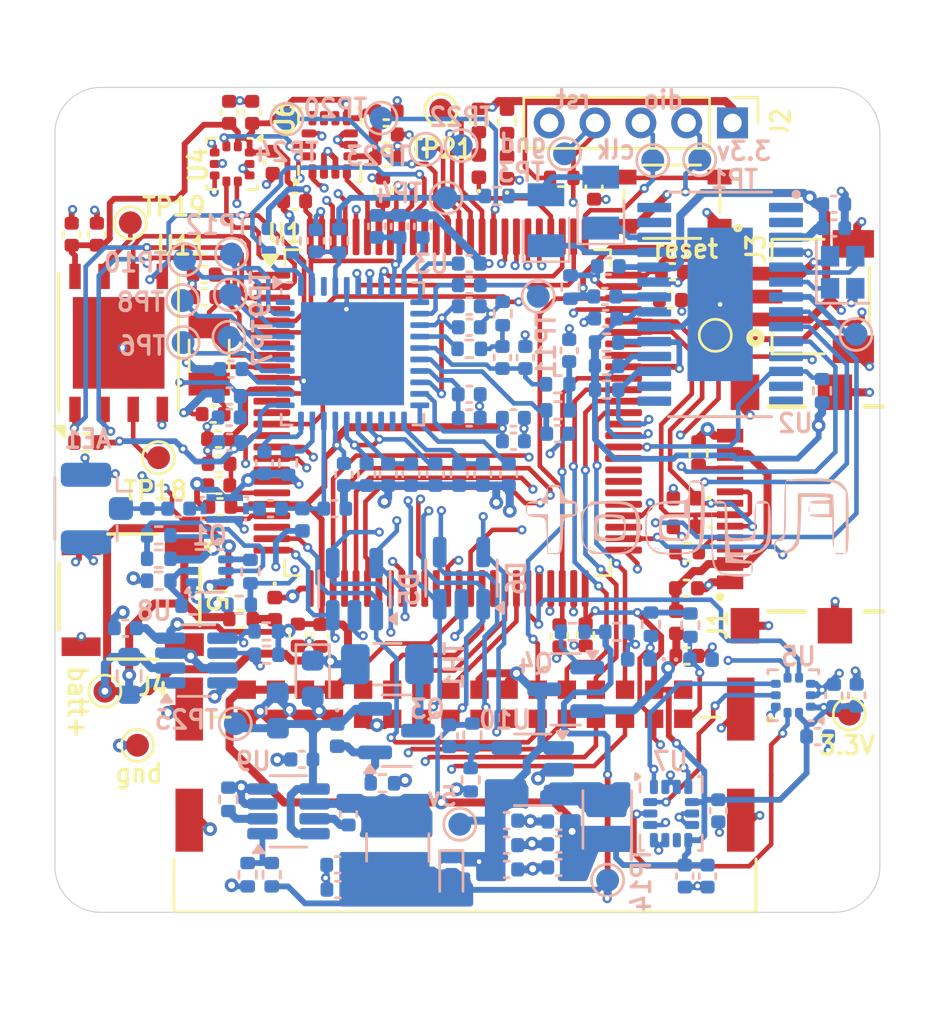
<source format=kicad_pcb>
(kicad_pcb (version 20241229) (generator "pcbnew") (generator_version "9.0")
  (layers (0 "F.Cu" signal) (4 "In1.Cu" signal) (6 "In2.Cu" signal) (2 "B.Cu" signal) (13 "F.Paste" user) (15 "B.Paste" user) (5 "F.SilkS" user "F.Silkscreen") (7 "B.SilkS" user "B.Silkscreen") (1 "F.Mask" user) (3 "B.Mask" user) (25 "Edge.Cuts" user))
  (net 0 "")
  (net 1 "GND")
  (net 2 "+3V3")
  (net 3 "VBUS")
  (net 4 "Net-(C10-Pad1)")
  (net 5 "/STM32F722VC_MCU/NRST")
  (net 6 "Net-(U1-VREF+)")
  (net 7 "/STM32F722VC_MCU/OSC32_OUT")
  (net 8 "/STM32F722VC_MCU/OSC32_IN")
  (net 9 "Net-(U1-VCAP_1)")
  (net 10 "+5V")
  (net 11 "Net-(U2-VOUT)")
  (net 12 "Net-(C24-Pad2)")
  (net 13 "Net-(U2-SAG)")
  (net 14 "Net-(U2-VIN)")
  (net 15 "/MAX7456_OSD/VIN")
  (net 16 "Net-(X1-IN)")
  (net 17 "Net-(U3-TXO)")
  (net 18 "Net-(AE1-A)")
  (net 19 "Net-(X1-OUT)")
  (net 20 "Net-(U3-DIN)")
  (net 21 "Net-(U3-FREF)")
  (net 22 "Net-(C35-Pad2)")
  (net 23 "Net-(C36-Pad2)")
  (net 24 "Net-(U3-QPO)")
  (net 25 "Net-(U3-VBG_VCO)")
  (net 26 "Net-(U3-VBG_RF)")
  (net 27 "Net-(U3-VBG_1P8)")
  (net 28 "Net-(U3-VTUNE)")
  (net 29 "Net-(C41-Pad1)")
  (net 30 "Net-(U3-VREGVCO)")
  (net 31 "Net-(U3-VCCSYN)")
  (net 32 "Net-(U3-VREGIF)")
  (net 33 "Net-(U3-VREGRX)")
  (net 34 "Net-(U3-VREGLNA)")
  (net 35 "Net-(U3-VBG_PA)")
  (net 36 "/ML5805_VTX/VREGPA")
  (net 37 "Net-(U3-VREG_1P8)")
  (net 38 "Net-(U9-LX)")
  (net 39 "Net-(U9-BST)")
  (net 40 "Net-(D9-K)")
  (net 41 "Net-(D8-A)")
  (net 42 "Net-(U10-FB)")
  (net 43 "/STM32F722VC_MCU/USB-")
  (net 44 "/STM32F722VC_MCU/USB+")
  (net 45 "Net-(D2-A)")
  (net 46 "/STM32F722VC_MCU/Blue LED")
  (net 47 "Net-(D3-A)")
  (net 48 "/STM32F722VC_MCU/Green LED")
  (net 49 "/ExposedPeripherals/SCL")
  (net 50 "/ExposedPeripherals/SDA")
  (net 51 "/ExposedPeripherals/CAN1.RX")
  (net 52 "/ExposedPeripherals/CAN1.TX")
  (net 53 "/ExposedPeripherals/ELRS.USART2.RX")
  (net 54 "/ExposedPeripherals/ELRS.USART2.TX")
  (net 55 "/ExposedPeripherals/SPARE.UART8.TX")
  (net 56 "/ExposedPeripherals/GPS.UART5.RX")
  (net 57 "/ExposedPeripherals/GPS.UART5.TX")
  (net 58 "/ExposedPeripherals/SPARE.UART8.RX")
  (net 59 "Net-(D7-A)")
  (net 60 "Net-(D9-A)")
  (net 61 "/STM32F722VC_MCU/SWDIO")
  (net 62 "/STM32F722VC_MCU/SWDCLK")
  (net 63 "Net-(U10-LX)")
  (net 64 "Batt+")
  (net 65 "Net-(Q3-D)")
  (net 66 "Net-(Q4-G)")
  (net 67 "Net-(U1-BOOT0)")
  (net 68 "Net-(J1-CC1)")
  (net 69 "Net-(J1-CC2)")
  (net 70 "/MAX7456_OSD/~{HSYNC}")
  (net 71 "/MAX7456_OSD/~{VSYNC}")
  (net 72 "/MAX7456_OSD/LOS")
  (net 73 "/MAX7456_OSD/OSD.~{RESET}")
  (net 74 "/MAX7456_OSD/DATA.OUT")
  (net 75 "/ML5805_VTX/VTX.XCEN")
  (net 76 "Net-(U3-RXON)")
  (net 77 "Net-(U3-ISET)")
  (net 78 "Net-(U3-PLL_SW)")
  (net 79 "/Battery_Monitoring/Sense.SDA")
  (net 80 "/Battery_Monitoring/Sense.SCL")
  (net 81 "/Battery_Monitoring/V.bat_sense_ctrl")
  (net 82 "Net-(J5-Pin_1)")
  (net 83 "/Battery_Monitoring/V.BAT")
  (net 84 "Net-(U9-FB)")
  (net 85 "Net-(U9-FS)")
  (net 86 "/STM32F722VC_MCU/Flash.~{SS}")
  (net 87 "Net-(U2-CLKOUT)")
  (net 88 "Net-(U3-TPI)")
  (net 89 "Net-(U3-TPQ)")
  (net 90 "Net-(U3-RSSI)")
  (net 91 "Net-(U3-AOUT)")
  (net 92 "Net-(U3-DOUT)")
  (net 93 "Net-(U3-DATASEL)")
  (net 94 "Net-(U11-~{WP}{slash}IO_{2})")
  (net 95 "Net-(U11-~{HOLD}{slash}~{RESET}{slash}IO_{3})")
  (net 96 "Net-(U1-PD3)")
  (net 97 "Net-(U1-PD4)")
  (net 98 "Net-(U1-PD5)")
  (net 99 "Net-(U1-PD6)")
  (net 100 "Net-(U1-PD7)")
  (net 101 "/STM32F722VC_MCU/Flash.MOSI")
  (net 102 "/ExposedPeripherals/ESC3")
  (net 103 "/LPS22HBTR_PressureSensor/MEMS2_INT")
  (net 104 "/ExposedPeripherals/ESC1")
  (net 107 "/MAX7456_OSD/0SD.SCLK")
  (net 109 "/MOSI")
  (net 111 "/ExposedPeripherals/ESC7")
  (net 113 "/LSM6DSOX_IMU/IMU1_INT")
  (net 114 "/LSM6DSOX_IMU/IMU2_INT")
  (net 115 "/ExposedPeripherals/ESC6")
  (net 116 "/LSM6DSOX_IMU/IMU2.CS")
  (net 117 "/ML5805_VTX/VTX.SDO")
  (net 119 "/MAX7456_OSD/OSD.MISO")
  (net 120 "/ExposedPeripherals/ESC2")
  (net 121 "/ExposedPeripherals/ESC5")
  (net 122 "/ML5805_VTX/VTX.CS")
  (net 125 "/STM32F722VC_MCU/Flash.CLK")
  (net 126 "/MISO")
  (net 127 "/LPS22HBTR_PressureSensor/MEMS2_CS")
  (net 128 "/ML5805_VTX/VTX.CLK")
  (net 130 "/SCLK")
  (net 132 "/STM32F722VC_MCU/Flash.MISO")
  (net 133 "/LSM6DSOX_IMU/IMU1.CS")
  (net 134 "/ExposedPeripherals/ESC8")
  (net 135 "/ExposedPeripherals/ESC4")
  (net 136 "/MAX7456_OSD/OSD.~{CS}")
  (net 137 "/MAX7456_OSD/OSD.MOSI")
  (net 138 "/LPS22HBTR_PressureSensor/MEMS1_CS")
  (net 140 "/LPS22HBTR_PressureSensor/MEMS1_INT")
  (net 143 "Net-(U2-XFB)")
  (net 146 "Net-(U2-CLKIN)")
  (net 163 "Net-(Q1B-S)")
  (net 164 "Net-(Q1B-G)")
  (net 165 "Net-(Q1A-G)")
  (net 166 "Net-(Q1A-D)")
  (footprint "greencharge-footprints:PHOENIX_1377301" (layer "F.Cu") (at 121.81 115.265)
    (property "Reference" "J4")
    (property "Value" "1377301")
  )
  (footprint "MountingHole:MountingHole_3mm" (layer "F.Cu") (at 119.37 112.532)
    (property "Reference" "H2" (hide yes))
    (property "Value" "MountingHole")
  )
  (footprint "MountingHole:MountingHole_3mm" (layer "F.Cu") (at 119.37 82.032)
    (property "Reference" "H1" (hide yes))
    (property "Value" "MountingHole")
  )
  (footprint "LED_SMD:LED_0402_1005Metric" (layer "F.Cu") (at 135.12 82.7175 90)
    (property "Reference" "D2" (hide yes))
    (property "Value" "Blue")
  )
  (footprint "greencharge-footprints:SM03B-SRSS-TB(LF)(SN)" (layer "F.Cu") (at 147.59 88.41 90)
    (property "Reference" "J3")
    (property "Value" "Camera")
  )
  (footprint "Resistor_SMD:R_0402_1005Metric" (layer "F.Cu") (at 130.93 83.76 90)
    (property "Reference" "R2" (hide yes))
    (property "Value" "10k")
  )
  (footprint "Capacitor_SMD:C_0402_1005Metric" (layer "F.Cu") (at 131.0775 82.3775)
    (property "Reference" "C67" (hide yes))
    (property "Value" "100n")
  )
  (footprint "Connector_PinHeader_2.00mm:PinHeader_1x05_P2.00mm_Vertical" (layer "F.Cu") (at 146.19 80.83 -90)
    (property "Reference" "J2")
    (property "Value" "SWD interface")
  )
  (footprint "Capacitor_SMD:C_0402_1005Metric" (layer "F.Cu") (at 144.18 101.14)
    (property "Reference" "C10" (hide yes))
    (property "Value" "1u")
  )
  (footprint "Capacitor_SMD:C_0402_1005Metric" (layer "F.Cu") (at 118.45 85.69 90)
    (property "Reference" "C84" (hide yes))
    (property "Value" "100n")
  )
  (footprint "LED_SMD:LED_0402_1005Metric" (layer "F.Cu") (at 136.35 82.78 90)
    (property "Reference" "D3" (hide yes))
    (property "Value" "Green")
  )
  (footprint "Diode_SMD:D_0402_1005Metric" (layer "F.Cu") (at 144.0925 97.21 180)
    (property "Reference" "D1" (hide yes))
    (property "Value" "D1213A-01LP4-7B")
  )
  (footprint "MountingHole:MountingHole_3mm" (layer "F.Cu") (at 149.87 82.032)
    (property "Reference" "H3" (hide yes))
    (property "Value" "MountingHole")
  )
  (footprint "Capacitor_SMD:C_0402_1005Metric" (layer "F.Cu") (at 123.160452 88.429675 180)
    (property "Reference" "C15" (hide yes))
    (property "Value" "12p")
  )
  (footprint "Resistor_SMD:R_0402_1005Metric" (layer "F.Cu") (at 135.12 80.725 -90)
    (property "Reference" "R6" (hide yes))
    (property "Value" "330R")
  )
  (footprint "Capacitor_SMD:C_0402_1005Metric" (layer "F.Cu") (at 123.130452 87.449675 180)
    (property "Reference" "C6" (hide yes))
    (property "Value" "100n")
  )
  (footprint "TestPoint:TestPoint_Pad_D1.0mm" (layer "F.Cu") (at 120.22 107.99)
    (property "Reference" "TP15" (hide yes))
    (property "Value" "TestPoint")
  )
  (footprint "Capacitor_SMD:C_0402_1005Metric" (layer "F.Cu") (at 131.0775 80.3275)
    (property "Reference" "C65" (hide yes))
    (property "Value" "2.2u")
  )
  (footprint "TestPoint:TestPoint_Pad_D1.0mm" (layer "F.Cu") (at 151.29 106.63)
    (property "Reference" "TP17" (hide yes))
    (property "Value" "3.3v")
  )
  (footprint "greencharge-footprints:SW_SKRPACE010" (layer "F.Cu") (at 143.55 84.27 180)
    (property "Reference" "SW1" (hide yes))
    (property "Value" "SW_Push")
  )
  (footprint "Resistor_SMD:R_0402_1005Metric" (layer "F.Cu") (at 138.74 83.23)
    (property "Reference" "R1" (hide yes))
    (property "Value" "1k")
  )
  (footprint "Package_LGA:ST_HLGA-10_2x2mm_P0.5mm_LayoutBorder3x2y" (layer "F.Cu") (at 124.3525 82.6225 -90)
    (property "Reference" "U4")
    (property "Value" "LPS22HBTR")
  )
  (footprint "TestPoint:TestPoint_Pad_D1.0mm" (layer "F.Cu") (at 118.8 105.63)
    (property "Reference" "TP13" (hide yes))
    (property "Value" "TestPoint")
  )
  (footprint "Capacitor_SMD:C_0402_1005Metric" (layer "F.Cu") (at 123.82 97.58 180)
    (property "Reference" "C1" (hide yes))
    (property "Value" "100n")
  )
  (footprint "TestPoint:TestPoint_Pad_D1.0mm" (layer "F.Cu") (at 145.44 90.1)
    (property "Reference" "TP27" (hide yes))
    (property "Value" "TestPoint")
  )
  (footprint "Resistor_SMD:R_0402_1005Metric" (layer "F.Cu") (at 117.98 94.78 180)
    (property "Reference" "R42" (hide yes))
    (property "Value" "10k")
  )
  (footprint "Resistor_SMD:R_0402_1005Metric" (layer "F.Cu") (at 124.74 102.48)
    (property "Reference" "R32" (hide yes))
    (property "Value" "330R")
  )
  (footprint "greencharge-footprints:CONN_SM02B-SFHLS-TF" (layer "F.Cu") (at 119.87 101.5 -90)
    (property "Reference" "J5")
    (property "Value" "Conn_01x02")
  )
  (footprint "Capacitor_SMD:C_0402_1005Metric" (layer "F.Cu") (at 124.2225 80.369157 90)
    (property "Reference" "C60" (hide yes))
    (property "Value" "100n")
  )
  (footprint "Capacitor_SMD:C_0402_1005Metric" (layer "F.Cu") (at 126.1225 82.5495 -90)
    (property "Reference" "C61" (hide yes))
    (property "Value" "100n")
  )
  (footprint "Capacitor_SMD:C_0402_1005Metric" (layer "F.Cu") (at 143.57 87.33)
    (property "Reference" "C4" (hide yes))
    (property "Value" "100n")
  )
  (footprint "TestPoint:TestPoint_Pad_D1.0mm" (layer "F.Cu") (at 133.46 80.27)
    (property "Reference" "TP21")
    (property "Value" "TestPoint")
  )
  (footprint "Capacitor_SMD:C_0402_1005Metric" (layer "F.Cu") (at 128.21 103.2 -90)
    (property "Reference" "C2" (hide yes))
    (property "Value" "100n")
  )
  (footprint "Capacitor_SMD:C_0402_1005Metric" (layer "F.Cu") (at 123.76 94.63 180)
    (property "Reference" "C7" (hide yes))
    (property "Value" "100n")
  )
  (footprint "Capacitor_SMD:C_0402_1005Metric" (layer "F.Cu") (at 144.2 104.09)
    (property "Reference" "C9" (hide yes))
    (property "Value" "1u")
  )
  (footprint "Package_LGA:LGA-14_3x2.5mm_P0.5mm_LayoutBorder3x4y" (layer "F.Cu") (at 128.61 81.79 90)
    (property "Reference" "U6")
    (property "Value" "LSM6DSOX")
  )
  (footprint "Capacitor_SMD:C_0402_1005Metric" (layer "F.Cu") (at 117.35 85.69 90)
    (property "Reference" "C85" (hide yes))
    (property "Value" "2.2u")
  )
  (footprint "Inductor_SMD:L_0402_1005Metric" (layer "F.Cu") (at 143.74 102.625 90)
    (property "Reference" "L1" (hide yes))
    (property "Value" "120mR@100MHz")
  )
  (footprint "Resistor_SMD:R_0402_1005Metric" (layer "F.Cu") (at 144.21 99.56 180)
    (property "Reference" "R3" (hide yes))
    (property "Value" "5.1k")
  )
  (footprint "MountingHole:MountingHole_3mm" (layer "F.Cu") (at 149.87 112.532)
    (property "Reference" "H4" (hide yes))
    (property "Value" "MountingHole")
  )
  (footprint "Capacitor_SMD:C_0402_1005Metric" (layer "F.Cu") (at 140.15 83.68 -90)
    (property "Reference" "C11" (hide yes))
    (property "Value" "100n")
  )
  (footprint "Capacitor_SMD:C_0402_1005Metric" (layer "F.Cu") (at 143.48 88.56)
    (property "Reference" "C18" (hide yes))
    (property "Value" "2.2u")
  )
  (footprint "Capacitor_SMD:C_0402_1005Metric" (layer "F.Cu") (at 131.0775 81.3375)
    (property "Reference" "C66" (hide yes))
    (property "Value" "100n")
  )
  (footprint "Capacitor_SMD:C_0402_1005Metric" (layer "F.Cu") (at 123.77 96.65 180)
    (property "Reference" "C13" (hide yes))
    (property "Value" "1u")
  )
  (footprint "Diode_SMD:D_0402_1005Metric" (layer "F.Cu") (at 144.0925 98.46 180)
    (property "Reference" "D11" (hide yes))
    (property "Value" "D1213A-01LP4-7B")
  )
  (footprint "Package_QFP:LQFP-100_14x14mm_P0.5mm" (layer "F.Cu") (at 133.76 93.475)
    (property "Reference" "U1")
    (property "Value" "STM32F722VCTx")
  )
  (footprint "Package_DFN_QFN:DFN-8-1EP_6x5mm_P1.27mm_EP4x4mm" (layer "F.Cu") (at 119.4 90.43 90)
    (property "Reference" "U11")
    (property "Value" "AT25SF128A-MHB-T")
  )
  (footprint "Capacitor_SMD:C_0402_1005Metric" (layer "F.Cu") (at 123.52 93.54 180)
    (property "Reference" "C14" (hide yes))
    (property "Value" "12p")
  )
  (footprint "Capacitor_SMD:C_0402_1005Metric" (layer "F.Cu") (at 138.64 103.21 -90)
    (property "Reference" "C19" (hide yes))
    (property "Value" "2.2u")
  )
  (footprint "Capacitor_SMD:C_0402_1005Metric" (layer "F.Cu") (at 125.227 80.369157 90)
    (property "Reference" "C59" (hide yes))
    (property "Value" "2.2u")
  )
  (footprint "Capacitor_SMD:C_0402_1005Metric" (layer "F.Cu") (at 123.78 95.71 180)
    (property "Reference" "C12" (hide yes))
    (property "Value" "100n")
  )
  (footprint "Capacitor_SMD:C_0402_1005Metric" (layer "F.Cu") (at 127.22 103.18 -90)
    (property "Reference" "C8" (hide yes))
    (property "Value" "2.2u")
  )
  (footprint "Capacitor_SMD:C_0402_1005Metric" (layer "F.Cu") (at 127.08 84.25 180)
    (property "Reference" "C5" (hide yes))
    (property "Value" "100n")
  )
  (footprint "Crystal:Crystal_SMD_3215-2Pin_3.2x1.5mm" (layer "F.Cu") (at 123.35 90.98 -90)
    (property "Reference" "Y1" (hide yes))
    (property "Value" "32.768KHz")
  )
  (footprint "Resistor_SMD:R_0402_1005Metric" (layer "F.Cu") (at 136.35 80.765 -90)
    (property "Reference" "R7" (hide yes))
    (property "Value" "330R")
  )
  (footprint "greencharge-footprints:GCT_USB4216-03-A_REVA" (layer "F.Cu") (at 149.51 97.68 90)
    (property "Reference" "J1")
    (property "Value" "USB_C_Receptacle_USB2.0_16P")
  )
  (footprint "TestPoint:TestPoint_Pad_D1.0mm" (layer "F.Cu") (at 121.14 95.44)
    (property "Reference" "TP18")
    (property "Value" "TestPoint")
  )
  (footprint "LED_SMD:LED_0402_1005Metric" (layer "F.Cu") (at 126.21 102.03 -90)
    (property "Reference" "D7" (hide yes))
    (property "Value" "Red")
  )
  (footprint "Resistor_SMD:R_0402_1005Metric" (layer "F.Cu") (at 144.71 95.24 90)
    (property "Reference" "R4" (hide yes))
    (property "Value" "5.1k")
  )
  (footprint "Capacitor_SMD:C_0402_1005Metric" (layer "F.Cu") (at 139.78 103.17 -90)
    (property "Reference" "C3" (hide yes))
    (property "Value" "100n")
  )
  (footprint "TestPoint:TestPoint_Pad_D1.0mm" (layer "F.Cu") (at 119.91 85.19)
    (property "Reference" "TP19")
    (property "Value" "TestPoint")
  )
  (footprint "Package_LGA:LGA-14_3x2.5mm_P0.5mm_LayoutBorder3x4y" (layer "B.Cu") (at 143.51 110.97 -90)
    (property "Reference" "U7")
    (property "Value" "ICM-42688P-HXY")
  )
  (footprint "Capacitor_SMD:C_0402_1005Metric" (layer "B.Cu") (at 149.905 107.6075)
    (property "Reference" "C63" (hide yes))
    (property "Value" "100n")
  )
  (footprint "TestPoint:TestPoint_Pad_D1.0mm" (layer "B.Cu") (at 124.2125 90.185 -90)
    (property "Reference" "TP7")
    (property "Value" "TestPoint")
  )
  (footprint "Capacitor_SMD:C_0402_1005Metric" (layer "B.Cu") (at 125.7625 95.665 -90)
    (property "Reference" "C53" (hide yes))
    (property "Value" "220n")
  )
  (footprint "Resistor_SMD:R_0402_1005Metric" (layer "B.Cu") (at 135.9 84.02 180)
    (property "Reference" "R12" (hide yes))
    (property "Value" "75R")
  )
  (footprint "Resistor_SMD:R_0402_1005Metric" (layer "B.Cu") (at 122.65 101.9)
    (property "Reference" "R31" (hide yes))
    (property "Value" "10K")
  )
  (footprint "Fuse:Fuse_1206_3216Metric" (layer "B.Cu") (at 131.1275 104.4525 180)
    (property "Reference" "TH1")
    (property "Value" "1210L200/30WR")
  )
  (footprint "Resistor_SMD:R_0402_1005Metric" (layer "B.Cu") (at 134.7 90.69 180)
    (property "Reference" "R18" (hide yes))
    (property "Value" "750R")
  )
  (footprint "greencharge-footprints:FlybotLogo" (layer "B.Cu") (at 144.21 98.46 180)
    (property "Reference" "G***" (hide yes))
    (property "Value" "LOGO" (hide yes))
  )
  (footprint "Capacitor_SMD:C_0402_1005Metric" (layer "B.Cu") (at 138.6075 113.32 180)
    (property "Reference" "C81" (hide yes))
    (property "Value" "22u")
  )
  (footprint "TestPoint:TestPoint_Pad_D1.0mm" (layer "B.Cu") (at 122.2125 90.415 -90)
    (property "Reference" "TP6")
    (property "Value" "TestPoint")
  )
  (footprint "greencharge-footprints:BPF2012LL01R5000A" (layer "B.Cu") (at 124.02 97.665 180)
    (property "Reference" "X1" (hide yes))
    (property "Value" "LFB215G37SG8A180")
  )
  (footprint "Resistor_SMD:R_0402_1005Metric" (layer "B.Cu") (at 144.35 102.75 -90)
    (property "Reference" "R22" (hide yes))
    (property "Value" "4.7k")
  )
  (footprint "Capacitor_SMD:C_0402_1005Metric" (layer "B.Cu") (at 136.4225 96.175 -90)
    (property "Reference" "C37" (hide yes))
    (property "Value" "470n")
  )
  (footprint "Resistor_SMD:R_0402_1005Metric" (layer "B.Cu") (at 125.03 113.64 -90)
    (property "Reference" "R37" (hide yes))
    (property "Value" "137k")
  )
  (footprint "Capacitor_SMD:C_0402_1005Metric" (layer "B.Cu") (at 150.61 85.42)
    (property "Reference" "C20" (hide yes))
    (property "Value" "2.2u")
  )
  (footprint "Capacitor_SMD:C_0402_1005Metric" (layer "B.Cu") (at 135.2925 96.175 -90)
    (property "Reference" "C52" (hide yes))
    (property "Value" "1.2p")
  )
  (footprint "Capacitor_SMD:C_0402_1005Metric" (layer "B.Cu") (at 136.6265 93.705)
    (property "Reference" "C47" (hide yes))
    (property "Value" "2.2u")
  )
  (footprint "Resistor_SMD:R_0402_1005Metric" (layer "B.Cu") (at 138.5625 92.235 180)
    (property "Reference" "R20" (hide yes))
    (property "Value" "402R")
  )
  (footprint "Connector_Coaxial:U.FL_Hirose_U.FL-R-SMT-1_Vertical" (layer "B.Cu") (at 118.45 97.66 180)
    (property "Reference" "AE1")
    (property "Value" "MMCX")
  )
  (footprint "Resistor_SMD:R_0402_1005Metric" (layer "B.Cu") (at 134.7625 109.5 -90)
    (property "Reference" "R41" (hide yes))
    (property "Value" "100k")
  )
  (footprint "Resistor_SMD:R_0402_1005Metric" (layer "B.Cu") (at 126.7925 95.675 90)
    (property "Reference" "R17" (hide yes))
    (property "Value" "383R")
  )
  (footprint "Capacitor_SMD:C_0402_1005Metric" (layer "B.Cu") (at 139.0625 90.765 90)
    (property "Reference" "C41" (hide yes))
    (property "Value" "220p")
  )
  (footprint "Resistor_SMD:R_0402_1005Metric" (layer "B.Cu") (at 125.84 103.02 180)
    (property "Reference" "R26" (hide yes))
    (property "Value" "4.7k")
  )
  (footprint "Capacitor_SMD:C_0402_1005Metric" (layer "B.Cu") (at 140.767 87.085 180)
    (property "Reference" "C22" (hide yes))
    (property "Value" "100n")
  )
  (footprint "TestPoint:TestPoint_Pad_D1.0mm" (layer "B.Cu") (at 137.71 88.4 -90)
    (property "Reference" "TP11")
    (property "Value" "TestPoint")
  )
  (footprint "TestPoint:TestPoint_Pad_D1.0mm" (layer "B.Cu") (at 144.76 82.44)
    (property "Reference" "TP1")
    (property "Value" "TestPoint")
  )
  (footprint "Package_TO_SOT_SMD:SOT-23-5" (layer "B.Cu") (at 129.69 101.1775 90)
    (property "Reference" "D5")
    (property "Value" "ESDS304DBVR-TP")
  )
  (footprint "Resistor_SMD:R_0402_1005Metric" (layer "B.Cu") (at 124.66 101.86 180)
    (property "Reference" "R33" (hide yes))
    (property "Value" "10K")
  )
  (footprint "Resistor_SMD:R_0402_1005Metric" (layer "B.Cu") (at 134.84 107.55 -90)
    (property "Reference" "R40" (hide yes))
    (property "Value" "453k")
  )
  (footprint "Resistor_SMD:R_0402_1005Metric" (layer "B.Cu") (at 125.86 104.04 180)
    (property "Reference" "R25" (hide yes))
    (property "Value" "4.7k")
  )
  (footprint "TestPoint:TestPoint_Pad_D1.0mm" (layer "B.Cu") (at 133.69 84.1)
    (property "Reference" "TP4")
    (property "Value" "TestPoint")
  )
  (footprint "TestPoint:TestPoint_Pad_D1.0mm" (layer "B.Cu") (at 124.2725 88.335 -90)
    (property "Reference" "TP9")
    (property "Value" "TestPoint")
  )
  (footprint "Capacitor_SMD:C_0402_1005Metric" (layer "B.Cu") (at 134.7 88.83)
    (property "Reference" "C44" (hide yes))
    (property "Value" "2.2u")
  )
  (footprint "Capacitor_SMD:C_0402_1005Metric" (layer "B.Cu") (at 134.7 86.97)
    (property "Reference" "C39" (hide yes))
    (property "Value" "22n")
  )
  (footprint "Resistor_SMD:R_0402_1005Metric" (layer "B.Cu") (at 140.697 91.435)
    (property "Reference" "R8" (hide yes))
    (property "Value" "1k")
  )
  (footprint "Resistor_SMD:R_0402_1005Metric" (layer "B.Cu") (at 126.9525 85.975 -90)
    (property "Reference" "R15" (hide yes))
    (property "Value" "10k")
  )
  (footprint "Capacitor_SMD:C_0402_1005Metric" (layer "B.Cu") (at 150.615 105.8175 90)
    (property "Reference" "C64" (hide yes))
    (property "Value" "100n")
  )
  (footprint "TestPoint:TestPoint_Pad_D1.0mm" (layer "B.Cu") (at 122.2825 86.795 -90)
    (property "Reference" "TP10")
    (property "Value" "TestPoint")
  )
  (footprint "Resistor_SMD:R_0402_1005Metric" (layer "B.Cu") (at 140.697 90.415)
    (property "Reference" "R11" (hide yes))
    (property "Value" "1k")
  )
  (footprint "Capacitor_SMD:C_0402_1005Metric" (layer "B.Cu") (at 138.6075 112.31 180)
    (property "Reference" "C83" (hide yes))
    (property "Value" "100n")
  )
  (footprint "greencharge-footprints:MAX7456EUI+" (layer "B.Cu") (at 145.65 88.75 180)
    (property "Reference" "U2")
    (property "Value" "MAX7456EUI+")
  )
  (footprint "Resistor_SMD:R_0402_1005Metric" (layer "B.Cu") (at 125.15 100.41 -90)
    (property "Reference" "R30" (hide yes))
    (property "Value" "76.8k")
  )
  (footprint "Capacitor_SMD:C_0402_1005Metric" (layer "B.Cu") (at 128.0025 85.975 90)
    (property "Reference" "C34" (hide yes))
    (property "Value" "470p")
  )
  (footprint "Capacitor_SMD:C_0402_1005Metric" (layer "B.Cu") (at 124.3025 91.575 180)
    (property "Reference" "C46" (hide yes))
    (property "Value" "220n")
  )
  (footprint "Capacitor_SMD:C_0402_1005Metric" (layer "B.Cu") (at 134.2625 96.175 -90)
    (property "Reference" "C51" (hide yes))
    (property "Value" "220n")
  )
  (footprint "Resistor_SMD:R_0402_1005Metric" (layer "B.Cu") (at 140.697 92.475)
    (property "Reference" "R9" (hide yes))
    (property "Value" "1k")
  )
  (footprint "TestPoint:TestPoint_Pad_D1.0mm" (layer "B.Cu") (at 134.35 81.82)
    (property "Reference" "TP22")
    (property "Value" "TestPoint")
  )
  (footprint "Capacitor_SMD:C_0402_1005Metric" (layer "B.Cu") (at 136.15 91.07 90)
    (property "Reference" "C36" (hide yes))
    (property "Value" "10n")
  )
  (footprint "Capacitor_SMD:C_0402_1005Metric" (layer "B.Cu") (at 131.6525 85.345 90)
    (property "Reference" "C27" (hide yes))
    (property "Value" "2.2u")
  )
  (footprint "TestPoint:TestPoint_Pad_D1.0mm" (layer "B.Cu") (at 122.1825 88.585 -90)
    (property "Reference" "TP8")
    (property "Value" "TestPoint")
  )
  (footprint "Capacitor_SMD:C_0402_1005Metric" (layer "B.Cu") (at 124.2225 93.685 180)
    (property "Reference" "C55" (hide yes))
    (property "Value" "1.2p")
  )
  (footprint "greencharge-footprints:SMD 3216-16" (layer "B.Cu") (at 140.44 84.34 90)
    (property "Reference" "C24" (hide yes))
    (property "Value" "47u")
  )
  (footprint "Diode_SMD:D_0402_1005Metric" (layer "B.Cu") (at 144.815 104.25)
    (property "Reference" "D4" (hide yes))
    (property "Value" "D1213A-01LP4-7B")
  )
  (footprint "Resistor_SMD:R_0603_1608Metric" (layer "B.Cu") (at 119.86 104.96 90)
    (property "Reference" "R29" (hide yes))
    (property "Value" "2mR")
  )
  (footprint "Package_TO_SOT_SMD:SOT-23" (layer "B.Cu") (at 138.91 105.55 180)
    (property "Reference" "Q4")
    (property "Value" "SI2301CDS-T1-GE3")
  )
  (footprint "TestPoint:TestPoint_Pad_D1.0mm" (layer "B.Cu") (at 134.29 111.44)
    (property "Reference" "TP26" (hide yes))
    (property "Value" "TestPoint")
  )
  (footprint "Capacitor_SMD:C_0402_1005Metric" (layer "B.Cu") (at 126.0275 97.665 180)
    (property "Reference" "C31" (hide yes))
    (property "Value" "1.2p")
  )
  (footprint "Resistor_SMD:R_0402_1005Metric" (layer "B.Cu") (at 125.9525 85.965 -90)
    (property "Reference" "R14" (hide yes))
    (property "Value" "10k")
  )
  (footprint "Package_TO_SOT_SMD:SOT-23" (layer "B.Cu") (at 131.53 107.3525)
    (property "Reference" "Q3")
    (property "Value" "AO3401A")
  )
  (footprint "TestPoint:TestPoint_Pad_D1.0mm" (layer "B.Cu") (at 124.3225 86.555 -90)
    (property "Reference" "TP12")
    (property "Value" "TestPoint")
  )
  (footprint "Capacitor_SMD:C_0402_1005Metric" (layer "B.Cu") (at 136.3325 113.41)
    (property "Reference" "C77" (hide yes))
    (property "Value" "22u")
  )
  (footprint "greencharge-footprints:SMD 3216-16" (layer "B.Cu") (at 138.05 85.11 90)
    (property "Reference" "C25" (hide yes))
    (property "Value" "47u")
  )
  (footprint "Capacitor_SMD:C_0402_1005Metric" (layer "B.Cu") (at 134.7 92.675)
    (property "Reference" "C57" (hide yes))
    (property "Value" "680p")
  )
  (footprint "Capacitor_SMD:C_0402_1005Metric" (layer "B.Cu") (at 134.7 93.705)
    (property "Reference" "C43" (hide yes))
    (property "Value" "220n")
  )
  (footprint "Capacitor_SMD:C_0402_1005Metric" (layer "B.Cu") (at 136.6265 94.725)
    (property "Reference" "C48" (hide yes))
    (property "Value" "100n")
  )
  (footprint "Capacitor_SMD:C_0402_1005Metric" (layer "B.Cu") (at 124.2425 94.765 180)
    (property "Reference" "C28" (hide yes))
    (property "Value" "100n")
  )
  (footprint "Diode_SMD:D_0402_1005Metric" (layer "B.Cu") (at 142.1025 104.24 180)
    (property "Reference" "D12" (hide yes))
    (property "Value" "D1213A-01LP4-7B")
  )
  (footprint "Resistor_SMD:R_0402_1005Metric" (layer "B.Cu") (at 150.1 92.52 90)
    (property "Reference" "R10" (hide yes))
    (property "Value" "1k")
  )
  (footprint "Capacitor_SMD:C_0402_1005Metric" (layer "B.Cu") (at 133.83 107.58 -90)
    (property "Reference" "C80" (hide yes))
    (property "Value" "22p")
  )
  (footprint "Capacitor_SMD:C_0402_1005Metric" (layer "B.Cu") (at 132.1625 96.175 -90)
    (property "Reference" "C38" (hide yes))
    (property "Value" "2.2u")
  )
  (footprint "Resistor_SMD:R_0402_1005Metric" (layer "B.Cu") (at 121.15 99.85 180)
    (property "Reference" "R24" (hide yes))
    (property "Value" "10K")
  )
  (footprint "TestPoint:TestPoint_Pad_D1.0mm" (layer "B.Cu") (at 130.85 80.62)
    (property "Reference" "TP20")
    (property "Value" "TestPoint")
  )
  (footprint "Capacitor_SMD:C_0402_1005Metric" (layer "B.Cu") (at 128.97 114.29 180)
    (property "Reference" "C75" (hide yes))
    (property "Value" "22u")
  )
  (footprint "Resistor_SMD:R_0402_1005Metric" (layer "B.Cu") (at 130.91 109.65)
    (property "Reference" "R38" (hide yes))
    (property "Value" "100R")
  )
  (footprint "Package_TO_SOT_SMD:TSOT-23-8" (layer "B.Cu") (at 126.8125 110.875)
    (property "Reference" "U9")
    (property "Value" "SY21153AAIC")
  )
  (footprint "Resistor_SMD:R_0402_1005Metric" (layer "B.Cu") (at 138.5725 93.375)
    (property "Reference" "R19" (hide yes))
    (property "Value" "10R")
  )
  (footprint "Capacitor_SMD:C_0402_1005Metric" (layer "B.Cu") (at 137.15 91.07 90)
    (property "Reference" "C42" (hide yes))
    (property "Value" "680p")
  )
  (footprint "TestPoint:TestPoint_Pad_D1.0mm" (layer "B.Cu") (at 151.58 90.06)
    (property "Reference" "TP5" (hide yes))
    (property "Value" "TestPoint")
  )
  (footprint "TestPoint:TestPoint_Pad_D1.0mm" (layer "B.Cu") (at 124.49 107.05)
    (property "Reference" "TP25")
    (property "Value" "TestPoint")
  )
  (footprint "Resistor_SMD:R_0402_1005Metric" (layer "B.Cu") (at 141.15 103.04)
    (property "Reference" "R35" (hide yes))
    (property "Value" "100k")
  )
  (footprint "Diode_SMD:D_0402_1005Metric" (layer "B.Cu") (at 128.9375 107.5475 -90)
    (property "Reference" "D9" (hide yes))
    (property "Value" "BZX884B30L-G3-08")
  )
  (footprint "Inductor_SMD:L_Murata_DFE201610P" (layer "B.Cu") (at 140.7225 111.23 -90)
    (property "Reference" "L5" (hide yes))
    (property "Value" "2.2uH")
  )
  (footprint "Capacitor_SMD:C_0603_1608Metric" (layer "B.Cu") (at 126.35 106.47 90)
    (property "Reference" "C73" (hide yes))
    (property "Value" "4.7u")
  )
  (footprint "Capacitor_SMD:C_0402_1005Metric" (layer "B.Cu") (at 124.23 92.75 180)
    (property "Reference" "C54" (hide yes))
    (property "Value" "100n")
  )
  (footprint "Capacitor_SMD:C_0402_1005Metric" (layer "B.Cu") (at 131.1625 96.175 -90)
    (property "Reference" "C45" (hide yes))
    (property "Value" "100n")
  )
  (footprint "TestPoint:TestPoint_Pad_D1.0mm" (layer "B.Cu") (at 140.74 113.88)
    (property "Reference" "TP14")
    (property "Value" "TestPoint")
  )
  (footprint "TestPoint:TestPoint_Pad_D1.0mm" (layer "B.Cu") (at 126.74 80.66)
    (property "Reference" "TP24")
    (property "Value" "TestPoint")
  )
  (footprint "Package_TO_SOT_SMD:SOT-563" (layer "B.Cu") (at 123.37 100.38)
    (property "Reference" "Q1")
    (property "Value" "CMLDM7484 TR PBFREE")
  )
  (footprint "Resistor_SMD:R_0402_1005Metric" (layer "B.Cu") (at 139.117 87.995 90)
    (property "Reference" "R13" (hide yes))
    (property "Value" "75R")
  )
  (footprint "Capacitor_SMD:C_0402_1005Metric" (layer "B.Cu") (at 130.2225 96.175 -90)
    (property "Reference" "C50" (hide yes))
    (property "Value" "1.2p")
  )
  (footprint "Crystal:Crystal_SMD_2016-4Pin_2.0x1.6mm" (layer "B.Cu") (at 151 87.35 90)
    (property "Reference" "Y3" (hide yes))
    (property "Value" "27MHz")
  )
  (footprint "Capacitor_SMD:C_0402_1005Metric" (layer "B.Cu") (at 119.69 102.88 180)
    (property "Reference" "C71" (hide yes))
    (property "Value" "100n")
  )
  (footprint "Capacitor_SMD:C_0402_1005Metric" (layer "B.Cu") (at 145.1 113.7 -90)
    (property "Reference" "C68" (hide yes))
    (property "Value" "2.2u")
  )
  (footprint "TestPoint:TestPoint_Pad_D1.0mm" (layer "B.Cu") (at 138.86 82.18)
    (property "Reference" "TP3")
    (property "Value" "TestPoint")
  )
  (footprint "Package_LGA:ST_HLGA-10_2x2mm_P0.5mm_LayoutBorder3x2y" (layer "B.Cu") (at 148.8425 105.8075 90)
    (property "Reference" "U5")
    (property "Value" "LPS22HBTR")
  )
  (footprint "Resistor_SMD:R_0402_1005Metric" (layer "B.Cu") (at 126.08 113.64 90)
    (property "Reference" "R34" (hide yes))
    (property "Value" "1M")
  )
  (footprint "Capacitor_SMD:C_0402_1005Metric" (layer "B.Cu") (at 138.5625 94.395)
    (property "Reference" "C40" (hide yes))
    (property "Value" "10p")
  )
  (footprint "Resistor_SMD:R_0402_1005Metric" (layer "B.Cu") (at 121.15 98.83)
    (property "Reference" "R27" (hide yes))
    (property "Value" "1K")
  )
  (footprint "Capacitor_SMD:C_0402_1005Metric" (layer "B.Cu") (at 150.61 84.38)
    (property "Reference" "C21" (hide yes))
    (property "Value" "100n")
  )
  (footprint "Package_TO_SOT_SMD:SOT-23-5" (layer "B.Cu") (at 134.36 100.6975 90)
    (property "Reference" "D6")
    (property "Value" "ESDS304DBVR-TP")
  )
  (footprint "Capacitor_SMD:C_0402_1005Metric" (layer "B.Cu") (at 129.43 110.99 90)
    (property "Reference" "C72" (hide yes))
    (property "Value" "10nF")
  )
  (footprint "Package_TO_SOT_SMD:SOT-23-5" (layer "B.Cu") (at 137.47 109.06 180)
    (property "Reference" "U10")
    (property "Value" "RT5752AHGJ5")
  )
  (footprint "Capacitor_SMD:C_0402_1005Metric" (layer "B.Cu") (at 128.835 97.665)
    (property "Reference" "C33" (hide yes))
    (property "Value" "500n")
  )
  (footprint "TestPoint:TestPoint_Pad_D1.0mm" (layer "B.Cu") (at 142.71 82.47)
    (property "Reference" "TP2" (hide yes))
    (property "Value" "TestPoint")
  )
  (footprint "Capacitor_SMD:C_0402_1005Metric" (layer "B.Cu") (at 134.7 87.91)
    (property "Reference" "C35" (hide yes))
    (property "Value" "470p")
  )
  (footprint "Capacitor_SMD:C_0402_1005Metric" (layer "B.Cu") (at 127.4 108.61 180)
    (property "Reference" "C74" (hide yes))
    (property "Value" "100n")
  )
  (footprint "Capacitor_SMD:C_0402_1005Metric" (layer "B.Cu") (at 133.2225 96.175 -90)
    (property "Reference" "C49" (hide yes))
    (property "Value" "220n")
  )
  (footprint "Capacitor_SMD:C_0402_1005Metric" (layer "B.Cu") (at 140.616 88.403)
    (property "Reference" "C26" (hide yes))
    (property "Value" "100n")
  )
  (footprint "Capacitor_SMD:C_0402_1005Metric" (layer "B.Cu") (at 128.96 113.21 180)
    (property "Reference" "C76" (hide yes))
    (property "Value" "100n")
  )
  (footprint "Resistor_SMD:R_0402_1005Metric" (layer "B.Cu") (at 121.15 100.81 180)
    (property "Reference" "R28" (hide yes))
    (property "Value" "1K")
  )
  (footprint "Resistor_SMD:R_0402_1005Metric" (layer "B.Cu") (at 139.21 103.04 180)
    (property "Reference" "R36" (hide yes))
    (property "Value" "10k")
  )
  (footprint "Capacitor_SMD:C_0402_1005Metric" (layer "B.Cu") (at 136.3325 111.28)
    (property "Reference" "C79" (hide yes))
    (property "Value" "100n")
  )
  (footprint "Resistor_SMD:R_0402_1005Metric" (layer "B.Cu") (at 136.16 89.15 90)
    (property "Reference" "R21" (hide yes))
    (property "Value" "1.2k")
  )
  (footprint "Diode_SMD:D_0603_1608Metric" (layer "B.Cu") (at 127.8675 105.0825 -90)
    (property "Reference" "D10" (hide yes))
    (property "Value" "D15V0S1U2LP1610-7")
  )
  (footprint "Capacitor_SMD:C_0402_1005Metric" (layer "B.Cu") (at 132.6625 85.345 90)
    (property "Reference" "C56" (hide yes))
    (property "Value" "220n")
  )
  (footprint "Capacitor_SMD:C_0402_1005Metric" (layer "B.Cu") (at 130.6625 85.345 90)
    (property "Reference" "C86" (hide yes))
    (property "Value" "100n")
  )
  (footprint "Diode_SMD:D_0603_1608Metric" (layer "B.Cu") (at 133.92 113.6035 -90)
    (property "Reference" "D8" (hide yes))
    (property "Value" "SDM4A40EP3-7B")
  )
  (footprint "Capacitor_SMD:C_0402_1005Metric" (layer "B.Cu") (at 138.6075 111.317 180)
    (property "Reference" "C82" (hide yes))
    (property "Value" "22u")
  )
  (footprint "Capacitor_SMD:C_0402_1005Metric" (layer "B.Cu") (at 136.3325 112.35)
    (property "Reference" "C78" (hide yes))
    (property "Value" "22u")
  )
  (footprint "Resistor_SMD:R_0402_1005Metric" (layer "B.Cu") (at 142.63 102.71 -90)
    (property "Reference" "R23" (hide yes))
    (property "Value" "4.7k")
  )
  (footprint "Resistor_SMD:R_0402_1005Metric" (layer "B.Cu") (at 129.0225 85.975 -90)
    (property "Reference" "R16" (hide yes))
    (property "Value" "16.5R")
  )
  (footprint "Inductor_SMD:L_1210_3225Metric" (layer "B.Cu") (at 131.58 112.45 -90)
    (property "Reference" "L4" (hide yes))
    (property "Value" "4.7u")
  )
  (footprint "Capacitor_SMD:C_0402_1005Metric" (layer "B.Cu") (at 145.57 110.85 -90)
    (property "Reference" "C69" (hide yes))
    (property "Value" "100n")
  )
  (footprint "Capacitor_SMD:C_0402_1005Metric" (layer "B.Cu") (at 134.7 89.75)
    (property "Reference" "C58" (hide yes))
    (property "Value" "100n")
  )
  (footprint "Inductor_SMD:L_0402_1005Metric" (layer "B.Cu") (at 120.65 97.18 90)
    (property "Reference" "L3" (hide yes))
    (property "Value" "3.9nH")
  )
  (footprint "Capacitor_SMD:C_0402_1005Metric" (layer "B.Cu") (at 151.61 105.81 90)
    (property "Reference" "C62" (hide yes))
    (property "Value" "2.2u")
  )
  (footprint "Resistor_SMD:R_0402_1005Metric" (layer "B.Cu") (at 124.19 110.35 90)
    (property "Reference" "R39" (hide yes))
    (property "Value" "200k")
  )
  (footprint "TestPoint:TestPoint_Pad_D1.0mm" (layer "B.Cu") (at 132.8 81.98)
    (property "Reference" "TP23")
    (property "Value" "TestPoint")
  )
  (footprint "Package_DFN_QFN:QFN-40-1EP_6x6mm_P0.5mm_EP4.6x4.6mm" (layer "B.Cu") (at 129.605 90.905 -90)
    (property "Reference" "U3")
    (property "Value" "ML5805DM")
  )
  (footprint "Inductor_SMD:L_0402_1005Metric" (layer "B.Cu") (at 127.42 98.15 -90)
    (property "Reference" "L2" (hide yes))
    (property "Value" "3.9nH")
  )
  (footprint "Capacitor_SMD:C_0402_1005Metric" (layer "B.Cu") (at 129.2325 96.175 -90)
    (property "Reference" "C29" (hide yes))
    (property "Value" "100n")
  )
  (footprint "Capacitor_SMD:C_0402_1005Metric" (layer "B.Cu") (at 140.657 89.365 180)
    (property "Reference" "C23" (hide yes))
    (property "Value" "100n")
  )
  (footprint "Package_TO_SOT_SMD:SOT-23-8" (layer "B.Cu") (at 122.7925 104.295)
    (property "Reference" "U8")
    (property "Value" "INA219AIDCNR")
  )
  (footprint "Capacitor_SMD:C_0402_1005Metric" (layer "B.Cu") (at 122.02 97.665 180)
    (property "Reference" "C32" (hide yes))
    (property "Value" "1.2p")
  )
  (footprint "Capacitor_SMD:C_0402_1005Metric" (layer "B.Cu") (at 144.11 113.7 -90)
    (property "Reference" "C70" (hide yes))
    (property "Value" "100n")
  )
  (gr_line (start 150.62 115.282) (end 118.62 115.282) (stroke (width 0.05)) (layer "Edge.Cuts"))
  (gr_arc (start 152.62 113.282) (mid 152.034214 114.696214) (end 150.62 115.282) (stroke (width 0.05)) (layer "Edge.Cuts"))
  (gr_line (start 118.62 79.282) (end 150.62 79.282) (stroke (width 0.05)) (layer "Edge.Cuts"))
  (gr_line (start 116.62 113.282) (end 116.62 81.282) (stroke (width 0.05)) (layer "Edge.Cuts"))
  (gr_arc (start 150.62 79.282) (mid 152.034214 79.867786) (end 152.62 81.282) (stroke (width 0.05)) (layer "Edge.Cuts"))
  (gr_arc (start 116.62 81.282) (mid 117.205786 79.867786) (end 118.62 79.282) (stroke (width 0.05)) (layer "Edge.Cuts"))
  (gr_arc (start 118.62 115.282) (mid 117.205786 114.696214) (end 116.62 113.282) (stroke (width 0.05)) (layer "Edge.Cuts"))
  (gr_line (start 152.62 81.282) (end 152.62 113.282) (stroke (width 0.05)) (layer "Edge.Cuts"))
  (gr_text "reset" (at 142.66 86.8 0) (layer "F.SilkS") (effects (font (size 0.8 0.75) (thickness 0.15) (bold yes)) (justify left bottom)))
  (gr_text "batt+" (at 117.13 104.44 270) (layer "F.SilkS") (effects (font (size 0.8 0.75) (thickness 0.15) (bold yes)) (justify left bottom)))
  (gr_text "gnd" (at 119.17 109.69 0) (layer "F.SilkS") (effects (font (size 0.8 0.75) (thickness 0.15) (bold yes)) (justify left bottom)))
  (gr_text "3.3V" (at 149.87 108.47 0) (layer "F.SilkS") (effects (font (size 0.8 0.75) (thickness 0.15) (bold yes)) (justify left bottom)))
  (gr_text "clk" (at 142.01 82.47 0) (layer "B.SilkS") (effects (font (size 0.8 0.75) (thickness 0.15) (bold yes)) (justify left bottom mirror)))
  (gr_text "rst" (at 140.08 80.28 0) (layer "B.SilkS") (effects (font (size 0.8 0.75) (thickness 0.15) (bold yes)) (justify left bottom mirror)))
  (gr_text "dio" (at 144.12 80.29 0) (layer "B.SilkS") (effects (font (size 0.8 0.75) (thickness 0.15) (bold yes)) (justify left bottom mirror)))
  (gr_text "5v" (at 134.26 110.71 0) (layer "B.SilkS") (effects (font (size 0.8 0.75) (thickness 0.15) (bold yes)) (justify left bottom mirror)))
  (gr_text "gnd" (at 138.16 82.18 0) (layer "B.SilkS") (effects (font (size 0.8 0.75) (thickness 0.15) (bold yes)) (justify left bottom mirror)))
  (gr_text "3.3v" (at 147.96 82.53 0) (layer "B.SilkS") (effects (font (size 0.8 0.75) (thickness 0.15) (bold yes)) (justify left bottom mirror)))
  (segment (start 118.45 84.74) (end 118.35 84.64) (width 0.254) (layer "F.Cu") (net 1))
  (segment (start 151.685 92.585) (end 150.66 92.585) (width 0.35) (layer "F.Cu") (net 1))
  (segment (start 140.495 87.975) (end 141.435 87.975) (width 0.254) (layer "F.Cu") (net 1))
  (segment (start 146.735 93.355) (end 146.96 93.58) (width 0.35) (layer "F.Cu") (net 1))
  (segment (start 117.35 85.21) (end 117.35 84.65) (width 0.254) (layer "F.Cu") (net 1))
  (segment (start 128.26 84.74) (end 128.22 84.7) (width 0.2) (layer "F.Cu") (net 1))
  (segment (start 143.6075 98.5075) (end 143.98 98.88) (width 0.2) (layer "F.Cu") (net 1))
  (segment (start 146.55 106.41) (end 146.53 106.41) (width 0.254) (layer "F.Cu") (net 1))
  (segment (start 139.27 103.62) (end 139.3 103.65) (width 0.2) (layer "F.Cu") (net 1))
  (segment (start 125.115 83.115) (end 125.115 83.1225) (width 0.254) (layer "F.Cu") (net 1))
  (segment (start 127.51 103.66) (end 127.72 103.45) (width 0.2) (layer "F.Cu") (net 1))
  (segment (start 123.59 82.1225) (end 123.59 81.85) (width 0.2) (layer "F.Cu") (net 1))
  (segment (start 144.71 94.73) (end 144.71 94.58) (width 0.35) (layer "F.Cu") (net 1))
  (segment (start 124.719157 79.889157) (end 124.69 79.86) (width 0.254) (layer "F.Cu") (net 1))
  (segment (start 146.735 92.585) (end 146.735 93.355) (width 0.35) (layer "F.Cu") (net 1))
  (segment (start 139.3 103.65) (end 139.78 103.65) (width 0.2) (layer "F.Cu") (net 1))
  (segment (start 139.26 102.16) (end 139.25 102.17) (width 0.2) (layer "F.Cu") (net 1))
  (segment (start 126.26 106.835) (end 125.905 106.835) (width 0.35) (layer "F.Cu") (net 1))
  (segment (start 140.16 84.17) (end 140.15 84.16) (width 0.2) (layer "F.Cu") (net 1))
  (segment (start 144.71 94.58) (end 145.1 94.19) (width 0.35) (layer "F.Cu") (net 1))
  (segment (start 152.17 91.46) (end 151.63 90.92) (width 0.35) (layer "F.Cu") (net 1))
  (segment (start 140.18 87.66) (end 140.495 87.975) (width 0.254) (layer "F.Cu") (net 1))
  (segment (start 131 107.11) (end 131.275 106.835) (width 0.35) (layer "F.Cu") (net 1))
  (segment (start 117.35 84.65) (end 117.39 84.61) (width 0.254) (layer "F.Cu") (net 1))
  (segment (start 141.945 85.345) (end 143.33 83.96) (width 0.35) (layer "F.Cu") (net 1))
  (segment (start 145.01 101.14) (end 145.15 101) (width 0.35) (layer "F.Cu") (net 1))
  (segment (start 119.4 90.43) (end 119.4 90.47) (width 0.254) (layer "F.Cu") (net 1))
  (segment (start 127.76 101.15) (end 127.33 101.15) (width 0.254) (layer "F.Cu") (net 1))
  (segment (start 128.86 82.9525) (end 128.86 82.4) (width 0.254) (layer "F.Cu") (net 1))
  (segment (start 131.5575 81.3375) (end 132.0675 81.3375) (width 0.254) (layer "F.Cu") (net 1))
  (segment (start 123.3 95.71) (end 123.35 95.66) (width 0.254) (layer "F.Cu") (net 1))
  (segment (start 147.6 87.42) (end 149.23 87.42) (width 0.35) (layer "F.Cu") (net 1))
  (segment (start 117.666399 99.299999) (end 117.666399 99.843601) (width 0.254) (layer "F.Cu") (net 1))
  (segment (start 123.59 81.85) (end 123.45 81.71) (width 0.2) (layer "F.Cu") (net 1))
  (segment (start 130.3 107.11) (end 130.07 106.88) (width 0.35) (layer "F.Cu") (net 1))
  (segment (start 120.22 107.99) (end 119.46 107.99) (width 0.35) (layer "F.Cu") (net 1))
  (segment (start 151.63 85.945) (end 151.63 85.34) (width 0.35) (layer "F.Cu") (net 1))
  (segment (start 147.25 111.05) (end 147.04 111.26) (width 0.254) (layer "F.Cu") (net 1))
  (segment (start 145.39 94.48) (end 145.1 94.19) (width 0.35) (layer "F.Cu") (net 1))
  (segment (start 146.085 100.88) (end 145.27 100.88) (width 0.35) (layer "F.Cu") (net 1))
  (segment (start 144.05 87.33) (end 144.05 87.56) (width 0.254) (layer "F.Cu") (net 1))
  (segment (start 128.8 106.835) (end 128.4975 106.835) (width 0.35) (layer "F.Cu") (net 1))
  (segment (start 118.45 85.21) (end 118.45 84.74) (width 0.254) (layer "F.Cu") (net 1))
  (segment (start 127.255 106.835) (end 126.86 106.44) (width 0.35) (layer "F.Cu") (net 1))
  (segment (start 119.46 107.99) (end 119.45 108) (width 0.35) (layer "F.Cu") (net 1))
  (segment (start 122.48 111.26) (end 123 111.26) (width 0.254) (layer "F.Cu") (net 1))
  (segment (start 121.29 94.01) (end 121.29 93.345) (width 0.2) (layer "F.Cu") (net 1))
  (segment (start 125.0175 82.6225) (end 125.115 82.6225) (width 0.254) (layer "F.Cu") (net 1))
  (segment (start 126.085 96.475) (end 127.145 96.475) (width 0.254) (layer "F.Cu") (net 1))
  (segment (start 119.4 90.47) (end 119.57 90.64) (width 0.254) (layer "F.Cu") (net 1))
  (segment (start 143.96 88.56) (end 143.96 89.03) (width 0.254) (layer "F.Cu") (net 1))
  (segment (start 117.666399 103.700001) (end 117.666399 103.353601) (width 0.2) (layer "F.Cu") (net 1))
  (segment (start 128.21 103.68) (end 127.95 103.68) (width 0.2) (layer "F.Cu") (net 1))
  (segment (start 147.38 111.05) (end 147.25 111.05) (width 0.254) (layer "F.Cu") (net 1))
  (segment (start 122.2664 103.8464) (end 122.2664 103.599998) (width 0.35) (layer "F.Cu") (net 1))
  (segment (start 144.05 87.56) (end 143.81 87.8) (width 0.254) (layer "F.Cu") (net 1))
  (segment (start 128.4975 106.835) (end 128.15 106.4875) (width 0.35) (layer "F.Cu") (net 1))
  (segment (start 144.92 104.09) (end 145.31 103.7) (width 0.2) (layer "F.Cu") (net 1))
  (segment (start 130.07 106.88) (end 130.07 106.835) (width 0.35) (layer "F.Cu") (net 1))
  (segment (start 138.64 103.69) (end 138.64 104.07) (width 0.2) (layer "F.Cu") (net 1))
  (segment (start 122.48 106.41) (end 121.72 106.41) (width 0.35) (layer "F.Cu") (net 1))
  (segment (start 126.465 106.835) (end 126.86 106.44) (width 0.35) (layer "F.Cu") (net 1))
  (segment (start 143.7 99.56) (end 143.7 99.64) (width 0.2) (layer "F.Cu") (net 1))
  (segment (start 123.28 94.63) (end 123.28 94.1) (width 0.254) (layer "F.Cu") (net 1))
  (segment (start 128.36 82.9525) (end 128.36 82.24) (width 0.254) (layer "F.Cu") (net 1))
  (segment (start 122.89 96.65) (end 122.82 96.58) (width 0.254) (layer "F.Cu") (net 1))
  (segment (start 121.72 106.41) (end 121.56 106.57) (width 0.35) (layer "F.Cu") (net 1))
  (segment (start 145.625 85.345) (end 145.625 85.295) (width 0.35) (layer "F.Cu") (net 1))
  (segment (start 146.085 94.48) (end 145.39 94.48) (width 0.35) (layer "F.Cu") (net 1))
  (segment (start 143.7 99.64) (end 144.1 100.04) (width 0.2) (layer "F.Cu") (net 1))
  (segment (start 151.69 92.59) (end 151.685 92.585) (width 0.35) (layer "F.Cu") (net 1))
  (segment (start 130.67 107.11) (end 131 107.11) (width 0.35) (layer "F.Cu") (net 1))
  (segment (start 139.26 101.15) (end 139.26 102.16) (width 0.2) (layer "F.Cu") (net 1))
  (segment (start 141.475 85.345) (end 141.945 85.345) (width 0.35) (layer "F.Cu") (net 1))
  (segment (start 123 111.26) (end 123.39 111.65) (width 0.254) (layer "F.Cu") (net 1))
  (segment (start 147.04 111.26) (end 146.55 111.26) (width 0.254) (layer "F.Cu") (net 1))
  (segment (start 126.935 101.545) (end 126.99 101.49) (width 0.254) (layer "F.Cu") (net 1))
  (segment (start 151.63 90.875) (end 151.465 90.71) (width 0.35) (layer "F.Cu") (net 1))
  (segment (start 122.650452 87.809548) (end 122.61 87.85) (width 0.254) (layer "F.Cu") (net 1))
  (segment (start 146.53 106.41) (end 145.7 107.24) (width 0.254) (layer "F.Cu") (net 1))
  (segment (start 145.27 100.88) (end 145.15 101) (width 0.35) (layer "F.Cu") (net 1))
  (segment (start 143.6075 96.7825) (end 143.6075 97.21) (width 0.2) (layer "F.Cu") (net 1))
  (segment (start 149.23 87.42) (end 149.74 86.91) (width 0.35) (layer "F.Cu") (net 1))
  (segment (start 130.67 107.11) (end 130.3 107.11) (width 0.35) (layer "F.Cu") (net 1))
  (segment (start 128.36 82.24) (end 128.53 82.07) (width 0.254) (layer "F.Cu") (net 1))
  (segment (start 129.17 81.79) (end 128.95 81.57) (width 0.254) (layer "F.Cu") (net 1))
  (segment (start 126.085 91.975) (end 127.365 91.975) (width 0.2) (layer "F.Cu") (net 1))
  (segment (start 150.66 101.72) (end 150.67 101.71) (width 0.35) (layer "F.Cu") (net 1))
  (segment (start 129.23 81.29) (end 128.95 81.57) (width 0.254) (layer "F.Cu") (net 1))
  (segment (start 131.275 106.835) (end 131.34 106.835) (width 0.35) (layer "F.Cu") (net 1))
  (segment (start 127.22 103.66) (end 127.51 103.66) (width 0.2) (layer "F.Cu") (net 1))
  (segment (start 152.17 92.59) (end 151.69 92.59) (width 0.35) (layer "F.Cu") (net 1))
  (segment (start 128.26 85.8) (end 128.26 84.74) (width 0.2) (layer "F.Cu") (net 1))
  (segment (start 126.6 84.6) (end 126.6 84.25) (width 0.254) (layer "F.Cu") (net 1))
  (segment (start 124.660843 79.889157) (end 124.69 79.86) (width 0.254) (layer "F.Cu") (net 1))
  (segment (start 140.67 84.17) (end 140.16 84.17) (width 0.2) (layer "F.Cu") (net 1))
  (segment (start 131.56 79.86) (end 131.56 80.325) (width 0.254) (layer "F.Cu") (net 1))
  (segment (start 122.82 97.33) (end 122.82 96.58) (width 0.254) (layer "F.Cu") (net 1))
  (segment (start 145.65 88.75) (end 145.44 88.96) (width 0.35) (layer "F.Cu") (net 1))
  (segment (start 146.735 102.775) (end 147.765 102.775) (width 0.35) (layer "F.Cu") (net 1))
  (segment (start 126.085 96.475) (end 125.105 96.475) (width 0.254) (layer "F.Cu") (net 1))
  (segment (start 129.5225 81.29) (end 129.23 81.29) (width 0.254) (layer "F.Cu") (net 1))
  (segment (start 147.765 102.775) (end 147.77 102.77) (width 0.35) (layer "F.Cu") (net 1))
  (segment (start 151.63 90.92) (end 151.63 90.875) (width 0.35) (layer "F.Cu") (net 1))
  (segment (start 121.29 93.345) (end 121.305 93.33) (width 0.2) (layer "F.Cu") (net 1))
  (segment (start 126.26 106.835) (end 126.465 106.835) (width 0.35) (layer "F.Cu") (net 1))
  (segment (start 125.255 106.835) (end 125.58 106.51) (width 0.35) (layer "F.Cu") (net 1))
  (segment (start 130.93 83.25) (end 130.48 83.25) (width 0.254) (layer "F.Cu") (net 1))
  (segment (start 122.57 93.48) (end 122.63 93.54) (width 0.2) (layer "F.Cu") (net 1))
  (segment (start 131.57 82.365) (end 131.5575 82.3775) (width 0.254) (layer "F.Cu") (net 1))
  (segment (start 131.57 81.84) (end 131.57 82.365) (width 0.254) (layer "F.Cu") (net 1))
  (segment (start 143.96 89.03) (end 143.98 89.05) (width 0.254) (layer "F.Cu") (net 1))
  (segment (start 127.53 106.835) (end 127.8025 106.835) (width 0.35) (layer "F.Cu") (net 1))
  (segment (start 150.66 102.775) (end 150.66 101.72) (width 0.35) (layer "F.Cu") (net 1))
  (segment (start 145.44 88.96) (end 145.44 90.1) (width 0.35) (layer "F.Cu") (net 1))
  (segment (start 123.29 96.65) (end 122.89 96.65) (width 0.254) (layer "F.Cu") (net 1))
  (segment (start 144.68 104.09) (end 144.92 104.09) (width 0.2) (layer "F.Cu") (net 1))
  (segment (start 122.680452 88.429675) (end 122.680452 87.920452) (width 0.254) (layer "F.Cu") (net 1))
  (segment (start 126.1225 83.2475) (end 126.1225 83.0295) (width 0.254) (layer "F.Cu") (net 1))
  (segment (start 123.28 94.1) (end 123.26 94.08) (width 0.254) (layer "F.Cu") (net 1))
  (segment (start 122.24 93.48) (end 122.57 93.48) (width 0.2) (layer "F.Cu") (net 1))
  (segment (start 147.59 87.41) (end 147.6 87.42) (width 0.35) (layer "F.Cu") (net 1))
  (segment (start 122.63 93.54) (end 123.04 93.54) (width 0.2) (layer "F.Cu") (net 1))
  (segment (start 125.227 79.889157) (end 124.719157 79.889157) (width 0.254) (layer "F.Cu") (net 1))
  (segment (start 127.145 96.475) (end 127.27 96.6) (width 0.254) (layer "F.Cu") (net 1))
  (segment (start 143.6075 98.46) (end 143.6075 98.5075) (width 0.2) (layer "F.Cu") (net 1))
  (segment (start 122.518977 104.098977) (end 122.2664 103.8464) (width 0.35) (layer "F.Cu") (net 1))
  (segment (start 144.66 101.14) (end 145.01 101.14) (width 0.35) (layer "F.Cu") (net 1))
  (segment (start 131.56 80.325) (end 131.5575 80.3275) (width 0.254) (layer "F.Cu") (net 1))
  (segment (start 126.21 101.545) (end 126.935 101.545) (width 0.254) (layer "F.Cu") (net 1))
  (segment (start 124.82 82.82) (end 125.0175 82.6225) (width 0.254) (layer "F.Cu") (net 1))
  (segment (start 123.07 97.58) (end 122.82 97.33) (width 0.254) (layer "F.Cu") (net 1))
  (segment (start 117.666399 99.843601) (end 117.52 99.99) (width 0.254) (layer "F.Cu") (net 1))
  (segment (start 130.48 83.25) (end 130.46 83.23) (width 0.254) (layer "F.Cu") (net 1))
  (segment (start 125.85 83.52) (end 126.1225 83.2475) (width 0.254) (layer "F.Cu") (net 1))
  (segment (start 123.34 97.58) (end 123.07 97.58) (width 0.254) (layer "F.Cu") (net 1))
  (segment (start 123.35 95.2) (end 123.28 95.13) (width 0.254) (layer "F.Cu") (net 1))
  (segment (start 127.53 106.835) (end 127.255 106.835) (width 0.35) (layer "F.Cu") (net 1))
  (segment (start 117.666399 103.353601) (end 117.77 103.25) (width 0.2) (layer "F.Cu") (net 1))
  (segment (start 122.650452 87.449675) (end 122.650452 87.809548) (width 0.254) (layer "F.Cu") (net 1))
  (segment (start 124.99 106.835) (end 125.255 106.835) (width 0.35) (layer "F.Cu") (net 1))
  (segment (start 125.105 96.475) (end 125.05 96.42) (width 0.254) (layer "F.Cu") (net 1))
  (segment (start 125.905 106.835) (end 125.58 106.51) (width 0.35) (layer "F.Cu") (net 1))
  (segment (start 123.35 95.66) (end 123.35 95.2) (width 0.254) (layer "F.Cu") (net 1))
  (segment (start 127.8025 106.835) (end 128.15 106.4875) (width 0.35) (layer "F.Cu") (net 1))
  (segment (start 129.5225 81.79) (end 129.17 81.79) (width 0.254) (layer "F.Cu") (net 1))
  (segment (start 138.64 104.07) (end 138.51 104.2) (width 0.2) (layer "F.Cu") (net 1))
  (segment (start 122.680452 87.920452) (end 122.61 87.85) (width 0.254) (layer "F.Cu") (net 1))
  (segment (start 127.365 91.975) (end 127.48 92.09) (width 0.2) (layer "F.Cu") (net 1))
  (segment (start 126.845 84.845) (end 126.6 84.6) (width 0.254) (layer "F.Cu") (net 1))
  (segment (start 127.95 103.68) (end 127.72 103.45) (width 0.2) (layer "F.Cu") (net 1))
  (segment (start 151.63 85.34) (end 151.83 85.14) (width 0.35) (layer "F.Cu") (net 1))
  (segment (start 122.540349 104.098977) (end 122.518977 104.098977) (width 0.35) (layer "F.Cu") (net 1))
  (segment (start 132.0675 81.3375) (end 132.08 81.35) (width 0.254) (layer "F.Cu") (net 1))
  (segment (start 124.2225 79.889157) (end 124.660843 79.889157) (width 0.254) (layer "F.Cu") (net 1))
  (segment (start 145.625 85.295) (end 145.07 84.74) (width 0.35) (layer "F.Cu") (net 1))
  (segment (start 128.86 82.4) (end 128.53 82.07) (width 0.254) (layer "F.Cu") (net 1))
  (segment (start 151.465 86.11) (end 151.63 85.945) (width 0.35) (layer "F.Cu") (net 1))
  (segment (start 127.33 101.15) (end 126.99 101.49) (width 0.254) (layer "F.Cu") (net 1))
  (segment (start 124.82 82.82) (end 125.115 83.115) (width 0.254) (layer "F.Cu") (net 1))
  (via (at 122.61 87.85) (size 0.4) (drill 0.2) (layers "F.Cu" "B.Cu") (net 1))
  (via (at 127.72 103.45) (size 0.4) (drill 0.2) (layers "F.Cu" "B.Cu") (net 1))
  (via (at 150.94 83.81) (size 0.4) (drill 0.2) (layers "F.Cu" "B.Cu") (net 1))
  (via (at 132.08 81.35) (size 0.4) (drill 0.2) (layers "F.Cu" "B.Cu") (net 1))
  (via (at 123.28 95.13) (size 0.4) (drill 0.2) (layers "F.Cu" "B.Cu") (net 1))
  (via (at 147.85 106.68) (size 0.4) (drill 0.2) (layers "F.Cu" "B.Cu") (net 1))
  (via (at 143.98 98.88) (size 0.4) (drill 0.2) (layers "F.Cu" "B.Cu") (net 1))
  (via (at 135.15 93.19) (size 0.4) (drill 0.2) (layers "F.Cu" "B.Cu") (net 1))
  (via (at 118.35 84.64) (size 0.4) (drill 0.2) (layers "F.Cu" "B.Cu") (net 1))
  (via (at 129.34 88.96) (size 0.4) (drill 0.2) (layers "F.Cu" "B.Cu") (net 1))
  (via (at 123.59 105.87) (size 0.6) (drill 0.3) (layers "F.Cu" "B.Cu") (net 1))
  (via (at 134.152732 109.91136) (size 0.6) (drill 0.3) (layers "F.Cu" "B.Cu") (net 1))
  (via (at 135.56 86.97) (size 0.4) (drill 0.2) (layers "F.Cu" "B.Cu") (net 1))
  (via (at 128.43 113.78) (size 0.4) (drill 0.2) (layers "F.Cu" "B.Cu") (net 1))
  (via (at 127.27 96.6) (size 0.4) (drill 0.2) (layers "F.Cu" "B.Cu") (net 1))
  (via (at 143.33 83.96) (size 0.4) (drill 0.2) (layers "F.Cu" "B.Cu") (net 1))
  (via (at 137.09 94.17) (size 0.4) (drill 0.2) (layers "F.Cu" "B.Cu") (net 1))
  (via (at 122.24 93.48) (size 0.4) (drill 0.2) (layers "F.Cu" "B.Cu") (net 1))
  (via (at 147.38 111.05) (size 0.4) (drill 0.2) (layers "F.Cu" "B.Cu") (net 1))
  (via (at 128.53 82.07) (size 0.4) (drill 0.2) (layers "F.Cu" "B.Cu") (net 1))
  (via (at 130.07 103.21) (size 0.4) (drill 0.2) (layers "F.Cu" "B.Cu") (net 1))
  (via (at 128.95 81.57) (size 0.4) (drill 0.2) (layers "F.Cu" "B.Cu") (net 1))
  (via (at 124.82 82.82) (size 0.4) (drill 0.2) (layers "F.Cu" "B.Cu") (net 1))
  (via (at 145.7 107.24) (size 0.4) (drill 0.2) (layers "F.Cu" "B.Cu") (net 1))
  (via (at 125.58 106.51) (size 0.6) (drill 0.3) (layers "F.Cu" "B.Cu") (net 1))
  (via (at 119.57 90.64) (size 0.4) (drill 0.2) (layers "F.Cu" "B.Cu") (net 1))
  (via (at 143.98 89.05) (size 0.4) (drill 0.2) (layers "F.Cu" "B.Cu") (net 1))
  (via (at 140.18 87.66) (size 0.4) (drill 0.2) (layers "F.Cu" "B.Cu") (net 1))
  (via (at 145.07 84.74) (size 0.4) (drill 0.2) (layers "F.Cu" "B.Cu") (net 1))
  (via (at 122.82 96.58) (size 0.6) (drill 0.3) (layers "F.Cu" "B.Cu") (net 1))
  (via (at 150.1 105.58) (size 0.4) (drill 0.2) (layers "F.Cu" "B.Cu") (net 1))
  (via (at 117.77 103.25) (size 0.4) (drill 0.2) (layers "F.Cu" "B.Cu") (net 1))
  (via (at 137.44 112.28) (size 0.6) (drill 0.3) (layers "F.Cu" "B.Cu") (net 1))
  (via (at 139.07 89.81) (size 0.4) (drill 0.2) (layers "F.Cu" "B.Cu") (net 1))
  (via (at 151.83 85.14) (size 0.4) (drill 0.2) (layers "F.Cu" "B.Cu") (net 1))
  (via (at 117.52 99.99) (size 0.4) (drill 0.2) (layers "F.Cu" "B.Cu") (net 1))
  (via (at 117.39 84.61) (size 0.4) (drill 0.2) (layers "F.Cu" "B.Cu") (net 1))
  (via (at 128.22 84.7) (size 0.4) (drill 0.2) (layers "F.Cu" "B.Cu") (net 1))
  (via (at 143.48 109.29) (size 0.4) (drill 0.2) (layers "F.Cu" "B.Cu") (net 1))
  (via (at 142.97 112.57) (size 0.4) (drill 0.2) (layers "F.Cu" "B.Cu") (net 1))
  (via (at 144.1 100.04) (size 0.4) (drill 0.2) (layers "F.Cu" "B.Cu") (net 1))
  (via (at 125.85 83.52) (size 0.4) (drill 0.2) (layers "F.Cu" "B.Cu") (net 1))
  (via (at 123.39 111.65) (size 0.6) (drill 0.3) (layers "F.Cu" "B.Cu") (net 1))
  (via (at 139.27 103.62) (size 0.4) (drill 0.2) (layers "F.Cu" "B.Cu") (net 1))
  (via (at 119.45 108) (size 0.6) (drill 0.3) (layers "F.Cu" "B.Cu") (net 1))
  (via (at 150.85 104.85) (size 0.4) (drill 0.2) (layers "F.Cu" "B.Cu") (net 1))
  (via (at 137.37 111.3) (size 0.6) (drill 0.3) (layers "F.Cu" "B.Cu") (net 1))
  (via (at 143.81 87.8) (size 0.4) (drill 0.2) (layers "F.Cu" "B.Cu") (net 1))
  (via (at 147.77 102.77) (size 0.4) (drill 0.2) (layers "F.Cu" "B.Cu") (net 1))
  (via (at 126.99 101.49) (size 0.6) (drill 0.3) (layers "F.Cu" "B.Cu") (net 1))
  (via (at 117.93 95.45) (size 0.4) (drill 0.2) (layers "F.Cu" "B.Cu") (net 1))
  (via (at 124.75 109.81) (size 0.6) (drill 0.3) (layers "F.Cu" "B.Cu") (net 1))
  (via (at 150.67 101.71) (size 0.4) (drill 0.2) (layers "F.Cu" "B.Cu") (net 1))
  (via (at 149.74 86.91) (size 0.4) (drill 0.2) (layers "F.Cu" "B.Cu") (net 1))
  (via (at 128.15 106.4875) (size 0.6) (drill 0.3) (layers "F.Cu" "B.Cu") (net 1))
  (via (at 123.45 81.71) (size 0.4) (drill 0.2) (layers "F.Cu" "B.Cu") (net 1))
  (via (at 119.25 96.14) (size 0.4) (drill 0.2) (layers "F.Cu" "B.Cu") (net 1))
  (via (at 124.33 114.1) (size 0.6) (drill 0.3) (layers "F.Cu" "B.Cu") (net 1))
  (via (at 139.25 102.17) (size 0.4) (drill 0.2) (layers "F.Cu" "B.Cu") (net 1))
  (via (at 145.62 111.79) (size 0.4) (drill 0.2) (layers "F.Cu" "B.Cu") (net 1))
  (via (at 130.67 107.11) (size 0.6) (drill 0.3) (layers "F.Cu" "B.Cu") (net 1))
  (via (at 131.9 109.52) (size 0.6) (drill 0.3) (layers "F.Cu" "B.Cu") (net 1))
  (via (at 126.845 84.845) (size 0.4) (drill 0.2) (layers "F.Cu" "B.Cu") (net 1))
  (via (at 146.96 93.58) (size 0.4) (drill 0.2) (layers "F.Cu" "B.Cu") (net 1))
  (via (at 137.47 113.38) (size 0.6) (drill 0.3) (layers "F.Cu" "B.Cu") (net 1))
  (via (at 121.56 106.57) (size 0.6) (drill 0.3) (layers "F.Cu" "B.Cu") (net 1))
  (via (at 143.6075 96.7825) (size 0.4) (drill 0.2) (layers "F.Cu" "B.Cu") (net 1))
  (via (at 135.88 97.4) (size 0.6) (drill 0.3) (layers "F.Cu" "B.Cu") (net 1))
  (via (at 143.86 111.13) (size 0.4) (drill 0.2) (layers "F.Cu" "B.Cu") (net 1))
  (via (at 152.17 91.46) (size 0.4) (drill 0.2) (layers "F.Cu" "B.Cu") (net 1))
  (via (at 127.48 92.09) (size 0.4) (drill 0.2) (layers "F.Cu" "B.Cu") (net 1))
  (via (at 126.32 108.62) (size 0.6) (drill 0.3) (layers "F.Cu" "B.Cu") (net 1))
  (via (at 139.71 89.54) (size 0.4) (drill 0.2) (layers "F.Cu" "B.Cu") (net 1))
  (via (at 131.57 81.84) (size 0.4) (drill 0.2) (layers "F.Cu" "B.Cu") (net 1))
  (via (at 145.1 94.19) (size 0.6) (drill 0.3) (layers "F.Cu" "B.Cu") (net 1))
  (via (at 120.42 96.23) (size 0.4) (drill 0.2) (layers "F.Cu" "B.Cu") (net 1))
  (via (at 141.96 103.59) (size 0.4) (drill 0.2) (layers "F.Cu" "B.Cu") (net 1))
  (via (at 151.55 104.75) (size 0.4) (drill 0.2) (layers "F.Cu" "B.Cu") (net 1))
  (via (at 124.69 79.86) (size 0.4) (drill 0.2) (layers "F.Cu" "B.Cu") (net 1))
  (via (at 150.37 108.21) (size 0.4) (drill 0.2) (layers "F.Cu" "B.Cu") (net 1))
  (via (at 125.05 96.42) (size 0.6) (drill 0.3) (layers "F.Cu" "B.Cu") (net 1))
  (via (at 123.68 101.81) (size 0.6) (drill 0.3) (layers "F.Cu" "B.Cu") (net 1))
  (via (at 118.3 99.94) (size 0.4) (drill 0.2) (layers "F.Cu" "B.Cu") (net 1))
  (via (at 119.58 102.19) (size 0.6) (drill 0.3) (layers "F.Cu" "B.Cu") (net 1))
  (via (at 122.36 91.29) (size 0.4) (drill 0.2) (layers "F.Cu" "B.Cu") (net 1))
  (via (at 122.8414 101.516242) (size 0.6) (drill 0.3) (layers "F.Cu" "B.Cu") (net 1))
  (via (at 137.701165 109.43897) (size 0.6) (drill 0.3) (layers "F.Cu" "B.Cu") (net 1))
  (via (at 136.47 97.76) (size 0.6) (drill 0.3) (layers "F.Cu" "B.Cu") (net 1))
  (via (at 126.86 106.44) (size 0.6) (drill 0.3) (layers "F.Cu" "B.Cu") (net 1))
  (via (at 145.65 88.75) (size 0.4) (drill 0.2) (layers "F.Cu" "B.Cu") (net 1))
  (via (at 138.23 95.27) (size 0.4) (drill 0.2) (layers "F.Cu" "B.Cu") (net 1))
  (via (at 130.46 83.23) (size 0.4) (drill 0.2) (layers "F.Cu" "B.Cu") (net 1))
  (via (at 137.14 90.08) (size 0.4) (drill 0.2) (layers "F.Cu" "B.Cu") (net 1))
  (via (at 140.67 84.17) (size 0.4) (drill 0.2) (layers "F.Cu" "B.Cu") (net 1))
  (via (at 144.67 114.13) (size 0.4) (drill 0.2) (layers "F.Cu" "B.Cu") (net 1))
  (via (at 151.377225 88.676328) (size 0.4) (drill 0.2) (layers "F.Cu" "B.Cu") (net 1))
  (via (at 138.51 104.2) (size 0.4) (drill 0.2) (layers "F.Cu" "B.Cu") (net 1))
  (via (at 135.65 89.16) (size 0.4) (drill 0.2) (layers "F.Cu" "B.Cu") (net 1))
  (via (at 121.29 94.01) (size 0.4) (drill 0.2) (layers "F.Cu" "B.Cu") (net 1))
  (via (at 123.26 94.08) (size 0.4) (drill 0.2) (layers "F.Cu" "B.Cu") (net 1))
  (via (at 131 97.36) (size 0.6) (drill 0.3) (layers "F.Cu" "B.Cu") (net 1))
  (via (at 131.56 79.86) (size 0.4) (drill 0.2) (layers "F.Cu" "B.Cu") (net 1))
  (via (at 145.31 103.7) (size 0.4) (drill 0.2) (layers "F.Cu" "B.Cu") (net 1))
  (via (at 134.07 103.24) (size 0.4) (drill 0.2) (layers "F.Cu" "B.Cu") (net 1))
  (via (at 124.88 98.56) (size 0.4) (drill 0.2) (layers "F.Cu" "B.Cu") (net 1))
  (via (at 122.540349 104.098977) (size 0.6) (drill 0.3) (layers "F.Cu" "B.Cu") (net 1))
  (via (at 152.17 92.59) (size 0.4) (drill 0.2) (layers "F.Cu" "B.Cu") (net 1))
  (via (at 149.5 86.52) (size 0.4) (drill 0.2) (layers "F.Cu" "B.Cu") (net 1))
  (via (at 145.15 101) (size 0.4) (drill 0.2) (layers "F.Cu" "B.Cu") (net 1))
  (segment (start 126.855 96.185) (end 127.27 96.6) (width 0.35) (layer "B.Cu") (net 1))
  (segment (start 124.15 101.86) (end 123.73 101.86) (width 0.254) (layer "B.Cu") (net 1))
  (segment (start 149.755 86.925) (end 149.74 86.91) (width 0.254) (layer "B.Cu") (net 1))
  (segment (start 151.09 83.96) (end 150.94 83.81) (width 0.35) (layer "B.Cu") (net 1))
  (segment (start 139.117 87.485) (end 140.005 87.485) (width 0.254) (layer "B.Cu") (net 1))
  (segment (start 129.9 103.21) (end 129.69 103) (width 0.2) (layer "B.Cu") (net 1))
  (segment (start 144.4225 110.97) (end 144.02 110.97) (width 0.2) (layer "B.Cu") (net 1))
  (segment (start 148.525 86.475) (end 149.455 86.475) (width 0.254) (layer "B.Cu") (net 1))
  (segment (start 125.7625 96.145) (end 125.325 96.145) (width 0.35) (layer "B.Cu") (net 1))
  (segment (start 129.34 88.96) (end 129.34 88.67) (width 0.2) (layer "B.Cu") (net 1))
  (segment (start 135.18 93.705) (end 135.18 93.22) (width 0.2) (layer "B.Cu") (net 1))
  (segment (start 142.7675 112.1325) (end 142.76 112.1325) (width 0.2) (layer "B.Cu") (net 1))
  (segment (start 135.18 89.75) (end 135.18 89.63) (width 0.2) (layer "B.Cu") (net 1))
  (segment (start 135.88 96.655) (end 136.4225 96.655) (width 0.35) (layer "B.Cu") (net 1))
  (segment (start 150.385 108.195) (end 150.37 108.21) (width 0.254) (layer "B.Cu") (net 1))
  (segment (start 139.0425 94.4175) (end 139.0425 94.395) (width 0.2) (layer "B.Cu") (net 1))
  (segment (start 125.675 110.55) (end 124.92 110.55) (width 0.35) (layer "B.Cu") (net 1))
  (segment (start 117.975 96.185) (end 117.975 95.495) (width 0.254) (layer "B.Cu") (net 1))
  (segment (start 119.58 102.19) (end 119.46 102.19) (width 0.35) (layer "B.Cu") (net 1))
  (segment (start 123.155 92.635) (end 123.635 92.635) (width 0.35) (layer "B.Cu") (net 1))
  (segment (start 141.96 103.59) (end 141.69 103.59) (width 0.2) (layer "B.Cu") (net 1))
  (segment (start 137.44 113.41) (end 137.47 113.38) (width 0.35) (layer "B.Cu") (net 1))
  (segment (start 137.387 111.317) (end 137.37 111.3) (width 0.35) (layer "B.Cu") (net 1))
  (segment (start 140.287 87.553) (end 140.18 87.66) (width 0.254) (layer "B.Cu") (net 1))
  (segment (start 145.3 104.25) (end 145.3 103.71) (width 0.2) (layer "B.Cu") (net 1))
  (segment (start 129.2325 96.655) (end 129.2325 97.5825) (width 0.35) (layer "B.Cu") (net 1))
  (segment (start 136.16 88.65) (end 135.65 89.16) (width 0.2) (layer "B.Cu") (net 1))
  (segment (start 151.09 85.42) (end 151.09 84.38) (width 0.35) (layer "B.Cu") (net 1))
  (segment (start 124.285 97.185) (end 125.05 96.42) (width 0.254) (layer "B.Cu") (net 1))
  (segment (start 145.62 111.38) (end 145.57 111.33) (width 0.2) (layer "B.Cu") (net 1))
  (segment (start 150.615 105.085) (end 150.85 104.85) (width 0.254) (layer "B.Cu") (net 1))
  (segment (start 128.49 113.84) (end 128.43 113.78) (width 0.254) (layer "B.Cu") (net 1))
  (segment (start 136.16 88.64) (end 136.16 88.65) (width 0.2) (layer "B.Cu") (net 1))
  (segment (start 130.07 103.21) (end 129.9 103.21) (width 0.2) (layer "B.Cu") (net 1))
  (segment (start 143.48 109.29) (end 143.48 109.5275) (width 0.2) (layer "B.Cu") (net 1))
  (segment (start 137.1065 94.1535) (end 137.09 94.17) (width 0.2) (layer "B.Cu") (net 1))
  (segment (start 135.18 93.16) (end 135.15 93.19) (width 0.2) (layer "B.Cu") (net 1))
  (segment (start 129.34 88.67) (end 129.355 88.655) (width 0.2) (layer "B.Cu") (net 1))
  (segment (start 135.18 88.83) (end 135.32 88.83) (width 0.2) (layer "B.Cu") (net 1))
  (segment (start 122.715 91.575) (end 123.8225 91.575) (width 0.35) (layer "B.Cu") (net 1))
  (segment (start 117.975 99.135) (end 117.975 99.615) (width 0.254) (layer "B.Cu") (net 1))
  (segment (start 124.19 109.84) (end 124.72 109.84) (width 0.35) (layer "B.Cu") (net 1))
  (segment (start 124.75 110.38) (end 124.75 109.81) (width 0.35) (layer "B.Cu") (net 1))
  (segment (start 144.2 111.47) (end 143.86 111.13) (width 0.2) (layer "B.Cu") (net 1))
  (segment (start 129.355 88.655) (end 129.355 87.9675) (width 0.2) (layer "B.Cu") (net 1))
  (segment (start 123.59 101.9) (end 123.68 101.81) (width 0.254) (layer "B.Cu") (net 1))
  (segment (start 123.685 96.84) (end 124.03 97.185) (width 0.254) (layer "B.Cu") (net 1))
  (segment (start 123.93 105.27) (end 123.93 105.53) (width 0.35) (layer "B.Cu") (net 1))
  (segment (start 119.21 102.44) (end 119.21 102.88) (width 0.35) (layer "B.Cu") (net 1))
  (segment (start 123.7425 93.685) (end 123.655 93.685) (width 0.254) (layer "B.Cu") (net 1))
  (segment (start 143.985 89.725) (end 142.775 89.725) (width 0.254) (layer "B.Cu") (net 1))
  (segment (start 143.48 109.5875) (end 143.26 109.8075) (width 0.2) (layer "B.Cu") (net 1))
  (segment (start 150.45 86.65) (end 150.175 86.925) (width 0.254) (layer "B.Cu") (net 1))
  (segment (start 139.0625 90.285) (end 139.0625 89.8175) (width 0.254) (layer "B.Cu") (net 1))
  (segment (start 122.36 91.29) (end 122.43 91.29) (width 0.35) (layer "B.Cu") (net 1))
  (segment (start 134.36 101.835) (end 134.36 102.95) (width 0.2) (layer "B.Cu") (net 1))
  (segment (start 150.3425 105.3375) (end 150.1 105.58) (width 0.254) (layer "B.Cu") (net 1))
  (segment (start 131.1625 97.1975) (end 131 97.36) (width 0.35) (layer "B.Cu") (net 1))
  (segment (start 123.645 94.765) (end 123.28 95.13) (width 0.254) (layer "B.Cu") (net 1))
  (segment (start 117.975 95.495) (end 117.93 95.45) (width 0.254) (layer "B.Cu") (net 1))
  (segment (start 122.8414 101.516242) (end 123.16 101.834842) (width 0.254) (layer "B.Cu") (net 1))
  (segment (start 122.540349 104.098977) (end 122.540349 104.120349) (width 0.35) (layer "B.Cu") (net 1))
  (segment (start 124.03 98.135) (end 124.455 98.135) (width 0.254) (layer "B.Cu") (net 1))
  (segment (start 140.287 87.085) (end 140.287 87.553) (width 0.254) (layer "B.Cu") (net 1))
  (segment (start 120.65 96.46) (end 120.42 96.23) (width 0.254) (layer "B.Cu") (net 1))
  (segment (start 149.8275 105.3075) (end 150.1 105.58) (width 0.254) (layer "B.Cu") (net 1))
  (segment (start 137.1065 94.725) (end 137.1065 94.1865) (width 0.2) (layer "B.Cu") (net 1))
  (segment (start 125.03 114.15) (end 124.38 114.15) (width 0.254) (layer "B.Cu") (net 1))
  (segment (start 144.11 114.18) (end 144.62 114.18) (width 0.254) (layer "B.Cu") (net 1))
  (segment (start 117.975 96.185) (end 119.205 96.185) (width 0.254) (layer "B.Cu") (net 1))
  (segment (start 149.605 105.3075) (end 149.8275 105.3075) (width 0.254) (layer "B.Cu") (net 1))
  (segment (start 124.38 114.15) (end 124.33 114.1) (width 0.254) (layer "B.Cu") (net 1))
  (segment (start 142.97 112.57) (end 142.97 112.4225) (width 0.2) (layer "B.Cu") (net 1))
  (segment (start 119.205 96.185) (end 119.25 96.14) (width 0.254) (layer "B.Cu") (net 1))
  (segment (start 136.8125 111.28) (end 137.35 111.28) (width 0.35) (layer "B.Cu") (net 1))
  (segment (start 135.18 89.63) (end 135.65 89.16) (width 0.2) (layer "B.Cu") (net 1))
  (segment (start 137.37 112.35) (end 137.44 112.28) (width 0.35) (layer "B.Cu") (net 1))
  (segment (start 144.02 110.97) (end 143.86 111.13) (width 0.2) (layer "B.Cu") (net 1))
  (segment (start 150.615 105.3375) (end 150.615 105.085) (width 0.254) (layer "B.Cu") (net 1))
  (segment (start 128.0025 85.495) (end 128.0025 84.9175) (width 0.2) (layer "B.Cu") (net 1))
  (segment (start 122.31 93.48) (end 123.155 92.635) (width 0.35) (layer "B.Cu") (net 1))
  (segment (start 119.46 102.19) (end 119.21 102.44) (width 0.35) (layer "B.Cu") (net 1))
  (segment (start 144.96 88.75) (end 143.985 89.725) (width 0.254) (layer "B.Cu") (net 1))
  (segment (start 145.62 111.79) (end 145.62 111.38) (width 0.2) (layer "B.Cu") (net 1))
  (segment (start 126.35 105.695) (end 126.35 105.93) (width 0.35) (layer "B.Cu") (net 1))
  (segment (start 150.175 86.925) (end 149.755 86.925) (width 0.254) (layer "B.Cu") (net 1))
  (segment (start 140.005 87.485) (end 140.18 87.66) (width 0.254) (layer "B.Cu") (net 1))
  (segment (start 135.32 88.83) (end 135.65 89.16) (width 0.2) (layer "B.Cu") (net 1))
  (segment (start 135.18 92.675) (end 135.18 93.16) (width 0.2) (layer "B.Cu") (net 1))
  (segment (start 142.97 112.4225) (end 143.26 112.1325) (width 0.2) (layer "B.Cu") (net 1))
  (segment (start 138.6075 109.06) (end 138.080135 109.06) (width 0.35) (layer "B.Cu") (net 1))
  (segment (start 124.03 97.185) (end 124.285 97.185) (width 0.254) (layer "B.Cu") (net 1))
  (segment (start 139.71 89.54) (end 139.885 89.365) (width 0.254) (layer "B.Cu") (net 1))
  (segment (start 123.16 101.9) (end 123.59 101.9) (width 0.254) (layer "B.Cu") (net 1))
  (segment (start 128.48 113.73) (end 128.43 113.78) (width 0.254) (layer "B.Cu") (net 1))
  (segment (start 145.65 88.75) (end 144.96 88.75) (width 0.254) (layer "B.Cu") (net 1))
  (segment (start 122.540349 104.098977) (end 122.518977 104.098977) (width 0.35) (layer "B.Cu") (net 1))
  (segment (start 131.83 109.59) (end 131.9 109.52) (width 0.35) (layer "B.Cu") (net 1))
  (segment (start 123.16 101.834842) (end 123.16 101.9) (width 0.254) (layer "B.Cu") (net 1))
  (segment (start 136.8125 113.41) (end 137.44 113.41) (width 0.35) (layer "B.Cu") (net 1))
  (segment (start 138.1275 111.317) (end 137.387 111.317) (width 0.35) (layer "B.Cu") (net 1))
  (segment (start 125.58 106.51) (end 125.58 106.465) (width 0.35) (layer "B.Cu") (net 1))
  (segment (start 122.39 103.97) (end 121.655 103.97) (width 0.35) (layer "B.Cu") (net 1))
  (segment (start 122.8414 101.516242) (end 122.6575 101.332342) (width 0.254) (layer "B.Cu") (net 1))
  (segment (start 138.341032 95.1) (end 138.36 95.1) (width 0.2) (layer "B.Cu") (net 1))
  (segment (start 139.885 89.365) (end 140.177 89.365) (width 0.254) (layer "B.Cu") (net 1))
  (segment (start 132.6625 84.865) (end 130.6625 84.865) (width 0.35) (layer "B.Cu") (net 1))
  (segment (start 141.69 103.59) (end 141.6175 103.6625) (width 0.2) (layer "B.Cu") (net 1))
  (segment (start 122.43 91.29) (end 122.715 91.575) (width 0.35) (layer "B.Cu") (net 1))
  (segment (start 141.6175 103.6625) (end 141.6175 104.24) (width 0.2) (layer "B.Cu") (net 1))
  (segment (start 124.92 110.55) (end 124.75 110.38) (width 0.35) (layer "B.Cu") (net 1))
  (segment (start 136.4225 96.9315) (end 136.4225 96.655) (width 0.35) (layer "B.Cu") (net 1))
  (segment (start 134.66386 109.91136) (end 134.7625 110.01) (width 0.254) (layer "B.Cu") (net 1))
  (segment (start 151.61 104.81) (end 151.55 104.75) (width 0.35) (layer "B.Cu") (net 1))
  (segment (start 137.35 111.28) (end 137.37 111.3) (width 0.35) (layer "B.Cu") (net 1))
  (segment (start 122.540349 104.120349) (end 123.04 104.62) (width 0.35) (layer "B.Cu") (net 1))
  (segment (start 123.655 93.685) (end 123.26 94.08) (width 0.254) (layer "B.Cu") (net 1))
  (segment (start 123.635 92.635) (end 123.75 92.75) (width 0.35) (layer "B.Cu") (net 1))
  (segment (start 136.8125 112.35) (end 137.37 112.35) (width 0.35) (layer "B.Cu") (net 1))
  (segment (start 133.185 84.865) (end 135.29 86.97) (width 0.35) (layer "B.Cu") (net 1))
  (segment (start 131.42 109.65) (end 131.48 109.59) (width 0.35) (layer "B.Cu") (net 1))
  (segment (start 136.47 97.76) (end 136.47 96.979) (width 0.35) (layer "B.Cu") (net 1))
  (segment (start 138.23 95.211032) (end 138.341032 95.1) (width 0.2) (layer "B.Cu") (net 1))
  (segment (start 144.62 114.18) (end 144.67 114.13) (width 0.254) (layer "B.Cu") (net 1))
  (segment (start 127.8675 105.87) (end 127.8675 106.205) (width 0.35) (layer "B.Cu") (net 1))
  (segment (start 137.47 112.31) (end 137.44 112.28) (width 0.35) (layer "B.Cu") (net 1))
  (segment (start 149.455 86.475) (end 149.5 86.52) (width 0.254) (layer "B.Cu") (net 1))
  (segment (start 138.23 95.27) (end 138.23 95.211032) (width 0.2) (layer "B.Cu") (net 1))
  (segment (start 120.65 96.695) (end 120.65 96.46) (width 0.254) (layer "B.Cu") (net 1))
  (segment (start 137.15 90.09) (end 137.14 90.08) (width 0.2) (layer "B.Cu") (net 1))
  (segment (start 142.775 87.775) (end 143.785 87.775) (width 0.254) (layer "B.Cu") (net 1))
  (segment (start 125.325 96.145) (end 125.05 96.42) (width 0.35) (layer "B.Cu") (net 1))
  (segment (start 128.48 113.21) (end 128.48 113.73) (width 0.254) (layer "B.Cu") (net 1))
  (segment (start 127.8675 106.205) (end 128.15 106.4875) (width 0.35) (layer "B.Cu") (net 1))
  (segment (start 136.47 96.979) (end 136.4225 96.9315) (width 0.35) (layer "B.Cu") (net 1))
  (segment (start 122.82 96.58) (end 123.08 96.84) (width 0.254) (layer "B.Cu") (net 1))
  (segment (start 122.6575 101.332342) (end 122.6575 100.88) (width 0.254) (layer "B.Cu") (net 1))
  (segment (start 141.66 103.29) (end 141.96 103.59) (width 0.2) (layer "B.Cu") (net 1))
  (segment (start 151.09 84.38) (end 151.09 83.96) (width 0.35) (layer "B.Cu") (net 1))
  (segment (start 123.73 101.86) (end 123.68 101.81) (width 0.254) (layer "B.Cu") (net 1))
  (segment (start 148.08 106.45) (end 147.85 106.68) (width 0.2) (layer "B.Cu") (net 1))
  (segment (start 125.675 109.9) (end 124.84 109.9) (width 0.35) (layer "B.Cu") (net 1))
  (segment (start 134.152732 109.91136) (end 134.66386 109.91136) (width 0.254) (layer "B.Cu") (net 1))
  (segment (start 129.2325 97.5825) (end 129.315 97.665) (width 0.35) (layer "B.Cu") (net 1))
  (segment (start 139.0625 89.8175) (end 139.07 89.81) (width 0.254) (layer "B.Cu") (net 1))
  (segment (start 151.55 88.64) (end 151.55 88.05) (width 0.2) (layer "B.Cu") (net 1))
  (segment (start 150.615 105.3375) (end 150.3425 105.3375) (width 0.254) (layer "B.Cu") (net 1))
  (segment (start 135.88 96.655) (end 135.88 97.4) (width 0.35) (layer "B.Cu") (net 1))
  (segment (start 149.605 105.8075) (end 149.8725 105.8075) (width 0.254) (layer "B.Cu") (net 1))
  (segment (start 131.1625 96.655) (end 131.1625 97.1975) (width 0.35) (layer "B.Cu") (net 1))
  (segment (start 129.2325 96.655) (end 135.88 96.655) (width 0.35) (layer "B.Cu") (net 1))
  (segment (start 138.080135 109.06) (end 137.701165 109.43897) (width 0.35) (layer "B.Cu") (net 1))
  (segment (start 122.24 93.48) (end 122.31 93.48) (width 0.35) (layer "B.Cu") (net 1))
  (segment (start 137.15 90.59) (end 137.15 90.09) (width 0.2) (layer "B.Cu") (net 1))
  (segment (start 143.785 87.775) (end 143.81 87.8) (width 0.254) (layer "B.Cu") (net 1))
  (segment (start 131.48 109.59) (end 131.83 109.59) (width 0.35) (layer "B.Cu") (net 1))
  (segment (start 135.29 86.97) (end 135.56 86.97) (width 0.35) (layer "B.Cu") (net 1))
  (segment (start 149.8725 105.8075) (end 150.1 105.58) (width 0.254) (layer "B.Cu") (net 1))
  (segment (start 126.7525 96.145) (end 126.7925 96.185) (width 0.35) (layer "B.Cu") (net 1))
  (segment (start 126.9525 84.9525) (end 126.9525 85.465) (width 0.254) (layer "B.Cu") (net 1))
  (segment (start 143.48 109.5275) (end 143.76 109.8075) (width 0.2) (layer "B.Cu") (net 1))
  (segment (start 128.49 114.29) (end 128.49 113.84) (width 0.254) (layer "B.Cu") (net 1))
  (segment (start 132.6625 84.865) (end 133.185 84.865) (width 0.35) (layer "B.Cu") (net 1))
  (segment (start 123.08 96.84) (end 123.685 96.84) (width 0.254) (layer "B.Cu") (net 1))
  (segment (start 125.7625 96.145) (end 126.7525 96.145) (width 0.35) (layer "B.Cu") (net 1))
  (segment (start 137.53 113.32) (end 137.47 113.38) (width 0.35) (layer "B.Cu") (net 1))
  (segment (start 138.1275 112.31) (end 137.47 112.31) (width 0.35) (layer "B.Cu") (net 1))
  (segment (start 142.97 112.57) (end 142.97 112.335) (width 0.2) (layer "B.Cu") (net 1))
  (segment (start 117.975 99.615) (end 118.3 99.94) (width 0.254) (layer "B.Cu") (net 1))
  (segment (start 129.69 103) (end 129.69 102.315) (width 0.2) (layer "B.Cu") (net 1))
  (segment (start 137.1065 94.1865) (end 137.09 94.17) (width 0.2) (layer "B.Cu") (net 1))
  (segment (start 124.455 98.135) (end 124.88 98.56) (width 0.254) (layer "B.Cu") (net 1))
  (segment (start 126.7925 96.185) (end 126.855 96.185) (width 0.35) (layer "B.Cu") (net 1))
  (segment (start 126.35 105.93) (end 126.86 106.44) (width 0.35) (layer "B.Cu") (net 1))
  (segment (start 135.56 86.97) (end 135.18 86.97) (width 0.2) (layer "B.Cu") (net 1))
  (segment (start 151.513672 88.676328) (end 151.55 88.64) (width 0.2) (layer "B.Cu") (net 1))
  (segment (start 125.58 106.465) (end 126.35 105.695) (width 0.35) (layer "B.Cu") (net 1))
  (segment (start 134.36 102.95) (end 134.07 103.24) (width 0.2) (layer "B.Cu") (net 1))
  (segment (start 124.72 109.84) (end 124.75 109.81) (width 0.35) (layer "B.Cu") (net 1))
  (segment (start 138.1275 113.32) (end 137.53 113.32) (width 0.35) (layer "B.Cu") (net 1))
  (segment (start 151.377225 88.676328) (end 151.513672 88.676328) (width 0.2) (layer "B.Cu") (net 1))
  (segment (start 142.97 112.335) (end 142.7675 112.1325) (width 0.2) (layer "B.Cu") (net 1))
  (segment (start 123.93 105.53) (end 123.59 105.87) (width 0.35) (layer "B.Cu") (net 1))
  (segment (start 137.1065 93.705) (end 137.1065 94.1535) (width 0.2) (layer "B.Cu") (net 1))
  (segment (start 151.61 105.33) (end 151.61 104.81) (width 0.35) (layer "B.Cu") (net 1))
  (segment (start 128.0025 84.9175) (end 128.22 84.7) (width 0.2) (layer "B.Cu") (net 1))
  (segment (start 144.4225 111.47) (end 144.2 111.47) (width 0.2) (layer "B.Cu") (net 1))
  (segment (start 143.48 109.29) (end 143.48 109.5875) (width 0.2) (layer "B.Cu") (net 1))
  (segment (start 148.08 106.3075) (end 148.08 106.45) (width 0.2) (layer "B.Cu") (net 1))
  (segment (start 150.385 107.6075) (end 150.385 108.195) (width 0.254) (layer "B.Cu") (net 1))
  (segment (start 138.36 95.1) (end 139.0425 94.4175) (width 0.2) (layer "B.Cu") (net 1))
  (segment (start 126.33 108.61) (end 126.32 108.62) (width 0.35) (layer "B.Cu") (net 1))
  (segment (start 126.845 84.845) (end 126.9525 84.9525) (width 0.254) (layer "B.Cu") (net 1))
  (segment (start 141.66 103.04) (end 141.66 103.29) (width 0.2) (layer "B.Cu") (net 1))
  (segment (start 123.04 104.62) (end 123.93 104.62) (width 0.35) (layer "B.Cu") (net 1))
  (segment (start 145.1 114.18) (end 144.72 114.18) (width 0.254) (layer "B.Cu") (net 1))
  (segment (start 144.72 114.18) (end 144.67 114.13) (width 0.254) (layer "B.Cu") (net 1))
  (segment (start 124.84 109.9) (end 124.75 109.81) (width 0.35) (layer "B.Cu") (net 1))
  (segment (start 126.92 108.61) (end 126.33 108.61) (width 0.35) (layer "B.Cu") (net 1))
  (segment (start 135.18 93.22) (end 135.15 93.19) (width 0.2) (layer "B.Cu") (net 1))
  (segment (start 123.7625 94.765) (end 123.645 94.765) (width 0.254) (layer "B.Cu") (net 1))
  (segment (start 122.518977 104.098977) (end 122.39 103.97) (width 0.35) (layer "B.Cu") (net 1))
  (segment (start 145.3 103.71) (end 145.31 103.7) (width 0.2) (layer "B.Cu") (net 1))
  (segment (start 124.6025 81.229157) (end 124.2225 80.849157) (width 0.254) (layer "F.Cu") (net 2))
  (segment (start 127.605 97.475) (end 128.378 96.702) (width 0.254) (layer "F.Cu") (net 2))
  (segment (start 127.049999 92.64) (end 127.69 92.64) (width 0.2) (layer "F.Cu") (net 2))
  (segment (start 126.085 92.475) (end 126.884999 92.475) (width 0.2) (layer "F.Cu") (net 2))
  (segment (start 143.75 107.91) (end 143.41 107.57) (width 0.254) (layer "F.Cu") (net 2))
  (segment (start 124.44 95.05) (end 124.44 94.43) (width 0.254) (layer "F.Cu") (net 2))
  (segment (start 149.29 90.27) (end 150 89.56) (width 0.254) (layer "F.Cu") (net 2))
  (segment (start 128.8 105.565) (end 129.41 104.955) (width 0.35) (layer "F.Cu") (net 2))
  (segment (start 119.02 85.87) (end 119.01 85.86) (width 0.254) (layer "F.Cu") (net 2))
  (segment (start 129.36 80.6275) (end 129.8725 80.6275) (width 0.254) (layer "F.Cu") (net 2))
  (segment (start 129.5225 82.29) (end 130.51 82.29) (width 0.254) (layer "F.Cu") (net 2))
  (segment (start 141.435 87.475) (end 142.415 87.475) (width 0.2) (layer "F.Cu") (net 2))
  (segment (start 127.931 92.399) (end 127.931 90.311) (width 0.2) (layer "F.Cu") (net 2))
  (segment (start 123.1205 80.9095) (end 124.162157 80.9095) (width 0.254) (layer "F.Cu") (net 2))
  (segment (start 124.945 89.975) (end 126.085 89.975) (width 0.2) (layer "F.Cu") (net 2))
  (segment (start 122.058304 102.803) (end 123.7159 102.803) (width 0.254) (layer "F.Cu") (net 2))
  (segment (start 142.56 87.33) (end 143.09 87.33) (width 0.2) (layer "F.Cu") (net 2))
  (segment (start 151.29 106.63) (end 150.46 106.63) (width 0.254) (layer "F.Cu") (net 2))
  (segment (start 124.3 97.64) (end 124.3 97.58) (width 0.254) (layer "F.Cu") (net 2))
  (segment (start 122.28 81.75) (end 123.1205 80.9095) (width 0.254) (layer "F.Cu") (net 2))
  (segment (start 125.980843 80.849157) (end 127.01 79.82) (width 0.254) (layer "F.Cu") (net 2))
  (segment (start 125.115 82.1225) (end 125.34 82.1225) (width 0.254) (layer "F.Cu") (net 2))
  (segment (start 135.185 80.15) (end 135.12 80.215) (width 0.35) (layer "F.Cu") (net 2))
  (segment (start 121.93 84.14) (end 122.28 83.79) (width 0.254) (layer "F.Cu") (net 2))
  (segment (start 124.169 87.759) (end 124.169 88.709) (width 0.2) (layer "F.Cu") (net 2))
  (segment (start 117.35 86.48) (end 117.495 86.625) (width 0.254) (layer "F.Cu") (net 2))
  (segment (start 129.17 102.72) (end 128.21 102.72) (width 0.35) (layer "F.Cu") (net 2))
  (segment (start 143.09 87.33) (end 143.09 86.91) (width 0.254) (layer "F.Cu") (net 2))
  (segment (start 128.26 98.13) (end 127.605 97.475) (width 0.254) (layer "F.Cu") (net 2))
  (segment (start 136.097 94.114) (end 136.1465 94.1635) (width 0.35) (layer "F.Cu") (net 2))
  (segment (start 135.71 80.15) (end 135.981 79.879) (width 0.35) (layer "F.Cu") (net 2))
  (segment (start 127.931 90.311) (end 127.595 89.975) (width 0.2) (layer "F.Cu") (net 2))
  (segment (start 124.67 89.21) (end 124.67 89.7) (width 0.2) (layer "F.Cu") (net 2))
  (segment (start 125.227 80.849157) (end 125.980843 80.849157) (width 0.254) (layer "F.Cu") (net 2))
  (segment (start 128.26 102.67) (end 128.21 102.72) (width 0.254) (layer "F.Cu") (net 2))
  (segment (start 143.41 107.57) (end 143.41 105.625) (width 0.254) (layer "F.Cu") (net 2))
  (segment (start 126.884999 92.475) (end 127.049999 92.64) (width 0.2) (layer "F.Cu") (net 2))
  (segment (start 124.725 105.565) (end 124.24 106.05) (width 0.35) (layer "F.Cu") (net 2))
  (segment (start 124.44 95.05) (end 124.44 94.83) (width 0.2) (layer "F.Cu") (net 2))
  (segment (start 143.078 103.937995) (end 143.078 103.238) (width 0.254) (layer "F.Cu") (net 2))
  (segment (start 135.981 79.879) (end 136.29 79.879) (width 0.35) (layer "F.Cu") (net 2))
  (segment (start 125.115 82.1225) (end 125.115 81.63) (width 0.254) (layer "F.Cu") (net 2))
  (segment (start 124.24 108.11) (end 126.61736 110.48736) (width 0.35) (layer "F.Cu") (net 2))
  (segment (start 142.77 105.565) (end 142.77 104.245995) (width 0.254) (layer "F.Cu") (net 2))
  (segment (start 138.23 83.23) (end 137.61 83.23) (width 0.2) (layer "F.Cu") (net 2))
  (segment (start 139.78 102.54) (end 140.2 102.12) (width 0.2) (layer "F.Cu") (net 2))
  (segment (start 126.085 97.475) (end 125.135 97.475) (width 0.254) (layer "F.Cu") (net 2))
  (segment (start 143.23 86.77) (end 144.91 86.77) (width 0.254) (layer "F.Cu") (net 2))
  (segment (start 126.767 83.372995) (end 126.767 82.437) (width 0.254) (layer "F.Cu") (net 2))
  (segment (start 127.6 83.73) (end 127.6 84.21) (width 0.254) (layer "F.Cu") (net 2))
  (segment (start 119.01 84.33) (end 119.2 84.14) (width 0.254) (layer "F.Cu") (net 2))
  (segment (start 139.78 102.69) (end 139.78 101.17) (width 0.2) (layer "F.Cu") (net 2))
  (segment (start 127.69 92.64) (end 127.931 92.399) (width 0.2) (layer "F.Cu") (net 2))
  (segment (start 129.8725 80.6275) (end 130.1725 80.3275) (width 0.254) (layer "F.Cu") (net 2))
  (segment (start 143.41 105.625) (end 143.47 105.565) (width 0.254) (layer "F.Cu") (net 2))
  (segment (start 125.34 82.1225) (end 126.0695 82.1225) (width 0.254) (layer "F.Cu") (net 2))
  (segment (start 139.78 102.69) (end 139.78 102.54) (width 0.2) (layer "F.Cu") (net 2))
  (segment (start 131.333108 86.853108) (end 127.923108 86.853108) (width 0.2) (layer "F.Cu") (net 2))
  (segment (start 124.99 105.565) (end 128.8 105.565) (width 0.35) (layer "F.Cu") (net 2))
  (segment (start 127.124005 83.73) (end 126.767 83.372995) (width 0.254) (layer "F.Cu") (net 2))
  (segment (start 128.378 95.472) (end 128.925 94.925) (width 0.254) (layer "F.Cu") (net 2))
  (segment (start 146.26 90.06) (end 146.47 90.27) (width 0.254) (layer "F.Cu") (net 2))
  (segment (start 124.6025 81.86) (end 124.6025 81.4825) (width 0.254) (layer "F.Cu") (net 2))
  (segment (start 124.92 92.71) (end 125.155 92.475) (width 0.254) (layer "F.Cu") (net 2))
  (segment (start 136.35 80.255) (end 136.35 79.939) (width 0.2) (layer "F.Cu") (net 2))
  (segment (start 127.76 85.8) (end 127.76 84.87) (width 0.2) (layer "F.Cu") (net 2))
  (segment (start 129.36 80.05) (end 129.36 80.6275) (width 0.254) (layer "F.Cu") (net 2))
  (segment (start 146.26 88.12) (end 146.26 90.06) (width 0.254) (layer "F.Cu") (net 2))
  (segment (start 145.879 79.879) (end 146.19 80.19) (width 0.35) (layer "F.Cu") (net 2))
  (segment (start 117.35 86.17) (end 117.35 86.48) (width 0.254) (layer "F.Cu") (net 2))
  (segment (start 129.41 102.96) (end 129.17 102.72) (width 0.35) (layer "F.Cu") (net 2))
  (segment (start 144.91 86.77) (end 146.26 88.12) (width 0.254) (layer "F.Cu") (net 2))
  (segment (start 130.5975 81.3375) (end 130.5975 82.3775) (width 0.254) (layer "F.Cu") (net 2))
  (segment (start 124.99 105.565) (end 124.725 105.565) (width 0.35) (layer "F.Cu") (net 2))
  (segment (start 118.45 86.17) (end 117.35 86.17) (width 0.254) (layer "F.Cu") (net 2))
  (segment (start 127.791 89.779) (end 127.791 86.721) (width 0.2) (layer "F.Cu") (net 2))
  (segment (start 126.3995 82.0695) (end 126.1225 82.0695) (width 0.254) (layer "F.Cu") (net 2))
  (segment (start 119.38 94.78) (end 119.44 94.72) (width 0.254) (layer "F.Cu") (net 2))
  (segment (start 127.01 79.82) (end 129.13 79.82) (width 0.254) (layer "F.Cu") (net 2))
  (segment (start 131.485 87.005) (end 131.333108 86.853108) (width 0.2) (layer "F.Cu") (net 2))
  (segment (start 128.19 102.7) (end 128.21 102.72) (width 0.254) (layer "F.Cu") (net 2))
  (segment (start 124.162157 80.9095) (end 124.2225 80.849157) (width 0.254) (layer "F.Cu") (net 2))
  (segment (start 123.859675 87.449675) (end 124.169 87.759) (width 0.2) (layer "F.Cu") (net 2))
  (segment (start 143.09 86.91) (end 143.23 86.77) (width 0.254) (layer "F.Cu") (net 2))
  (segment (start 129.396 94.114) (end 136.097 94.114) (width 0.35) (layer "F.Cu") (net 2))
  (segment (start 129.33 80.02) (end 129.36 80.05) (width 0.254) (layer "F.Cu") (net 2))
  (segment (start 130.51 82.29) (end 130.5975 82.3775) (width 0.254) (layer "F.Cu") (net 2))
  (segment (start 118.72 86.17) (end 119.02 85.87) (width 0.254) (layer "F.Cu") (net 2))
  (segment (start 126.61736 110.48736) (end 133.48 110.48736) (width 0.35) (layer "F.Cu") (net 2))
  (segment (start 124.169 88.709) (end 124.67 89.21) (width 0.2) (layer "F.Cu") (net 2))
  (segment (start 146.19 80.19) (end 146.19 80.83) (width 0.35) (layer "F.Cu") (net 2))
  (segment (start 119.2 84.14) (end 121.93 84.14) (width 0.254) (layer "F.Cu") (net 2))
  (segment (start 123.9549 103.042) (end 126.770003 103.042) (width 0.254) (layer "F.Cu") (net 2))
  (segment (start 150.46 106.63) (end 150.17 106.34) (width 0.254) (layer "F.Cu") (net 2))
  (segment (start 124.24 106.05) (end 124.24 108.11) (width 0.35) (layer "F.Cu") (net 2))
  (segment (start 150 89.56) (end 151.64 89.56) (width 0.254) (layer "F.Cu") (net 2))
  (segment (start 128.26 101.15) (end 128.26 102.67) (width 0.254) (layer "F.Cu") (net 2))
  (segment (start 124.6025 81.4825) (end 124.6025 81.229157) (width 0.254) (layer "F.Cu") (net 2))
  (segment (start 124.67 89.7) (end 124.945 89.975) (width 0.2) (layer "F.Cu") (net 2))
  (segment (start 127.22 102.7) (end 127.112003 102.7) (width 0.254) (layer "F.Cu") (net 2))
  (segment (start 127.76 84.87) (end 127.56 84.67) (width 0.2) (layer "F.Cu") (net 2))
  (segment (start 135.71 80.15) (end 135.185 80.15) (width 0.35) (layer "F.Cu") (net 2))
  (segment (start 127.6 84.21) (end 127.56 84.25) (width 0.254) (layer "F.Cu") (net 2))
  (segment (start 124.9675 81.4825) (end 125.227 81.223) (width 0.254) (layer "F.Cu") (net 2))
  (segment (start 128.26 101.15) (end 128.26 98.13) (width 0.254) (layer "F.Cu") (net 2))
  (segment (start 130.1725 80.3275) (end 130.5975 80.3275) (width 0.254) (layer "F.Cu") (net 2))
  (segment (start 142.77 104.245995) (end 143.078 103.937995) (width 0.254) (layer "F.Cu") (net 2))
  (segment (start 125.115 81.63) (end 124.9675 81.4825) (width 0.254) (layer "F.Cu") (net 2))
  (segment (start 127.6 83.73) (end 127.124005 83.73) (width 0.254) (layer "F.Cu") (net 2))
  (segment (start 137.13 82.75) (end 137.13 79.879) (width 0.2) (layer "F.Cu") (net 2))
  (segment (start 142.77 105.565) (end 143.47 105.565) (width 0.254) (layer "F.Cu") (net 2))
  (segment (start 124.35 97.69) (end 124.3 97.64) (width 0.254) (layer "F.Cu") (net 2))
  (segment (start 146.47 90.27) (end 149.29 90.27) (width 0.254) (layer "F.Cu") (net 2))
  (segment (start 119.01 85.86) (end 119.01 84.33) (width 0.254) (layer "F.Cu") (net 2))
  (segment (start 139.78 101.17) (end 139.76 101.15) (width 0.2) (layer "F.Cu") (net 2))
  (segment (start 124.92 97.69) (end 124.35 97.69) (width 0.254) (layer "F.Cu") (net 2))
  (segment (start 137.61 83.23) (end 137.13 82.75) (width 0.2) (layer "F.Cu") (net 2))
  (segment (start 121.96 102.704696) (end 122.058304 102.803) (width 0.254) (layer "F.Cu") (net 2))
  (segment (start 127.595 89.975) (end 127.791 89.779) (width 0.2) (layer "F.Cu") (net 2))
  (segment (start 136.29 79.879) (end 137.13 79.879) (width 0.35) (layer "F.Cu") (net 2))
  (segment (start 124.44 94.43) (end 124.92 93.95) (width 0.254) (layer "F.Cu") (net 2))
  (segment (start 129.41 104.955) (end 129.41 102.96) (width 0.35) (layer "F.Cu") (net 2))
  (segment (start 128.378 96.702) (end 128.378 95.472) (width 0.254) (layer "F.Cu") (net 2))
  (segment (start 126.0695 82.1225) (end 126.1225 82.0695) (width 0.254) (layer "F.Cu") (net 2))
  (segment (start 125.135 97.475) (end 124.92 97.69) (width 0.254) (layer "F.Cu") (net 2))
  (segment (start 133.48 110.48736) (end 138.42736 110.48736) (width 0.35) (layer "F.Cu") (net 2))
  (segment (start 124.92 93.95) (end 124.92 92.71) (width 0.254) (layer "F.Cu") (net 2))
  (segment (start 136.35 79.939) (end 136.29 79.879) (width 0.2) (layer "F.Cu") (net 2))
  (segment (start 117.495 86.625) (end 117.495 87.53) (width 0.254) (layer "F.Cu") (net 2))
  (segment (start 127.605 97.475) (end 126.085 97.475) (width 0.254) (layer "F.Cu") (net 2))
  (segment (start 128.925 94.895) (end 128.925 94.585) (width 0.35) (layer "F.Cu") (net 2))
  (segment (start 118.49 94.78) (end 119.38 94.78) (width 0.254) (layer "F.Cu") (net 2))
  (segment (start 139.19 111.25) (end 139.19 111.75) (width 0.35) (layer "F.Cu") (net 2))
  (segment (start 143.078 103.238) (end 142.04 102.2) (width 0.254) (layer "F.Cu") (net 2))
  (segment (start 127.76 86.69) (end 127.76 85.8) (width 0.2) (layer "F.Cu") (net 2))
  (segment (start 127.923108 86.853108) (end 127.791 86.721) (width 0.2) (layer "F.Cu") (net 2))
  (segment (start 151.84 89.36) (end 151.84 89.09) (width 0.254) (layer "F.Cu") (net 2))
  (segment (start 137.13 79.879) (end 145.879 79.879) (width 0.35) (layer "F.Cu") (net 2))
  (segment (start 128.925 94.585) (end 129.396 94.114) (width 0.35) (layer "F.Cu") (net 2))
  (segment (start 123.610452 87.449675) (end 123.859675 87.449675) (width 0.2) (layer "F.Cu") (net 2))
  (segment (start 138.42736 110.48736) (end 139.19 111.25) (width 0.35) (layer "F.Cu") (net 2))
  (segment (start 151.64 89.56) (end 151.84 89.36) (width 0.254) (layer "F.Cu") (net 2))
  (segment (start 125.155 92.475) (end 126.085 92.475) (width 0.254) (layer "F.Cu") (net 2))
  (segment (start 125.227 81.223) (end 125.227 80.849157) (width 0.254) (layer "F.Cu") (net 2))
  (segment (start 142.415 87.475) (end 142.56 87.33) (width 0.2) (layer "F.Cu") (net 2))
  (segment (start 143.47 105.565) (end 144.04 105.565) (width 0.254) (layer "F.Cu") (net 2))
  (segment (start 126.767 82.437) (end 126.3995 82.0695) (width 0.254) (layer "F.Cu") (net 2))
  (segment (start 124.6025 81.4825) (end 124.9675 81.4825) (width 0.254) (layer "F.Cu") (net 2))
  (segment (start 123.7159 102.803) (end 123.9549 103.042) (width 0.254) (layer "F.Cu") (net 2))
  (segment (start 127.56 84.67) (end 127.56 84.25) (width 0.2) (layer "F.Cu") (net 2))
  (segment (start 127.112003 102.7) (end 126.822433 102.98957) (width 0.254) (layer "F.Cu") (net 2))
  (segment (start 118.45 86.17) (end 118.72 86.17) (width 0.254) (layer "F.Cu") (net 2))
  (segment (start 127.22 102.7) (end 128.19 102.7) (width 0.254) (layer "F.Cu") (net 2))
  (segment (start 122.28 83.79) (end 122.28 81.75) (width 0.254) (layer "F.Cu") (net 2))
  (segment (start 126.770003 103.042) (end 126.822433 102.98957) (width 0.254) (layer "F.Cu") (net 2))
  (segment (start 127.791 86.721) (end 127.76 86.69) (width 0.2) (layer "F.Cu") (net 2))
  (segment (start 127.595 89.975) (end 126.085 89.975) (width 0.2) (layer "F.Cu") (net 2))
  (segment (start 124.44 94.83) (end 124.24 94.63) (width 0.2) (layer "F.Cu") (net 2))
  (segment (start 128.925 94.925) (end 128.925 94.895) (width 0.254) (layer "F.Cu") (net 2))
  (segment (start 130.5975 80.3275) (end 130.5975 81.3375) (width 0.254) (layer "F.Cu") (net 2))
  (segment (start 129.13 79.82) (end 129.33 80.02) (width 0.254) (layer "F.Cu") (net 2))
  (via (at 133.48 110.48736) (size 0.6) (drill 0.3) (layers "F.Cu" "B.Cu") (net 2))
  (via (at 143.75 107.91) (size 0.4) (drill 0.2) (layers "F.Cu" "B.Cu") (net 2))
  (via (at 139.19 111.75) (size 0.6) (drill 0.3) (layers "F.Cu" "B.Cu") (net 2))
  (via (at 136.1465 94.1635) (size 0.4) (drill 0.2) (layers "F.Cu" "B.Cu") (net 2))
  (via (at 135.71 80.15) (size 0.4) (drill 0.2) (layers "F.Cu" "B.Cu") (net 2))
  (via (at 121.96 102.704696) (size 0.6) (drill 0.3) (layers "F.Cu" "B.Cu") (net 2))
  (via (at 140.2 102.12) (size 0.4) (drill 0.2) (layers "F.Cu" "B.Cu") (net 2))
  (via (at 142.04 102.2) (size 0.4) (drill 0.2) (layers "F.Cu" "B.Cu") (net 2))
  (via (at 129.33 80.02) (size 0.4) (drill 0.2) (layers "F.Cu" "B.Cu") (net 2))
  (via (at 122.21 95.06) (size 0.4) (drill 0.2) (layers "F.Cu" "B.Cu") (net 2))
  (via (at 124.44 95.05) (size 0.4) (drill 0.2) (layers "F.Cu" "B.Cu") (net 2))
  (via (at 119.44 94.72) (size 0.4) (drill 0.2) (layers "F.Cu" "B.Cu") (net 2))
  (via (at 131.485 87.005) (size 0.4) (drill 0.2) (layers "F.Cu" "B.Cu") (net 2))
  (via (at 128.925 94.895) (size 0.4) (drill 0.2) (layers "F.Cu" "B.Cu") (net 2))
  (via (at 151.84 89.09) (size 0.4) (drill 0.2) (layers "F.Cu" "B.Cu") (net 2))
  (via (at 127.6 83.73) (size 0.4) (drill 0.2) (layers "F.Cu" "B.Cu") (net 2))
  (via (at 126.822433 102.98957) (size 0.6) (drill 0.3) (layers "F.Cu" "B.Cu") (net 2))
  (via (at 150.17 106.34) (size 0.4) (drill 0.2) (layers "F.Cu" "B.Cu") (net 2))
  (segment (start 128.855 93.8425) (end 128.855 94.825) (width 0.2) (layer "B.Cu") (net 2))
  (segment (start 145.1 113.22) (end 144.11 113.22) (width 0.254) (layer "B.Cu") (net 2))
  (segment (start 128.855 94.825) (end 128.925 94.895) (width 0.2) (layer "B.Cu") (net 2))
  (segment (start 136.1465 94.1635) (end 136.1465 93.705) (width 0.2) (layer "B.Cu") (net 2))
  (segment (start 150.2125 106.2975) (end 150.17 106.34) (width 0.254) (layer "B.Cu") (net 2))
  (segment (start 133.83 107.263872) (end 133.319 107.774872) (width 0.2) (layer "B.Cu") (net 2))
  (segment (start 144.26 112.66) (end 144.11 112.81) (width 0.254) (layer "B.Cu") (net 2))
  (segment (start 124.7225 94.7675) (end 124.7225 94.765) (width 0.254) (layer "B.Cu") (net 2))
  (segment (start 144.7625 112.1325) (end 144.26 112.1325) (width 0.254) (layer "B.Cu") (net 2))
  (segment (start 131.6525 85.825) (end 130.6625 85.825) (width 0.254) (layer "B.Cu") (net 2))
  (segment (start 144.93 110.47) (end 145.03 110.37) (width 0.254) (layer "B.Cu") (net 2))
  (segment (start 132.830678 92.655) (end 133.19 93.014322) (width 0.2) (layer "B.Cu") (net 2))
  (segment (start 144.963 110.503) (end 144.963 111.947) (width 0.254) (layer "B.Cu") (net 2))
  (segment (start 121.655 103.32) (end 121.655 103.009696) (width 0.35) (layer "B.Cu") (net 2))
  (segment (start 133.319 107.774872) (end 133.319 110.32636) (width 0.2) (layer "B.Cu") (net 2))
  (segment (start 149.425 107.055) (end 149.665 107.055) (width 0.254) (layer "B.Cu") (net 2))
  (segment (start 149.665 107.055) (end 150.17 106.55) (width 0.254) (layer "B.Cu") (net 2))
  (segment (start 144.31 102.2) (end 144.35 102.24) (width 0.254) (layer "B.Cu") (net 2))
  (segment (start 142.04 102.2) (end 142.63 102.2) (width 0.2) (layer "B.Cu") (net 2))
  (segment (start 126.37 104.04) (end 126.37 103.04) (width 0.254) (layer "B.Cu") (net 2))
  (segment (start 133.83 107.1) (end 134.78 107.1) (width 0.254) (layer "B.Cu") (net 2))
  (segment (start 124.77 95.05) (end 125.175 94.645) (width 0.2) (layer "B.Cu") (net 2))
  (segment (start 149.6375 106.34) (end 149.605 106.3075) (width 0.254) (layer "B.Cu") (net 2))
  (segment (start 126.38043 102.98957) (end 126.35 103.02) (width 0.254) (layer "B.Cu") (net 2))
  (segment (start 123.882 95.608) (end 124.7225 94.7675) (width 0.254) (layer "B.Cu") (net 2))
  (segment (start 144.4225 110.47) (end 144.93 110.47) (width 0.254) (layer "B.Cu") (net 2))
  (segment (start 128.925 94.895) (end 129.2325 95.2025) (width 0.2) (layer "B.Cu") (net 2))
  (segment (start 121.03 103.32) (end 120.59 102.88) (width 0.35) (layer "B.Cu") (net 2))
  (segment (start 150.615 106.2975) (end 150.2125 106.2975) (width 0.254) (layer "B.Cu") (net 2))
  (segment (start 133.59 94.29) (end 136.02 94.29) (width 0.2) (layer "B.Cu") (net 2))
  (segment (start 144.93 110.47) (end 144.963 110.503) (width 0.254) (layer "B.Cu") (net 2))
  (segment (start 133.19 93.89) (end 133.59 94.29) (width 0.2) (layer "B.Cu") (net 2))
  (segment (start 145.57 110.37) (end 148.26 110.37) (width 0.254) (layer "B.Cu") (net 2))
  (segment (start 136.02 94.29) (end 136.1465 94.1635) (width 0.2) (layer "B.Cu") (net 2))
  (segment (start 124.44 95.05) (end 124.77 95.05) (width 0.2) (layer "B.Cu") (net 2))
  (segment (start 133.319 110.32636) (end 133.48 110.48736) (width 0.2) (layer "B.Cu") (net 2))
  (segment (start 125.175 94.645) (end 125.57 94.25) (width 0.2) (layer "B.Cu") (net 2))
  (segment (start 144.77 112.14) (end 144.7625 112.1325) (width 0.254) (layer "B.Cu") (net 2))
  (segment (start 126.81 83.73) (end 125.9525 84.5875) (width 0.254) (layer "B.Cu") (net 2))
  (segment (start 149.425 109.205) (end 149.425 107.6075) (width 0.254) (layer "B.Cu") (net 2))
  (segment (start 150.6225 106.29) (end 150.615 106.2975) (width 0.254) (layer "B.Cu") (net 2))
  (segment (start 136.1465 94.725) (end 136.1465 94.1635) (width 0.2) (layer "B.Cu") (net 2))
  (segment (start 133.19 93.014322) (end 133.19 93.89) (width 0.2) (layer "B.Cu") (net 2))
  (segment (start 150.17 106.34) (end 149.6375 106.34) (width 0.254) (layer "B.Cu") (net 2))
  (segment (start 131.485 87.005) (end 131.6525 86.8375) (width 0.254) (layer "B.Cu") (net 2))
  (segment (start 126.37 103.04) (end 126.35 103.02) (width 0.254) (layer "B.Cu") (net 2))
  (segment (start 125.955 93.155) (end 126.6675 93.155) (width 0.2) (layer "B.Cu") (net 2))
  (segment (start 131.355 87.9675) (end 131.355 87.572811) (width 0.2) (layer "B.Cu") (net 2))
  (segment (start 144.963 111.947) (end 144.77 112.14) (width 0.254) (layer "B.Cu") (net 2))
  (segment (start 144.26 112.1325) (end 144.26 112.66) (width 0.254) (layer "B.Cu") (net 2))
  (segment (start 121.655 103.32) (end 121.03 103.32) (width 0.35) (layer "B.Cu") (net 2))
  (segment (start 140.2 102.12) (end 140.28 102.2) (width 0.2) (layer "B.Cu") (net 2))
  (segment (start 125.055 94.765) (end 125.175 94.645) (width 0.2) (layer "B.Cu") (net 2))
  (segment (start 150.17 106.55) (end 150.17 106.34) (width 0.254) (layer "B.Cu") (net 2))
  (segment (start 131.436892 87.490919) (end 131.436892 87.117297) (width 0.2) (layer "B.Cu") (net 2))
  (segment (start 151.61 106.29) (end 150.6225 106.29) (width 0.254) (layer "B.Cu") (net 2))
  (segment (start 121.655 103.009696) (end 121.96 102.704696) (width 0.35) (layer "B.Cu") (net 2))
  (segment (start 121.87 94.72) (end 122.21 95.06) (width 0.254) (layer "B.Cu") (net 2))
  (segment (start 131.6525 86.8375) (end 131.6525 85.825) (width 0.254) (layer "B.Cu") (net 2))
  (segment (start 142.63 102.2) (end 144.31 102.2) (width 0.254) (layer "B.Cu") (net 2))
  (segment (start 143.75 107.91) (end 144.963 109.123) (width 0.254) (layer "B.Cu") (net 2))
  (segment (start 140.7225 111.955) (end 141.11 112.3425) (width 0.254) (layer "B.Cu") (net 2))
  (segment (start 125.57 93.54) (end 125.955 93.155) (width 0.2) (layer "B.Cu") (net 2))
  (segment (start 133.83 107.1) (end 133.83 107.263872) (width 0.2) (layer "B.Cu") (net 2))
  (segment (start 141.11 112.91) (end 141.42 113.22) (width 0.254) (layer "B.Cu") (net 2))
  (segment (start 131.404798 87.085202) (end 131.485 87.005) (width 0.2) (layer "B.Cu") (net 2))
  (segment (start 149.425 107.055) (end 149.425 107.6075) (width 0.254) (layer "B.Cu") (net 2))
  (segment (start 140.28 102.2) (end 142.04 102.2) (width 0.2) (layer "B.Cu") (net 2))
  (segment (start 125.9525 84.5875) (end 125.9525 85.455) (width 0.254) (layer "B.Cu") (net 2))
  (segment (start 144.11 112.81) (end 144.11 113.22) (width 0.254) (layer "B.Cu") (net 2))
  (segment (start 134.78 107.1) (end 134.84 107.04) (width 0.254) (layer "B.Cu") (net 2))
  (segment (start 145.03 110.37) (end 145.57 110.37) (width 0.254) (layer "B.Cu") (net 2))
  (segment (start 148.26 110.37) (end 149.425 109.205) (width 0.254) (layer "B.Cu") (net 2))
  (segment (start 126.822433 102.98957) (end 126.38043 102.98957) (width 0.254) (layer "B.Cu") (net 2))
  (segment (start 127.6 83.73) (end 126.81 83.73) (width 0.254) (layer "B.Cu") (net 2))
  (segment (start 131.355 87.572811) (end 131.436892 87.490919) (width 0.2) (layer "B.Cu") (net 2))
  (segment (start 122.758 95.608) (end 123.882 95.608) (width 0.254) (layer "B.Cu") (net 2))
  (segment (start 144.963 109.123) (end 144.963 110.503) (width 0.254) (layer "B.Cu") (net 2))
  (segment (start 129.2325 95.2025) (end 129.2325 95.695) (width 0.2) (layer "B.Cu") (net 2))
  (segment (start 122.21 95.06) (end 122.758 95.608) (width 0.254) (layer "B.Cu") (net 2))
  (segment (start 131.436892 87.117297) (end 131.404798 87.085202) (width 0.2) (layer "B.Cu") (net 2))
  (segment (start 132.5425 92.655) (end 132.830678 92.655) (width 0.2) (layer "B.Cu") (net 2))
  (segment (start 120.59 102.88) (end 120.17 102.88) (width 0.35) (layer "B.Cu") (net 2))
  (segment (start 119.44 94.72) (end 121.87 94.72) (width 0.254) (layer "B.Cu") (net 2))
  (segment (start 124.7225 94.765) (end 125.055 94.765) (width 0.2) (layer "B.Cu") (net 2))
  (segment (start 149.0925 106.57) (end 149.0925 106.7225) (width 0.254) (layer "B.Cu") (net 2))
  (segment (start 141.42 113.22) (end 144.11 113.22) (width 0.254) (layer "B.Cu") (net 2))
  (segment (start 125.57 94.25) (end 125.57 93.54) (width 0.2) (layer "B.Cu") (net 2))
  (segment (start 149.0925 106.7225) (end 149.425 107.055) (width 0.254) (layer "B.Cu") (net 2))
  (segment (start 141.11 112.3425) (end 141.11 112.91) (width 0.254) (layer "B.Cu") (net 2))
  (segment (start 143.74 103.11) (end 143.74 104.07) (width 0.35) (layer "F.Cu") (net 3))
  (segment (start 143.74 104.07) (end 143.72 104.09) (width 0.35) (layer "F.Cu") (net 3))
  (segment (start 143.72 104.09) (end 143.72 104.28) (width 0.35) (layer "F.Cu") (net 3))
  (segment (start 143.72 104.28) (end 143.38 104.62) (width 0.35) (layer "F.Cu") (net 3))
  (via (at 143.38 104.62) (size 0.6) (drill 0.3) (layers "F.Cu" "B.Cu") (net 3))
  (segment (start 141.89 106.47) (end 143.38 104.98) (width 0.35) (layer "B.Cu") (net 3))
  (segment (start 139.8475 106.5) (end 139.8775 106.47) (width 0.35) (layer "B.Cu") (net 3))
  (segment (start 139.8775 106.47) (end 141.89 106.47) (width 0.35) (layer "B.Cu") (net 3))
  (segment (start 143.38 104.98) (end 143.38 104.62) (width 0.35) (layer "B.Cu") (net 3))
  (segment (start 146.79 100.08) (end 147.72 99.15) (width 0.35) (layer "F.Cu") (net 4))
  (segment (start 143.7 102.1) (end 143.74 102.14) (width 0.35) (layer "F.Cu") (net 4))
  (segment (start 146.085 100.08) (end 145.13 100.08) (width 0.35) (layer "F.Cu") (net 4))
  (segment (start 147.72 99.15) (end 147.72 96.15) (width 0.35) (layer "F.Cu") (net 4))
  (segment (start 144.82 100.39) (end 144.493877 100.39) (width 0.35) (layer "F.Cu") (net 4))
  (segment (start 143.743877 101.14) (end 143.7 101.14) (width 0.35) (layer "F.Cu") (net 4))
  (segment (start 146.85 95.28) (end 146.085 95.28) (width 0.35) (layer "F.Cu") (net 4))
  (segment (start 144.493877 100.39) (end 143.743877 101.14) (width 0.35) (layer "F.Cu") (net 4))
  (segment (start 146.085 100.08) (end 146.79 100.08) (width 0.35) (layer "F.Cu") (net 4))
  (segment (start 147.72 96.15) (end 146.85 95.28) (width 0.35) (layer "F.Cu") (net 4))
  (segment (start 145.13 100.08) (end 144.82 100.39) (width 0.35) (layer "F.Cu") (net 4))
  (segment (start 143.7 101.14) (end 143.7 102.1) (width 0.35) (layer "F.Cu") (net 4))
  (segment (start 139.24 84.3) (end 139.24 83.24) (width 0.2) (layer "F.Cu") (net 5))
  (segment (start 139.25 82.26) (end 140.19 81.32) (width 0.2) (layer "F.Cu") (net 5))
  (segment (start 139.25 83.23) (end 145.59 83.23) (width 0.2) (layer "F.Cu") (net 5))
  (segment (start 128.31 93.52) (end 127.855 93.975) (width 0.2) (layer "F.Cu") (net 5))
  (segment (start 139.24 83.24) (end 139.25 83.23) (width 0.2) (layer "F.Cu") (net 5))
  (segment (start 140.19 81.32) (end 140.19 80.83) (width 0.2) (layer "F.Cu") (net 5))
  (segment (start 139.25 83.23) (end 139.25 82.26) (width 0.2) (layer "F.Cu") (net 5))
  (segment (start 127.855 93.975) (end 126.085 93.975) (width 0.2) (layer "F.Cu") (net 5))
  (segment (start 136.43 88.64) (end 136.2 88.41) (width 0.2) (layer "F.Cu") (net 5))
  (segment (start 136.2 88.41) (end 128.85 88.41) (width 0.2) (layer "F.Cu") (net 5))
  (segment (start 145.59 83.23) (end 145.625 83.195) (width 0.2) (layer "F.Cu") (net 5))
  (segment (start 136.86 88.64) (end 136.43 88.64) (width 0.2) (layer "F.Cu") (net 5))
  (segment (start 128.31 88.95) (end 128.31 93.52) (width 0.2) (layer "F.Cu") (net 5))
  (segment (start 128.85 88.41) (end 128.31 88.95) (width 0.2) (layer "F.Cu") (net 5))
  (via (at 136.86 88.64) (size 0.4) (drill 0.2) (layers "F.Cu" "B.Cu") (net 5))
  (via (at 139.24 84.3) (size 0.4) (drill 0.2) (layers "F.Cu" "B.Cu") (net 5))
  (segment (start 138.86 82.18) (end 139.18 81.86) (width 0.2) (layer "B.Cu") (net 5))
  (segment (start 139.18 81.84) (end 140.19 80.83) (width 0.2) (layer "B.Cu") (net 5))
  (segment (start 139.18 81.86) (end 139.18 81.84) (width 0.2) (layer "B.Cu") (net 5))
  (segment (start 124.3 96.6) (end 124.3 95.74) (width 0.2) (layer "F.Cu") (net 6))
  (segment (start 124.25 96.65) (end 124.3 96.6) (width 0.2) (layer "F.Cu") (net 6))
  (segment (start 124.27 95.71) (end 124.26 95.71) (width 0.2) (layer "F.Cu") (net 6))
  (segment (start 124.25 96.68) (end 124.25 96.65) (width 0.2) (layer "F.Cu") (net 6))
  (segment (start 124.3 95.74) (end 124.27 95.71) (width 0.2) (layer "F.Cu") (net 6))
  (segment (start 126.085 96.975) (end 124.545 96.975) (width 0.2) (layer "F.Cu") (net 6))
  (segment (start 124.545 96.975) (end 124.25 96.68) (width 0.2) (layer "F.Cu") (net 6))
  (segment (start 123.35 92.23) (end 123.35 91.74) (width 0.2) (layer "F.Cu") (net 7))
  (segment (start 124 93.54) (end 124 93.15) (width 0.2) (layer "F.Cu") (net 7))
  (segment (start 123.35 92.23) (end 123.35 92.5) (width 0.2) (layer "F.Cu") (net 7))
  (segment (start 123.615 91.475) (end 126.085 91.475) (width 0.2) (layer "F.Cu") (net 7))
  (segment (start 123.35 92.5) (end 124 93.15) (width 0.2) (layer "F.Cu") (net 7))
  (segment (start 123.35 91.74) (end 123.615 91.475) (width 0.2) (layer "F.Cu") (net 7))
  (segment (start 123.483 90.153) (end 123.483 89.863) (width 0.2) (layer "F.Cu") (net 8))
  (segment (start 123.483 89.863) (end 123.35 89.73) (width 0.2) (layer "F.Cu") (net 8))
  (segment (start 123.640452 88.799548) (end 123.640452 88.429675) (width 0.2) (layer "F.Cu") (net 8))
  (segment (start 126.085 90.975) (end 124.305 90.975) (width 0.2) (layer "F.Cu") (net 8))
  (segment (start 124.305 90.975) (end 123.483 90.153) (width 0.2) (layer "F.Cu") (net 8))
  (segment (start 123.35 89.73) (end 123.35 89.09) (width 0.2) (layer "F.Cu") (net 8))
  (segment (start 123.35 89.09) (end 123.640452 88.799548) (width 0.2) (layer "F.Cu") (net 8))
  (segment (start 137.78 95.8) (end 138.76 96.78) (width 0.2) (layer "F.Cu") (net 9))
  (segment (start 137.78 89.18) (end 137.78 95.8) (width 0.2) (layer "F.Cu") (net 9))
  (segment (start 141.435 88.475) (end 142.915 88.475) (width 0.2) (layer "F.Cu") (net 9))
  (segment (start 142.915 88.475) (end 143 88.56) (width 0.2) (layer "F.Cu") (net 9))
  (segment (start 138.76 96.78) (end 138.76 101.15) (width 0.2) (layer "F.Cu") (net 9))
  (segment (start 138.76 101.15) (end 138.76 102.61) (width 0.2) (layer "F.Cu") (net 9))
  (segment (start 138.76 102.61) (end 138.64 102.73) (width 0.2) (layer "F.Cu") (net 9))
  (segment (start 138.46 88.5) (end 137.78 89.18) (width 0.2) (layer "F.Cu") (net 9))
  (segment (start 141.41 88.5) (end 138.46 88.5) (width 0.2) (layer "F.Cu") (net 9))
  (segment (start 141.435 88.475) (end 141.41 88.5) (width 0.2) (layer "F.Cu") (net 9))
  (segment (start 136.42 105.565) (end 136.42 105.19) (width 0.35) (layer "F.Cu") (net 10))
  (segment (start 150.28 84.800718) (end 149.560256 84.080974) (width 0.35) (layer "F.Cu") (net 10))
  (segment (start 149.55 89.42) (end 150.454 88.516) (width 0.35) (layer "F.Cu") (net 10))
  (segment (start 147.59 89.41) (end 147.6 89.42) (width 0.35) (layer "F.Cu") (net 10))
  (segment (start 150.28 88.342) (end 150.28 84.800718) (width 0.35) (layer "F.Cu") (net 10))
  (segment (start 150.454 88.516) (end 150.28 88.342) (width 0.35) (layer "F.Cu") (net 10))
  (segment (start 135.43 104.85) (end 135.15 105.13) (width 0.35) (layer "F.Cu") (net 10))
  (segment (start 147.6 89.42) (end 149.55 89.42) (width 0.35) (layer "F.Cu") (net 10))
  (segment (start 150.94 89.002) (end 150.454 88.516) (width 0.35) (layer "F.Cu") (net 10))
  (segment (start 136.42 105.19) (end 136.76 104.85) (width 0.35) (layer "F.Cu") (net 10))
  (segment (start 135.15 105.13) (end 135.15 105.565) (width 0.35) (layer "F.Cu") (net 10))
  (segment (start 150.94 89.01) (end 150.94 89.002) (width 0.35) (layer "F.Cu") (net 10))
  (segment (start 136.76 104.85) (end 135.43 104.85) (width 0.35) (layer "F.Cu") (net 10))
  (via (at 150.94 89.01) (size 0.4) (drill 0.2) (layers "F.Cu" "B.Cu") (net 10))
  (via (at 149.560256 84.080974) (size 0.6) (drill 0.3) (layers "F.Cu" "B.Cu") (net 10))
  (via (at 149.95 94.04) (size 0.6) (drill 0.3) (layers "F.Cu" "B.Cu") (net 10))
  (via (at 136.76 104.85) (size 0.6) (drill 0.3) (layers "F.Cu" "B.Cu") (net 10))
  (via (at 135.13 113.07) (size 0.4) (drill 0.2) (layers "F.Cu" "B.Cu") (net 10))
  (segment (start 141.675 89.365) (end 141.137 89.365) (width 0.254) (layer "B.Cu") (net 10))
  (segment (start 149.79 84.38) (end 150.13 84.38) (width 0.35) (layer "B.Cu") (net 10))
  (segment (start 142.775 89.075) (end 141.965 89.075) (width 0.254) (layer "B.Cu") (net 10))
  (segment (start 149.3 83.89) (end 149.79 84.38) (width 0.35) (layer "B.Cu") (net 10))
  (segment (start 141.137 89.365) (end 141.137 89.465) (width 0.254) (layer "B.Cu") (net 10))
  (segment (start 144.89 83.89) (end 149.3 83.89) (width 0.35) (layer "B.Cu") (net 10))
  (segment (start 137.81 108.11) (end 137.21 108.71) (width 0.35) (layer "B.Cu") (net 10))
  (segment (start 149.03 95.48) (end 149.95 94.56) (width 0.254) (layer "B.Cu") (net 10))
  (segment (start 143.762005 95.342) (end 146.212 95.342) (width 0.254) (layer "B.Cu") (net 10))
  (segment (start 149.95 94.56) (end 149.95 94.04) (width 0.254) (layer "B.Cu") (net 10))
  (segment (start 143.665 87.125) (end 143.91 86.88) (width 0.35) (layer "B.Cu") (net 10))
  (segment (start 134.45 111.28) (end 134.29 111.44) (width 0.35) (layer "B.Cu") (net 10))
  (segment (start 138.6075 108.11) (end 137.81 108.11) (width 0.35) (layer "B.Cu") (net 10))
  (segment (start 143.91 86.88) (end 143.91 84.87) (width 0.35) (layer "B.Cu") (net 10))
  (segment (start 146.35 95.48) (end 149.03 95.48) (width 0.254) (layer "B.Cu") (net 10))
  (segment (start 137.85 106.2675) (end 137.85 108.07) (width 0.35) (layer "B.Cu") (net 10))
  (segment (start 137.2025 109.14) (end 136.3325 110.01) (width 0.35) (layer "B.Cu") (net 10))
  (segment (start 140.187 92.475) (end 140.187 90.415) (width 0.35) (layer "B.Cu") (net 10))
  (segment (start 143.614005 95.49) (end 143.762005 95.342) (width 0.254) (layer "B.Cu") (net 10))
  (segment (start 150.13 85.42) (end 150.13 84.95) (width 0.35) (layer "B.Cu") (net 10))
  (segment (start 146.212 95.342) (end 146.35 95.48) (width 0.254) (layer "B.Cu") (net 10))
  (segment (start 150.1 93.48) (end 150.1 93.03) (width 0.35) (layer "B.Cu") (net 10))
  (segment (start 141.965 89.075) (end 141.675 89.365) (width 0.254) (layer "B.Cu") (net 10))
  (segment (start 141.287 87.125) (end 141.247 87.085) (width 0.254) (layer "B.Cu") (net 10))
  (segment (start 149.465 85.825) (end 149.87 85.42) (width 0.35) (layer "B.Cu") (net 10))
  (segment (start 142.775 87.125) (end 143.665 87.125) (width 0.35) (layer "B.Cu") (net 10))
  (segment (start 150.13 84.95) (end 150.13 84.38) (width 0.35) (layer "B.Cu") (net 10))
  (segment (start 148.525 85.825) (end 149.465 85.825) (width 0.35) (layer "B.Cu") (net 10))
  (segment (start 149.95 93.63) (end 150.1 93.48) (width 0.35) (layer "B.Cu") (net 10))
  (segment (start 140.187 92.475) (end 140.187 94.637) (width 0.254) (layer "B.Cu") (net 10))
  (segment (start 137.85 108.07) (end 137.81 108.11) (width 0.35) (layer "B.Cu") (net 10))
  (segment (start 140.187 94.637) (end 141.04 95.49) (width 0.254) (layer "B.Cu") (net 10))
  (segment (start 137.21 109.14) (end 137.2025 109.14) (width 0.35) (layer "B.Cu") (net 10))
  (segment (start 141.137 89.465) (end 140.187 90.415) (width 0.254) (layer "B.Cu") (net 10))
  (segment (start 137.85 106.2675) (end 137.85 105.94) (width 0.35) (layer "B.Cu") (net 10))
  (segment (start 142.775 87.125) (end 141.287 87.125) (width 0.254) (layer "B.Cu") (net 10))
  (segment (start 137.21 108.71) (end 137.21 109.14) (width 0.35) (layer "B.Cu") (net 10))
  (segment (start 149.87 85.42) (end 150.13 85.42) (width 0.35) (layer "B.Cu") (net 10))
  (segment (start 141.04 95.49) (end 143.614005 95.49) (width 0.254) (layer "B.Cu") (net 10))
  (segment (start 137.85 105.94) (end 136.76 104.85) (width 0.35) (layer "B.Cu") (net 10))
  (segment (start 149.95 94.04) (end 149.95 93.63) (width 0.35) (layer "B.Cu") (net 10))
  (segment (start 143.91 84.87) (end 144.89 83.89) (width 0.35) (layer "B.Cu") (net 10))
  (segment (start 135.8525 111.28) (end 134.45 111.28) (width 0.35) (layer "B.Cu") (net 10))
  (segment (start 140.44 85.421) (end 141.281 85.421) (width 0.254) (layer "B.Cu") (net 11))
  (segment (start 141.281 85.421) (end 141.685 85.825) (width 0.254) (layer "B.Cu") (net 11))
  (segment (start 141.685 85.825) (end 142.775 85.825) (width 0.254) (layer "B.Cu") (net 11))
  (segment (start 138.05 83.48) (end 138.333 83.197) (width 0.254) (layer "B.Cu") (net 12))
  (segment (start 136.41 84.02) (end 137.997 84.02) (width 0.254) (layer "B.Cu") (net 12))
  (segment (start 138.05 83.967) (end 138.05 83.48) (width 0.254) (layer "B.Cu") (net 12))
  (segment (start 138.333 83.197) (end 140.44 83.197) (width 0.254) (layer "B.Cu") (net 12))
  (segment (start 137.997 84.02) (end 138.05 83.967) (width 0.254) (layer "B.Cu") (net 12))
  (segment (start 138.05 86.191) (end 139.511 86.191) (width 0.254) (layer "B.Cu") (net 13))
  (segment (start 139.511 86.191) (end 139.795 86.475) (width 0.254) (layer "B.Cu") (net 13))
  (segment (start 139.795 86.475) (end 142.775 86.475) (width 0.254) (layer "B.Cu") (net 13))
  (segment (start 142.753 88.403) (end 142.775 88.425) (width 0.254) (layer "B.Cu") (net 14))
  (segment (start 141.096 88.403) (end 142.753 88.403) (width 0.254) (layer "B.Cu") (net 14))
  (segment (start 140.88 86.28) (end 145.05 86.28) (width 0.254) (layer "F.Cu") (net 15))
  (segment (start 145.05 86.28) (end 147.19 88.42) (width 0.254) (layer "F.Cu") (net 15))
  (segment (start 139.67 87.49) (end 140.88 86.28) (width 0.254) (layer "F.Cu") (net 15))
  (segment (start 147.19 88.42) (end 147.58 88.42) (width 0.254) (layer "F.Cu") (net 15))
  (segment (start 147.58 88.42) (end 147.59 88.41) (width 0.254) (layer "F.Cu") (net 15))
  (segment (start 139.67 88.04) (end 139.67 87.49) (width 0.254) (layer "F.Cu") (net 15))
  (via (at 139.67 88.04) (size 0.4) (drill 0.2) (layers "F.Cu" "B.Cu") (net 15))
  (segment (start 139.67 88.353) (end 139.62 88.403) (width 0.254) (layer "B.Cu") (net 15))
  (segment (start 139.67 88.04) (end 139.67 88.353) (width 0.254) (layer "B.Cu") (net 15))
  (segment (start 139.62 88.403) (end 139.219 88.403) (width 0.35) (layer "B.Cu") (net 15))
  (segment (start 139.219 88.403) (end 139.117 88.505) (width 0.35) (layer "B.Cu") (net 15))
  (segment (start 140.136 88.403) (end 139.62 88.403) (width 0.35) (layer "B.Cu") (net 15))
  (segment (start 139.117 88.505) (end 139.205 88.505) (width 0.35) (layer "B.Cu") (net 15))
  (segment (start 125.535429 97.66) (end 125.5475 97.665) (width 0.2) (layer "B.Cu") (net 16))
  (segment (start 125.03 97.66) (end 125.535429 97.66) (width 0.2) (layer "B.Cu") (net 16))
  (segment (start 128.355 97.665) (end 126.5075 97.665) (width 0.2) (layer "B.Cu") (net 17))
  (segment (start 128.355 93.8425) (end 128.355 97.665) (width 0.2) (layer "B.Cu") (net 17))
  (segment (start 121.54 97.665) (end 119.512071 97.665) (width 0.2) (layer "B.Cu") (net 18))
  (segment (start 119.512071 97.665) (end 119.5 97.66) (width 0.2) (layer "B.Cu") (net 18))
  (segment (start 122.512071 97.66) (end 122.5 97.665) (width 0.2) (layer "B.Cu") (net 19))
  (segment (start 123.03 97.66) (end 122.512071 97.66) (width 0.2) (layer "B.Cu") (net 19))
  (segment (start 128.0025 86.455) (end 128.9925 86.455) (width 0.2) (layer "B.Cu") (net 20))
  (segment (start 129.0225 86.9675) (end 129.0225 86.485) (width 0.2) (layer "B.Cu") (net 20))
  (segment (start 128.855 87.9675) (end 128.855 87.135) (width 0.2) (layer "B.Cu") (net 20))
  (segment (start 128.9925 86.455) (end 129.0225 86.485) (width 0.2) (layer "B.Cu") (net 20))
  (segment (start 128.855 87.135) (end 129.0225 86.9675) (width 0.2) (layer "B.Cu") (net 20))
  (segment (start 133.38 87.91) (end 134.22 87.91) (width 0.2) (layer "B.Cu") (net 21))
  (segment (start 132.5425 89.155) (end 133.065 89.155) (width 0.2) (layer "B.Cu") (net 21))
  (segment (start 133.23 88.99) (end 133.23 88.06) (width 0.2) (layer "B.Cu") (net 21))
  (segment (start 133.23 88.06) (end 133.38 87.91) (width 0.2) (layer "B.Cu") (net 21))
  (segment (start 133.065 89.155) (end 133.23 88.99) (width 0.2) (layer "B.Cu") (net 21))
  (segment (start 137.22 87.91) (end 137.71 88.4) (width 0.2) (layer "B.Cu") (net 22))
  (segment (start 135.18 87.91) (end 137.22 87.91) (width 0.2) (layer "B.Cu") (net 22))
  (segment (start 136.15 90.59) (end 136.15 89.67) (width 0.2) (layer "B.Cu") (net 23))
  (segment (start 135.7 90.59) (end 136.15 90.59) (width 0.2) (layer "B.Cu") (net 23))
  (segment (start 135.6 90.69) (end 135.7 90.59) (width 0.2) (layer "B.Cu") (net 23))
  (segment (start 135.21 90.69) (end 135.6 90.69) (width 0.2) (layer "B.Cu") (net 23))
  (segment (start 136.15 89.67) (end 136.16 89.66) (width 0.2) (layer "B.Cu") (net 23))
  (segment (start 137.15 91.93) (end 137.455 92.235) (width 0.2) (layer "B.Cu") (net 24))
  (segment (start 135.62 91.55) (end 136.15 91.55) (width 0.2) (layer "B.Cu") (net 24))
  (segment (start 136.15 91.55) (end 137.15 91.55) (width 0.2) (layer "B.Cu") (net 24))
  (segment (start 132.5425 90.655) (end 133.225 90.655) (width 0.2) (layer "B.Cu") (net 24))
  (segment (start 133.95 91.38) (end 135.45 91.38) (width 0.2) (layer "B.Cu") (net 24))
  (segment (start 137.455 92.235) (end 138.0525 92.235) (width 0.2) (layer "B.Cu") (net 24))
  (segment (start 135.45 91.38) (end 135.62 91.55) (width 0.2) (layer "B.Cu") (net 24))
  (segment (start 137.15 91.55) (end 137.15 91.93) (width 0.2) (layer "B.Cu") (net 24))
  (segment (start 133.225 90.655) (end 133.95 91.38) (width 0.2) (layer "B.Cu") (net 24))
  (segment (start 132.5425 93.155) (end 132.5425 93.1825) (width 0.2) (layer "B.Cu") (net 25))
  (segment (start 135.341372 94.74) (end 136.296372 95.695) (width 0.2) (layer "B.Cu") (net 25))
  (segment (start 132.5425 93.9325) (end 133.35 94.74) (width 0.2) (layer "B.Cu") (net 25))
  (segment (start 132.5425 93.1825) (end 132.55 93.19) (width 0.2) (layer "B.Cu") (net 25))
  (segment (start 132.5425 93.155) (end 132.5425 93.9325) (width 0.2) (layer "B.Cu") (net 25))
  (segment (start 133.35 94.74) (end 135.341372 94.74) (width 0.2) (layer "B.Cu") (net 25))
  (segment (start 136.296372 95.695) (end 136.4225 95.695) (width 0.2) (layer "B.Cu") (net 25))
  (segment (start 131.1625 95.6725) (end 131.1625 95.695) (width 0.2) (layer "B.Cu") (net 26))
  (segment (start 132.1625 95.695) (end 131.1625 95.695) (width 0.2) (layer "B.Cu") (net 26))
  (segment (start 129.855 94.365) (end 131.1625 95.6725) (width 0.2) (layer "B.Cu") (net 26))
  (segment (start 129.855 93.8425) (end 129.855 94.365) (width 0.2) (layer "B.Cu") (net 26))
  (segment (start 132.5425 88.655) (end 132.56 88.6375) (width 0.2) (layer "B.Cu") (net 27))
  (segment (start 132.92 86.97) (end 134.22 86.97) (width 0.2) (layer "B.Cu") (net 27))
  (segment (start 132.56 87.33) (end 132.92 86.97) (width 0.2) (layer "B.Cu") (net 27))
  (segment (start 132.56 88.6375) (end 132.56 87.33) (width 0.2) (layer "B.Cu") (net 27))
  (segment (start 132.5425 91.155) (end 133.015 91.155) (width 0.2) (layer "B.Cu") (net 28))
  (segment (start 136.65 93.07) (end 137.43 93.07) (width 0.2) (layer "B.Cu") (net 28))
  (segment (start 138.0625 93.375) (end 138.0625 94.375) (width 0.254) (layer "B.Cu") (net 28))
  (segment (start 137.735 93.375) (end 138.0625 93.375) (width 0.2) (layer "B.Cu") (net 28))
  (segment (start 133.015 91.155) (end 133.541 91.681) (width 0.2) (layer "B.Cu") (net 28))
  (segment (start 138.0625 94.375) (end 138.0825 94.395) (width 0.254) (layer "B.Cu") (net 28))
  (segment (start 133.541 91.681) (end 135.261 91.681) (width 0.2) (layer "B.Cu") (net 28))
  (segment (start 135.261 91.681) (end 136.65 93.07) (width 0.2) (layer "B.Cu") (net 28))
  (segment (start 137.43 93.07) (end 137.735 93.375) (width 0.2) (layer "B.Cu") (net 28))
  (segment (start 139.0625 91.245) (end 139.0625 93.355) (width 0.254) (layer "B.Cu") (net 29))
  (segment (start 139.0625 93.355) (end 139.0825 93.375) (width 0.254) (layer "B.Cu") (net 29))
  (segment (start 133.94 92.06) (end 134.22 92.34) (width 0.2) (layer "B.Cu") (net 30))
  (segment (start 132.5425 91.655) (end 132.965 91.655) (width 0.2) (layer "B.Cu") (net 30))
  (segment (start 133.37 92.06) (end 133.94 92.06) (width 0.2) (layer "B.Cu") (net 30))
  (segment (start 134.22 93.705) (end 134.22 92.675) (width 0.2) (layer "B.Cu") (net 30))
  (segment (start 134.22 92.34) (end 134.22 92.675) (width 0.2) (layer "B.Cu") (net 30))
  (segment (start 132.965 91.655) (end 133.37 92.06) (width 0.2) (layer "B.Cu") (net 30))
  (segment (start 133.49 89.37) (end 133.51 89.35) (width 0.2) (layer "F.Cu") (net 31))
  (segment (start 133.49 92.65) (end 133.49 89.37) (width 0.2) (layer "F.Cu") (net 31))
  (via (at 133.51 89.35) (size 0.4) (drill 0.2) (layers "F.Cu" "B.Cu") (net 31))
  (via (at 133.49 92.65) (size 0.4) (drill 0.2) (layers "F.Cu" "B.Cu") (net 31))
  (segment (start 133.46 92.65) (end 132.965 92.155) (width 0.2) (layer "B.Cu") (net 31))
  (segment (start 133.91 89.75) (end 133.51 89.35) (width 0.2) (layer "B.Cu") (net 31))
  (segment (start 133.49 92.65) (end 133.46 92.65) (width 0.2) (layer "B.Cu") (net 31))
  (segment (start 134.22 89.75) (end 133.91 89.75) (width 0.2) (layer "B.Cu") (net 31))
  (segment (start 132.5425 89.655) (end 133.205 89.655) (width 0.2) (layer "B.Cu") (net 31))
  (segment (start 132.965 92.155) (end 132.5425 92.155) (width 0.2) (layer "B.Cu") (net 31))
  (segment (start 133.205 89.655) (end 133.51 89.35) (width 0.2) (layer "B.Cu") (net 31))
  (segment (start 134.22 88.83) (end 134.03 88.83) (width 0.2) (layer "B.Cu") (net 31))
  (segment (start 134.03 88.83) (end 133.51 89.35) (width 0.2) (layer "B.Cu") (net 31))
  (segment (start 124.905 91.575) (end 124.7825 91.575) (width 0.2) (layer "B.Cu") (net 32))
  (segment (start 126.6675 92.155) (end 125.485 92.155) (width 0.2) (layer "B.Cu") (net 32))
  (segment (start 125.485 92.155) (end 124.905 91.575) (width 0.2) (layer "B.Cu") (net 32))
  (segment (start 129.69 94.89) (end 130.53 94.89) (width 0.2) (layer "F.Cu") (net 33))
  (segment (start 130.53 94.89) (end 130.78 94.64) (width 0.2) (layer "F.Cu") (net 33))
  (via (at 130.78 94.64) (size 0.4) (drill 0.2) (layers "F.Cu" "B.Cu") (net 33))
  (via (at 129.69 94.89) (size 0.4) (drill 0.2) (layers "F.Cu" "B.Cu") (net 33))
  (segment (start 130.355 93.8425) (end 130.355 94.215) (width 0.2) (layer "B.Cu") (net 33))
  (segment (start 130.2225 95.4225) (end 130.2225 95.695) (width 0.2) (layer "B.Cu") (net 33))
  (segment (start 132.958628 95.695) (end 131.903628 94.64) (width 0.2) (layer "B.Cu") (net 33))
  (segment (start 130.355 94.215) (end 130.78 94.64) (width 0.2) (layer "B.Cu") (net 33))
  (segment (start 129.69 94.89) (end 130.2225 95.4225) (width 0.2) (layer "B.Cu") (net 33))
  (segment (start 133.2225 95.695) (end 132.958628 95.695) (width 0.2) (layer "B.Cu") (net 33))
  (segment (start 129.355 94.555) (end 129.69 94.89) (width 0.2) (layer "B.Cu") (net 33))
  (segment (start 129.355 93.8425) (end 129.355 94.555) (width 0.2) (layer "B.Cu") (net 33))
  (segment (start 131.903628 94.64) (end 130.78 94.64) (width 0.2) (layer "B.Cu") (net 33))
  (segment (start 131.855 93.8425) (end 131.855 94.135) (width 0.2) (layer "B.Cu") (net 34))
  (segment (start 132.83 95.11) (end 133.92 95.11) (width 0.2) (layer "B.Cu") (net 34))
  (segment (start 131.855 94.135) (end 132.83 95.11) (width 0.2) (layer "B.Cu") (net 34))
  (segment (start 134.2625 95.4525) (end 134.2625 95.695) (width 0.2) (layer "B.Cu") (net 34))
  (segment (start 134.2625 95.695) (end 135.2925 95.695) (width 0.2) (layer "B.Cu") (net 34))
  (segment (start 133.92 95.11) (end 134.2625 95.4525) (width 0.2) (layer "B.Cu") (net 34))
  (segment (start 125.7625 94.8275) (end 125.7625 95.185) (width 0.2) (layer "B.Cu") (net 35))
  (segment (start 127.355 93.8425) (end 127.355 94.345) (width 0.2) (layer "B.Cu") (net 35))
  (segment (start 127.355 94.345) (end 127.17 94.53) (width 0.2) (layer "B.Cu") (net 35))
  (segment (start 127.17 94.53) (end 126.06 94.53) (width 0.2) (layer "B.Cu") (net 35))
  (segment (start 126.06 94.53) (end 125.7625 94.8275) (width 0.2) (layer "B.Cu") (net 35))
  (segment (start 122.07 92.16) (end 122.249 92.16) (width 0.2) (layer "F.Cu") (net 36))
  (segment (start 122.249 92.16) (end 122.249 92.19) (width 0.2) (layer "F.Cu") (net 36))
  (via (at 126.26 100.2) (size 0.4) (drill 0.2) (layers "F.Cu" "B.Cu") (net 36))
  (via (at 122.07 92.16) (size 0.4) (drill 0.2) (layers "F.Cu" "B.Cu") (net 36))
  (segment (start 124.7025 93.685) (end 124.7025 92.7575) (width 0.2) (layer "B.Cu") (net 36))
  (segment (start 124.71 92.7075) (end 124.71 92.75) (width 0.2) (layer "B.Cu") (net 36))
  (segment (start 124.7025 92.7575) (end 124.71 92.75) (width 0.2) (layer "B.Cu") (net 36))
  (segment (start 124.12 92.16) (end 122.07 92.16) (width 0.2) (layer "B.Cu") (net 36))
  (segment (start 127.42 98.635) (end 126.745 98.635) (width 0.254) (layer "B.Cu") (net 36))
  (segment (start 126.6675 92.655) (end 124.7625 92.655) (width 0.2) (layer "B.Cu") (net 36))
  (segment (start 124.7625 92.655) (end 124.71 92.7075) (width 0.2) (layer "B.Cu") (net 36))
  (segment (start 126.26 99.12) (end 126.26 100.2) (width 0.254) (layer "B.Cu") (net 36))
  (segment (start 126.745 98.635) (end 126.26 99.12) (width 0.254) (layer "B.Cu") (net 36))
  (segment (start 124.71 92.75) (end 124.12 92.16) (width 0.2) (layer "B.Cu") (net 36))
  (segment (start 131.855 87.265) (end 132.6625 86.4575) (width 0.2) (layer "B.Cu") (net 37))
  (segment (start 131.855 87.9675) (end 131.855 87.265) (width 0.2) (layer "B.Cu") (net 37))
  (segment (start 132.6625 86.4575) (end 132.6625 85.825) (width 0.2) (layer "B.Cu") (net 37))
  (segment (start 127.95 110.55) (end 129.39 110.55) (width 0.35) (layer "B.Cu") (net 38))
  (segment (start 129.39 110.55) (end 129.43 110.51) (width 0.35) (layer "B.Cu") (net 38))
  (segment (start 127.95 111.2) (end 128.8 111.2) (width 0.35) (layer "B.Cu") (net 39))
  (segment (start 128.8 111.2) (end 129.07 111.47) (width 0.35) (layer "B.Cu") (net 39))
  (segment (start 129.07 111.47) (end 129.43 111.47) (width 0.35) (layer "B.Cu") (net 39))
  (segment (start 127.17 111.85) (end 127.95 111.85) (width 0.35) (layer "B.Cu") (net 40))
  (segment (start 126.35 107.245) (end 124.685 107.245) (width 0.35) (layer "B.Cu") (net 40))
  (segment (start 127.88 109.83) (end 127.95 109.9) (width 0.35) (layer "B.Cu") (net 40))
  (segment (start 130.5925 106.4025) (end 129.7375 106.4025) (width 0.35) (layer "B.Cu") (net 40))
  (segment (start 126.91 111.59) (end 127.17 111.85) (width 0.35) (layer "B.Cu") (net 40))
  (segment (start 126.91 110.17) (end 126.91 111.59) (width 0.35) (layer "B.Cu") (net 40))
  (segment (start 128.07 107.2025) (end 127.88 107.3925) (width 0.35) (layer "B.Cu") (net 40))
  (segment (start 124.685 107.245) (end 124.49 107.05) (width 0.35) (layer "B.Cu") (net 40))
  (segment (start 127.88 108.61) (end 127.88 109.83) (width 0.35) (layer "B.Cu") (net 40))
  (segment (start 127.88 108.61) (end 127.88 107.3925) (width 0.35) (layer "B.Cu") (net 40))
  (segment (start 128.9375 107.0625) (end 128.07 107.0625) (width 0.35) (layer "B.Cu") (net 40))
  (segment (start 129.0775 107.0625) (end 128.9375 107.0625) (width 0.35) (layer "B.Cu") (net 40))
  (segment (start 129.7375 106.4025) (end 129.0775 107.0625) (width 0.35) (layer "B.Cu") (net 40))
  (segment (start 127.18 109.9) (end 126.91 110.17) (width 0.35) (layer "B.Cu") (net 40))
  (segment (start 128.07 107.0625) (end 128.07 107.2025) (width 0.35) (layer "B.Cu") (net 40))
  (segment (start 127.95 109.9) (end 127.18 109.9) (width 0.35) (layer "B.Cu") (net 40))
  (segment (start 128.07 107.0625) (end 127.55 107.0625) (width 0.35) (layer "B.Cu") (net 40))
  (segment (start 127.55 107.0625) (end 126.5325 107.0625) (width 0.35) (layer "B.Cu") (net 40))
  (segment (start 127.88 107.3925) (end 127.55 107.0625) (width 0.35) (layer "B.Cu") (net 40))
  (segment (start 126.5325 107.0625) (end 126.35 107.245) (width 0.35) (layer "B.Cu") (net 40))
  (segment (start 140.74 114.66) (end 140.72 114.68) (width 0.254) (layer "F.Cu") (net 41))
  (segment (start 140.74 109.27) (end 140.74 114.66) (width 0.254) (layer "F.Cu") (net 41))
  (via (at 140.72 114.68) (size 0.4) (drill 0.2) (layers "F.Cu" "B.Cu") (net 41))
  (via (at 140.74 109.27) (size 0.4) (drill 0.2) (layers "F.Cu" "B.Cu") (net 41))
  (segment (start 140.87 103.85) (end 140.64 103.62) (width 0.254) (layer "B.Cu") (net 41))
  (segment (start 126.79 114.15) (end 127.53 114.89) (width 0.254) (layer "B.Cu") (net 41))
  (segment (start 140.74 113.88) (end 140.74 114.66) (width 0.35) (layer "B.Cu") (net 41))
  (segment (start 134.3565 114.3) (end 140.32 114.3) (width 0.254) (layer "B.Cu") (net 41))
  (segment (start 140.74 107.64) (end 140.58 107.48) (width 0.254) (layer "B.Cu") (net 41))
  (segment (start 139.05 107.48) (end 138.834 107.264) (width 0.254) (layer "B.Cu") (net 41))
  (segment (start 140.58 107.48) (end 139.05 107.48) (width 0.254) (layer "B.Cu") (net 41))
  (segment (start 138.834 106.169388) (end 139.323388 105.68) (width 0.254) (layer "B.Cu") (net 41))
  (segment (start 140.74 114.66) (end 140.72 114.68) (width 0.35) (layer "B.Cu") (net 41))
  (segment (start 129.45 114.69) (end 129.45 114.29) (width 0.254) (layer "B.Cu") (net 41))
  (segment (start 127.53 114.89) (end 129.25 114.89) (width 0.254) (layer "B.Cu") (net 41))
  (segment (start 140.47 105.68) (end 140.87 105.28) (width 0.254) (layer "B.Cu") (net 41))
  (segment (start 126.08 114.15) (end 126.79 114.15) (width 0.254) (layer "B.Cu") (net 41))
  (segment (start 140.64 103.62) (end 140.64 103.04) (width 0.254) (layer "B.Cu") (net 41))
  (segment (start 138.834 107.264) (end 138.834 106.169388) (width 0.254) (layer "B.Cu") (net 41))
  (segment (start 140.64 103.04) (end 139.72 103.04) (width 0.254) (layer "B.Cu") (net 41))
  (segment (start 129.25 114.89) (end 129.45 114.69) (width 0.254) (layer "B.Cu") (net 41))
  (segment (start 139.323388 105.68) (end 140.47 105.68) (width 0.254) (layer "B.Cu") (net 41))
  (segment (start 133.92 113.8635) (end 134.3565 114.3) (width 0.254) (layer "B.Cu") (net 41))
  (segment (start 140.32 114.3) (end 140.74 113.88) (width 0.254) (layer "B.Cu") (net 41))
  (segment (start 140.87 105.28) (end 140.87 103.85) (width 0.254) (layer "B.Cu") (net 41))
  (segment (start 140.74 109.27) (end 140.74 107.64) (width 0.254) (layer "B.Cu") (net 41))
  (segment (start 134.84 108.41) (end 134.84 108.06) (width 0.254) (layer "B.Cu") (net 42))
  (segment (start 134.7625 108.4875) (end 134.84 108.41) (width 0.254) (layer "B.Cu") (net 42))
  (segment (start 134.7625 108.99) (end 134.7625 108.4875) (width 0.254) (layer "B.Cu") (net 42))
  (segment (start 133.83 108.06) (end 136.2825 108.06) (width 0.254) (layer "B.Cu") (net 42))
  (segment (start 136.2825 108.06) (end 136.3325 108.11) (width 0.254) (layer "B.Cu") (net 42))
  (segment (start 146.085 97.43) (end 145.25 97.43) (width 0.2) (layer "F.Cu") (net 43))
  (segment (start 143.728198 89.5) (end 144.865 90.636802) (width 0.2) (layer "F.Cu") (net 43))
  (segment (start 145.25 97.43) (end 144.7975 97.43) (width 0.2) (layer "F.Cu") (net 43))
  (segment (start 144.7975 97.43) (end 144.5775 97.21) (width 0.2) (layer "F.Cu") (net 43))
  (segment (start 144.865 90.636802) (end 144.865 92.843198) (width 0.2) (layer "F.Cu") (net 43))
  (segment (start 141.435 89.475) (end 142.635001 89.475) (width 0.2) (layer "F.Cu") (net 43))
  (segment (start 144.5775 97.0775) (end 144.5775 97.21) (width 0.2) (layer "F.Cu") (net 43))
  (segment (start 144.865 92.843198) (end 143.47 94.238198) (width 0.2) (layer "F.Cu") (net 43))
  (segment (start 147.04 98.43) (end 147.06 98.45) (width 0.2) (layer "F.Cu") (net 43))
  (segment (start 142.635001 89.475) (end 142.660001 89.5) (width 0.2) (layer "F.Cu") (net 43))
  (segment (start 146.085 98.43) (end 147.04 98.43) (width 0.2) (layer "F.Cu") (net 43))
  (segment (start 143.47 94.238198) (end 143.47 95.97) (width 0.2) (layer "F.Cu") (net 43))
  (segment (start 142.660001 89.5) (end 143.728198 89.5) (width 0.2) (layer "F.Cu") (net 43))
  (segment (start 143.47 95.97) (end 144.5775 97.0775) (width 0.2) (layer "F.Cu") (net 43))
  (via (at 145.25 97.43) (size 0.4) (drill 0.2) (layers "F.Cu" "B.Cu") (net 43))
  (via (at 147.06 98.45) (size 0.4) (drill 0.2) (layers "F.Cu" "B.Cu") (net 43))
  (segment (start 146.13 97.43) (end 145.25 97.43) (width 0.2) (layer "B.Cu") (net 43))
  (segment (start 147.06 98.36) (end 146.13 97.43) (width 0.2) (layer "B.Cu") (net 43))
  (segment (start 147.06 98.45) (end 147.06 98.36) (width 0.2) (layer "B.Cu") (net 43))
  (segment (start 146.86 97.93) (end 146.085 97.93) (width 0.2) (layer "F.Cu") (net 44))
  (segment (start 142.635001 89.975) (end 142.660001 89.95) (width 0.2) (layer "F.Cu") (net 44))
  (segment (start 146.86 96.93) (end 146.95 97.02) (width 0.2) (layer "F.Cu") (net 44))
  (segment (start 142.660001 89.95) (end 143.541802 89.95) (width 0.2) (layer "F.Cu") (net 44))
  (segment (start 145.29 97.93) (end 146.085 97.93) (width 0.2) (layer "F.Cu") (net 44))
  (segment (start 146.95 97.02) (end 146.95 97.84) (width 0.2) (layer "F.Cu") (net 44))
  (segment (start 143.08 93.991802) (end 143.08 97.64) (width 0.2) (layer "F.Cu") (net 44))
  (segment (start 144.5775 98.46) (end 144.5775 97.9615) (width 0.2) (layer "F.Cu") (net 44))
  (segment (start 146.95 97.84) (end 146.86 97.93) (width 0.2) (layer "F.Cu") (net 44))
  (segment (start 143.379 97.939) (end 145.281 97.939) (width 0.2) (layer "F.Cu") (net 44))
  (segment (start 144.5775 97.9615) (end 144.609 97.93) (width 0.2) (layer "F.Cu") (net 44))
  (segment (start 143.08 97.64) (end 143.379 97.939) (width 0.2) (layer "F.Cu") (net 44))
  (segment (start 144.609 97.93) (end 145.29 97.93) (width 0.2) (layer "F.Cu") (net 44))
  (segment (start 145.281 97.939) (end 145.29 97.93) (width 0.2) (layer "F.Cu") (net 44))
  (segment (start 144.415 90.823198) (end 144.415 92.656802) (width 0.2) (layer "F.Cu") (net 44))
  (segment (start 143.541802 89.95) (end 144.415 90.823198) (width 0.2) (layer "F.Cu") (net 44))
  (segment (start 141.435 89.975) (end 142.635001 89.975) (width 0.2) (layer "F.Cu") (net 44))
  (segment (start 146.085 96.93) (end 146.86 96.93) (width 0.2) (layer "F.Cu") (net 44))
  (segment (start 144.415 92.656802) (end 143.08 93.991802) (width 0.2) (layer "F.Cu") (net 44))
  (segment (start 135.12 82.2325) (end 135.12 81.235) (width 0.2) (layer "F.Cu") (net 45))
  (segment (start 137.49 84.12) (end 135.42 84.12) (width 0.2) (layer "F.Cu") (net 46))
  (segment (start 138.26 85.8) (end 138.26 84.89) (width 0.2) (layer "F.Cu") (net 46))
  (segment (start 135.42 84.12) (end 135.12 83.82) (width 0.2) (layer "F.Cu") (net 46))
  (segment (start 135.12 83.82) (end 135.12 83.2025) (width 0.2) (layer "F.Cu") (net 46))
  (segment (start 138.26 84.89) (end 137.49 84.12) (width 0.2) (layer "F.Cu") (net 46))
  (segment (start 136.35 81.275) (end 136.35 82.295) (width 0.2) (layer "F.Cu") (net 47))
  (segment (start 141.435 97.975) (end 142.234999 97.975) (width 0.2) (layer "F.Cu") (net 48))
  (segment (start 142.234999 97.975) (end 142.6 97.609999) (width 0.2) (layer "F.Cu") (net 48))
  (segment (start 136.825 83.265) (end 136.89 83.33) (width 0.2) (layer "F.Cu") (net 48))
  (segment (start 136.35 83.265) (end 136.825 83.265) (width 0.2) (layer "F.Cu") (net 48))
  (segment (start 142.6 97.609999) (end 142.6 97.41) (width 0.2) (layer "F.Cu") (net 48))
  (via (at 136.89 83.33) (size 0.4) (drill 0.2) (layers "F.Cu" "B.Cu") (net 48))
  (via (at 142.6 97.41) (size 0.4) (drill 0.2) (layers "F.Cu" "B.Cu") (net 48))
  (segment (start 142.77 107.69) (end 142.77 106.835) (width 0.2) (layer "F.Cu") (net 49))
  (segment (start 142.6 103.74) (end 142.14 104.2) (width 0.2) (layer "F.Cu") (net 49))
  (segment (start 143.045 107.965) (end 142.77 107.69) (width 0.2) (layer "F.Cu") (net 49))
  (segment (start 142.14 106.205) (end 142.77 106.835) (width 0.2) (layer "F.Cu") (net 49))
  (segment (start 142.14 104.2) (end 142.14 106.205) (width 0.2) (layer "F.Cu") (net 49))
  (segment (start 132.2 84.45) (end 131.76 84.89) (width 0.2) (layer "F.Cu") (net 49))
  (segment (start 131.76 84.89) (end 131.76 85.8) (width 0.2) (layer "F.Cu") (net 49))
  (segment (start 132.2 83.59) (end 132.2 84.45) (width 0.2) (layer "F.Cu") (net 49))
  (via (at 142.6 103.74) (size 0.4) (drill 0.2) (layers "F.Cu" "B.Cu") (net 49))
  (via (at 143.045 107.965) (size 0.4) (drill 0.2) (layers "F.Cu" "B.Cu") (net 49))
  (via (at 132.2 83.59) (size 0.4) (drill 0.2) (layers "F.Cu" "B.Cu") (net 49))
  (segment (start 142.6 103.72) (end 142.63 103.69) (width 0.2) (layer "B.Cu") (net 49))
  (segment (start 142.6 103.74) (end 142.6 103.72) (width 0.2) (layer "B.Cu") (net 49))
  (segment (start 142.6 103.74) (end 142.6 103.78) (width 0.2) (layer "B.Cu") (net 49))
  (segment (start 142.63 103.69) (end 142.63 103.22) (width 0.2) (layer "B.Cu") (net 49))
  (segment (start 142.6 103.78) (end 142.64 103.82) (width 0.2) (layer "B.Cu") (net 49))
  (segment (start 142.64 104.1875) (end 142.5875 104.24) (width 0.2) (layer "B.Cu") (net 49))
  (segment (start 142.64 103.82) (end 142.64 104.1875) (width 0.2) (layer "B.Cu") (net 49))
  (segment (start 131.6 83.56) (end 131.52 83.64) (width 0.2) (layer "F.Cu") (net 50))
  (segment (start 144.76 106.37) (end 144.76 104.82) (width 0.2) (layer "F.Cu") (net 50))
  (segment (start 131.26 84.83) (end 131.26 85.8) (width 0.2) (layer "F.Cu") (net 50))
  (segment (start 144.04 106.835) (end 144.295 106.835) (width 0.2) (layer "F.Cu") (net 50))
  (segment (start 131.52 83.64) (end 131.52 84.57) (width 0.2) (layer "F.Cu") (net 50))
  (segment (start 144.295 106.835) (end 144.66 106.47) (width 0.2) (layer "F.Cu") (net 50))
  (segment (start 144.66 106.47) (end 144.76 106.37) (width 0.2) (layer "F.Cu") (net 50))
  (segment (start 131.52 84.57) (end 131.26 84.83) (width 0.2) (layer "F.Cu") (net 50))
  (via (at 131.6 83.56) (size 0.4) (drill 0.2) (layers "F.Cu" "B.Cu") (net 50))
  (via (at 144.76 104.82) (size 0.4) (drill 0.2) (layers "F.Cu" "B.Cu") (net 50))
  (segment (start 144.33 103.28) (end 144.35 103.26) (width 0.2) (layer "B.Cu") (net 50))
  (segment (start 144.76 104.82) (end 144.76 104.68) (width 0.2) (layer "B.Cu") (net 50))
  (segment (start 144.76 104.68) (end 144.33 104.25) (width 0.2) (layer "B.Cu") (net 50))
  (segment (start 144.33 104.25) (end 144.33 103.28) (width 0.2) (layer "B.Cu") (net 50))
  (segment (start 141.5 107.55) (end 141.5 106.835) (width 0.2) (layer "F.Cu") (net 51))
  (segment (start 134.07 108.9) (end 140.15 108.9) (width 0.2) (layer "F.Cu") (net 51))
  (segment (start 133.93 109.04) (end 134.07 108.9) (width 0.2) (layer "F.Cu") (net 51))
  (segment (start 137.26 85.8) (end 137.26 87.06) (width 0.2) (layer "F.Cu") (net 51))
  (segment (start 137.26 87.06) (end 137.25 87.07) (width 0.2) (layer "F.Cu") (net 51))
  (segment (start 140.15 108.9) (end 141.5 107.55) (width 0.2) (layer "F.Cu") (net 51))
  (via (at 131.54 98.19) (size 0.4) (drill 0.2) (layers "F.Cu" "B.Cu") (net 51))
  (via (at 131.9 102.38) (size 0.4) (drill 0.2) (layers "F.Cu" "B.Cu") (net 51))
  (via (at 137.25 87.07) (size 0.4) (drill 0.2) (layers "F.Cu" "B.Cu") (net 51))
  (via (at 133.93 109.04) (size 0.4) (drill 0.2) (layers "F.Cu" "B.Cu") (net 51))
  (segment (start 131.54 98.19) (end 131.54 98.64) (width 0.2) (layer "B.Cu") (net 51))
  (segment (start 131.9 101.3) (end 130.64 100.04) (width 0.2) (layer "B.Cu") (net 51))
  (segment (start 131.9 102.38) (end 131.9 101.3) (width 0.2) (layer "B.Cu") (net 51))
  (segment (start 130.64 99.54) (end 130.64 100.04) (width 0.2) (layer "B.Cu") (net 51))
  (segment (start 131.54 98.64) (end 130.64 99.54) (width 0.2) (layer "B.Cu") (net 51))
  (segment (start 136.76 85.8) (end 136.76 86.998422) (width 0.2) (layer "F.Cu") (net 52))
  (segment (start 136.76 86.998422) (end 136.700122 87.0583) (width 0.2) (layer "F.Cu") (net 52))
  (segment (start 140.23 106.835) (end 140.23 108.01) (width 0.2) (layer "F.Cu") (net 52))
  (segment (start 139.73 108.51) (end 132.97 108.51) (width 0.2) (layer "F.Cu") (net 52))
  (segment (start 140.23 108.01) (end 139.73 108.51) (width 0.2) (layer "F.Cu") (net 52))
  (segment (start 132.97 108.51) (end 132.78 108.7) (width 0.2) (layer "F.Cu") (net 52))
  (via (at 136.700122 87.0583) (size 0.4) (drill 0.2) (layers "F.Cu" "B.Cu") (net 52))
  (via (at 131.28 103.06) (size 0.4) (drill 0.2) (layers "F.Cu" "B.Cu") (net 52))
  (via (at 130.77 98.69) (size 0.4) (drill 0.2) (layers "F.Cu" "B.Cu") (net 52))
  (via (at 132.78 108.7) (size 0.4) (drill 0.2) (layers "F.Cu" "B.Cu") (net 52))
  (segment (start 130.69 100.94) (end 128.87 100.94) (width 0.2) (layer "B.Cu") (net 52))
  (segment (start 129.46 98.69) (end 128.74 99.41) (width 0.2) (layer "B.Cu") (net 52))
  (segment (start 131.28 103.06) (end 131.28 101.53) (width 0.2) (layer "B.Cu") (net 52))
  (segment (start 128.74 100.81) (end 128.74 100.04) (width 0.2) (layer "B.Cu") (net 52))
  (segment (start 128.87 100.94) (end 128.74 100.81) (width 0.2) (layer "B.Cu") (net 52))
  (segment (start 128.74 99.41) (end 128.74 100.04) (width 0.2) (layer "B.Cu") (net 52))
  (segment (start 131.28 101.53) (end 130.69 100.94) (width 0.2) (layer "B.Cu") (net 52))
  (segment (start 130.77 98.69) (end 129.46 98.69) (width 0.2) (layer "B.Cu") (net 52))
  (segment (start 137.633 108.162) (end 132.198 108.162) (width 0.2) (layer "F.Cu") (net 53))
  (segment (start 132.198 108.162) (end 132.04 108.32) (width 0.2) (layer "F.Cu") (net 53))
  (segment (start 126.085 99.475) (end 126.925 99.475) (width 0.2) (layer "F.Cu") (net 53))
  (segment (start 126.925 99.475) (end 127.13 99.68) (width 0.2) (layer "F.Cu") (net 53))
  (segment (start 138.96 106.835) (end 137.633 108.162) (width 0.2) (layer "F.Cu") (net 53))
  (via (at 128.85 103.32) (size 0.4) (drill 0.2) (layers "F.Cu" "B.Cu") (net 53))
  (via (at 132.04 108.32) (size 0.4) (drill 0.2) (layers "F.Cu" "B.Cu") (net 53))
  (via (at 127.13 99.68) (size 0.4) (drill 0.2) (layers "F.Cu" "B.Cu") (net 53))
  (segment (start 128.74 102.315) (end 127.925 102.315) (width 0.2) (layer "B.Cu") (net 53))
  (segment (start 127.671 100.221) (end 127.13 99.68) (width 0.2) (layer "B.Cu") (net 53))
  (segment (start 128.74 103.21) (end 128.85 103.32) (width 0.2) (layer "B.Cu") (net 53))
  (segment (start 127.925 102.315) (end 127.671 102.061) (width 0.2) (layer "B.Cu") (net 53))
  (segment (start 127.671 102.061) (end 127.671 100.221) (width 0.2) (layer "B.Cu") (net 53))
  (segment (start 128.74 102.315) (end 128.74 103.21) (width 0.2) (layer "B.Cu") (net 53))
  (segment (start 132.04 108.32) (end 132 108.28) (width 0.2) (layer "B.Cu") (net 53))
  (segment (start 137.69 106.835) (end 137.69 107.44) (width 0.2) (layer "F.Cu") (net 54))
  (segment (start 137.46 107.67) (end 137.269 107.861) (width 0.2) (layer "F.Cu") (net 54))
  (segment (start 137.269 107.861) (end 131.781 107.861) (width 0.2) (layer "F.Cu") (net 54))
  (segment (start 131.781 107.861) (end 131.491 107.861) (width 0.2) (layer "F.Cu") (net 54))
  (segment (start 126.085 98.975) (end 127.265 98.975) (width 0.2) (layer "F.Cu") (net 54))
  (segment (start 127.265 98.975) (end 127.65 99.36) (width 0.2) (layer "F.Cu") (net 54))
  (segment (start 137.69 107.44) (end 137.46 107.67) (width 0.2) (layer "F.Cu") (net 54))
  (segment (start 131.491 107.861) (end 131.29 107.66) (width 0.2) (layer "F.Cu") (net 54))
  (via (at 127.65 99.36) (size 0.4) (drill 0.2) (layers "F.Cu" "B.Cu") (net 54))
  (via (at 131.29 107.66) (size 0.4) (drill 0.2) (layers "F.Cu" "B.Cu") (net 54))
  (segment (start 130.41 101.35) (end 130.64 101.58) (width 0.2) (layer "B.Cu") (net 54))
  (segment (start 130.64 101.58) (end 130.64 102.315) (width 0.2) (layer "B.Cu") (net 54))
  (segment (start 128.08 100.9) (end 128.53 101.35) (width 0.2) (layer "B.Cu") (net 54))
  (segment (start 127.65 99.36) (end 128.08 99.79) (width 0.2) (layer "B.Cu") (net 54))
  (segment (start 131.53 107.42) (end 131.53 104.21) (width 0.2) (layer "B.Cu") (net 54))
  (segment (start 130.64 103.32) (end 130.64 102.315) (width 0.2) (layer "B.Cu") (net 54))
  (segment (start 131.53 104.21) (end 130.64 103.32) (width 0.2) (layer "B.Cu") (net 54))
  (segment (start 128.53 101.35) (end 130.41 101.35) (width 0.2) (layer "B.Cu") (net 54))
  (segment (start 131.29 107.66) (end 131.53 107.42) (width 0.2) (layer "B.Cu") (net 54))
  (segment (start 128.08 99.79) (end 128.08 100.9) (width 0.2) (layer "B.Cu") (net 54))
  (segment (start 128.740117 84.476247) (end 128.740117 85.780117) (width 0.2) (layer "F.Cu") (net 55))
  (segment (start 133.88 106.835) (end 133.925 106.835) (width 0.2) (layer "F.Cu") (net 55))
  (segment (start 133.925 106.835) (end 134.4 106.36) (width 0.2) (layer "F.Cu") (net 55))
  (segment (start 128.478288 84.214418) (end 128.740117 84.476247) (width 0.2) (layer "F.Cu") (net 55))
  (segment (start 128.740117 85.780117) (end 128.76 85.8) (width 0.2) (layer "F.Cu") (net 55))
  (via (at 132.936798 97.76) (size 0.4) (drill 0.2) (layers "F.Cu" "B.Cu") (net 55))
  (via (at 128.478288 84.214418) (size 0.4) (drill 0.2) (layers "F.Cu" "B.Cu") (net 55))
  (via (at 134.4 106.36) (size 0.4) (drill 0.2) (layers "F.Cu" "B.Cu") (net 55))
  (segment (start 134.57 103.31) (end 135.31 102.57) (width 0.2) (layer "B.Cu") (net 55))
  (segment (start 133.33 100.9) (end 135.037499 100.9) (width 0.2) (layer "B.Cu") (net 55))
  (segment (start 135.037499 100.9) (end 135.31 101.172501) (width 0.2) (layer "B.Cu") (net 55))
  (segment (start 134.4 106.36) (end 134.57 106.19) (width 0.2) (layer "B.Cu") (net 55))
  (segment (start 132.7 100.27) (end 133.33 100.9) (width 0.2) (layer "B.Cu") (net 55))
  (segment (start 132.936798 97.76) (end 132.7 97.996798) (width 0.2) (layer "B.Cu") (net 55))
  (segment (start 134.57 106.19) (end 134.57 103.31) (width 0.2) (layer "B.Cu") (net 55))
  (segment (start 135.31 101.172501) (end 135.31 101.835) (width 0.2) (layer "B.Cu") (net 55))
  (segment (start 132.7 97.996798) (end 132.7 100.27) (width 0.2) (layer "B.Cu") (net 55))
  (segment (start 135.31 102.57) (end 135.31 101.835) (width 0.2) (layer "B.Cu") (net 55))
  (segment (start 136.26 85.8) (end 136.26 86.820003) (width 0.2) (layer "F.Cu") (net 56))
  (segment (start 136.26 86.820003) (end 136.110003 86.97) (width 0.2) (layer "F.Cu") (net 56))
  (segment (start 135.9 107.41) (end 135.9 107.229794) (width 0.2) (layer "F.Cu") (net 56))
  (segment (start 135.9 107.229794) (end 136.294794 106.835) (width 0.2) (layer "F.Cu") (net 56))
  (segment (start 136.294794 106.835) (end 136.42 106.835) (width 0.2) (layer "F.Cu") (net 56))
  (via (at 136.110003 86.97) (size 0.4) (drill 0.2) (layers "F.Cu" "B.Cu") (net 56))
  (via (at 135.9 107.41) (size 0.4) (drill 0.2) (layers "F.Cu" "B.Cu") (net 56))
  (via (at 135.31 98.01) (size 0.4) (drill 0.2) (layers "F.Cu" "B.Cu") (net 56))
  (segment (start 135.980003 106.469601) (end 135.980003 103.789997) (width 0.2) (layer "B.Cu") (net 56))
  (segment (start 135.31 98.01) (end 135.31 99.56) (width 0.2) (layer "B.Cu") (net 56))
  (segment (start 135.9 106.549604) (end 135.980003 106.469601) (width 0.2) (layer "B.Cu") (net 56))
  (segment (start 135.9 107.41) (end 135.9 106.549604) (width 0.2) (layer "B.Cu") (net 56))
  (segment (start 136.221 103.549) (end 136.221 100.471) (width 0.2) (layer "B.Cu") (net 56))
  (segment (start 135.980003 103.789997) (end 136.221 103.549) (width 0.2) (layer "B.Cu") (net 56))
  (segment (start 136.221 100.471) (end 135.31 99.56) (width 0.2) (layer "B.Cu") (net 56))
  (segment (start 135.43 106.555) (end 135.15 106.835) (width 0.2) (layer "F.Cu") (net 57))
  (segment (start 135.43 106.33) (end 135.43 106.555) (width 0.2) (layer "F.Cu") (net 57))
  (segment (start 137.76 85.8) (end 137.76 86.96) (width 0.2) (layer "F.Cu") (net 57))
  (segment (start 137.76 86.96) (end 137.87 87.07) (width 0.2) (layer "F.Cu") (net 57))
  (via (at 133.4867 97.74949) (size 0.4) (drill 0.2) (layers "F.Cu" "B.Cu") (net 57))
  (via (at 137.87 87.07) (size 0.4) (drill 0.2) (layers "F.Cu" "B.Cu") (net 57))
  (via (at 135.43 106.33) (size 0.4) (drill 0.2) (layers "F.Cu" "B.Cu") (net 57))
  (segment (start 135.37 103.26) (end 135.92 102.71) (width 0.2) (layer "B.Cu") (net 57))
  (segment (start 135.37 106.27) (end 135.37 103.26) (width 0.2) (layer "B.Cu") (net 57))
  (segment (start 135.43 106.33) (end 135.37 106.27) (width 0.2) (layer "B.Cu") (net 57))
  (segment (start 135.92 102.71) (end 135.92 100.98) (width 0.2) (layer "B.Cu") (net 57))
  (segment (start 133.46 99.51) (end 133.41 99.56) (width 0.2) (layer "B.Cu") (net 57))
  (segment (start 135.92 100.98) (end 135.44 100.5) (width 0.2) (layer "B.Cu") (net 57))
  (segment (start 133.63 100.5) (end 133.41 100.28) (width 0.2) (layer "B.Cu") (net 57))
  (segment (start 135.44 100.5) (end 133.63 100.5) (width 0.2) (layer "B.Cu") (net 57))
  (segment (start 133.41 100.28) (end 133.41 99.56) (width 0.2) (layer "B.Cu") (net 57))
  (segment (start 133.4867 97.74949) (end 133.46 97.77619) (width 0.2) (layer "B.Cu") (net 57))
  (segment (start 133.46 97.77619) (end 133.46 99.51) (width 0.2) (layer "B.Cu") (net 57))
  (segment (start 132.615 106.835) (end 133.14 106.31) (width 0.2) (layer "F.Cu") (net 58))
  (segment (start 129.29 85.77) (end 129.26 85.8) (width 0.2) (layer "F.Cu") (net 58))
  (segment (start 132.61 106.835) (end 132.615 106.835) (width 0.2) (layer "F.Cu") (net 58))
  (segment (start 129.29 84.23) (end 129.29 85.77) (width 0.2) (layer "F.Cu") (net 58))
  (segment (start 128.98 83.92) (end 129.29 84.23) (width 0.2) (layer "F.Cu") (net 58))
  (via (at 132.03 97.32) (size 0.4) (drill 0.2) (layers "F.Cu" "B.Cu") (net 58))
  (via (at 128.98 83.92) (size 0.4) (drill 0.2) (layers "F.Cu" "B.Cu") (net 58))
  (via (at 133.14 106.31) (size 0.4) (drill 0.2) (layers "F.Cu" "B.Cu") (net 58))
  (segment (start 132.03 97.51) (end 132.03 97.32) (width 0.2) (layer "B.Cu") (net 58))
  (segment (start 133.14 106.31) (end 133.41 106.04) (width 0.2) (layer "B.Cu") (net 58))
  (segment (start 132.15 100.575) (end 133.41 101.835) (width 0.2) (layer "B.Cu") (net 58))
  (segment (start 132.15 97.63) (end 132.03 97.51) (width 0.2) (layer "B.Cu") (net 58))
  (segment (start 133.41 106.04) (end 133.41 101.835) (width 0.2) (layer "B.Cu") (net 58))
  (segment (start 132.15 97.63) (end 132.15 100.575) (width 0.2) (layer "B.Cu") (net 58))
  (segment (start 126.175 102.48) (end 126.21 102.515) (width 0.35) (layer "F.Cu") (net 59))
  (segment (start 125.25 102.48) (end 126.175 102.48) (width 0.35) (layer "F.Cu") (net 59))
  (segment (start 128.9375 108.0325) (end 129.3725 108.0325) (width 0.35) (layer "B.Cu") (net 60))
  (segment (start 130.4 109.65) (end 130.34 109.59) (width 0.35) (layer "B.Cu") (net 60))
  (segment (start 129.3725 108.0325) (end 129.6425 108.3025) (width 0.35) (layer "B.Cu") (net 60))
  (segment (start 130.34 109.12) (end 130.5925 108.8675) (width 0.35) (layer "B.Cu") (net 60))
  (segment (start 130.34 109.59) (end 130.34 109.12) (width 0.35) (layer "B.Cu") (net 60))
  (segment (start 129.6425 108.3025) (end 130.5925 108.3025) (width 0.35) (layer "B.Cu") (net 60))
  (segment (start 130.5925 108.8675) (end 130.5925 108.3025) (width 0.35) (layer "B.Cu") (net 60))
  (segment (start 141.435 88.975) (end 139.405 88.975) (width 0.2) (layer "F.Cu") (net 61))
  (segment (start 139.405 88.975) (end 139.25 89.13) (width 0.2) (layer "F.Cu") (net 61))
  (via (at 139.25 89.13) (size 0.4) (drill 0.2) (layers "F.Cu" "B.Cu") (net 61))
  (via (at 144.14 83.84) (size 0.4) (drill 0.2) (layers "F.Cu" "B.Cu") (net 61))
  (segment (start 144.14 83.84) (end 144.14 83.06) (width 0.2) (layer "B.Cu") (net 61))
  (segment (start 144.76 82.44) (end 144.76 81.4) (width 0.2) (layer "B.Cu") (net 61))
  (segment (start 144.14 83.06) (end 144.76 82.44) (width 0.2) (layer "B.Cu") (net 61))
  (segment (start 144.76 81.4) (end 144.19 80.83) (width 0.2) (layer "B.Cu") (net 61))
  (segment (start 139.76 84.87) (end 139.989 84.641) (width 0.2) (layer "F.Cu") (net 62))
  (segment (start 139.76 85.8) (end 139.76 84.87) (width 0.2) (layer "F.Cu") (net 62))
  (segment (start 141.389 84.641) (end 142.34 83.69) (width 0.2) (layer "F.Cu") (net 62))
  (segment (start 139.989 84.641) (end 141.389 84.641) (width 0.2) (layer "F.Cu") (net 62))
  (via (at 142.34 83.69) (size 0.4) (drill 0.2) (layers "F.Cu" "B.Cu") (net 62))
  (segment (start 142.71 82.47) (end 142.71 83.32) (width 0.2) (layer "B.Cu") (net 62))
  (segment (start 142.71 83.32) (end 142.34 83.69) (width 0.2) (layer "B.Cu") (net 62))
  (segment (start 142.71 82.47) (end 142.71 81.35) (width 0.2) (layer "B.Cu") (net 62))
  (segment (start 142.71 81.35) (end 142.19 80.83) (width 0.2) (layer "B.Cu") (net 62))
  (segment (start 124.445023 104.674977) (end 125.126 103.994) (width 0.35) (layer "F.Cu") (net 64))
  (segment (start 123.28 98.52) (end 119.3 98.52) (width 0.35) (layer "F.Cu") (net 64))
  (segment (start 126.952806 104.295) (end 128.615 104.295) (width 0.35) (layer "F.Cu") (net 64))
  (segment (start 120.733 105.63) (end 121.688023 104.674977) (width 0.35) (layer "F.Cu") (net 64))
  (segment (start 119.034 98.786) (end 118.894899 98.925101) (width 0.35) (layer "F.Cu") (net 64))
  (segment (start 118.894899 98.925101) (end 118.894899 105.535101) (width 0.35) (layer "F.Cu") (net 64))
  (segment (start 123.59 98.83) (end 123.28 98.52) (width 0.35) (layer "F.Cu") (net 64))
  (segment (start 119.141 98.679) (end 119.141 98.682902) (width 0.35) (layer "F.Cu") (net 64))
  (segment (start 119.141 98.682902) (end 119.037902 98.786) (width 0.35) (layer "F.Cu") (net 64))
  (segment (start 121.688023 104.674977) (end 124.445023 104.674977) (width 0.35) (layer "F.Cu") (net 64))
  (segment (start 123.59 99.346171) (end 123.59 98.83) (width 0.35) (layer "F.Cu") (net 64))
  (segment (start 119.3 98.52) (end 119.141 98.679) (width 0.35) (layer "F.Cu") (net 64))
  (segment (start 126.651806 103.994) (end 126.952806 104.295) (width 0.35) (layer "F.Cu") (net 64))
  (segment (start 119.037902 98.786) (end 119.034 98.786) (width 0.35) (layer "F.Cu") (net 64))
  (segment (start 118.8 105.63) (end 120.733 105.63) (width 0.35) (layer "F.Cu") (net 64))
  (segment (start 125.126 103.994) (end 126.651806 103.994) (width 0.35) (layer "F.Cu") (net 64))
  (segment (start 118.894899 105.535101) (end 118.8 105.63) (width 0.35) (layer "F.Cu") (net 64))
  (segment (start 123.5173 99.418871) (end 123.59 99.346171) (width 0.35) (layer "F.Cu") (net 64))
  (via (at 123.5173 99.418871) (size 0.6) (drill 0.3) (layers "F.Cu" "B.Cu") (net 64))
  (via (at 118.8 105.63) (size 0.6) (drill 0.3) (layers "F.Cu" "B.Cu") (net 64))
  (via (at 128.65 104.33) (size 0.6) (drill 0.3) (layers "F.Cu" "B.Cu") (net 64))
  (segment (start 128.65 104.33) (end 128.7725 104.4525) (width 0.35) (layer "B.Cu") (net 64))
  (segment (start 121.69 99.88) (end 121.66 99.85) (width 0.35) (layer "B.Cu") (net 64))
  (segment (start 121.655 104.62) (end 120.83 104.62) (width 0.35) (layer "B.Cu") (net 64))
  (segment (start 122.6575 99.88) (end 121.69 99.88) (width 0.35) (layer "B.Cu") (net 64))
  (segment (start 123.441129 99.418871) (end 122.98 99.88) (width 0.35) (layer "B.Cu") (net 64))
  (segment (start 127.8675 104.295) (end 128.615 104.295) (width 0.35) (layer "B.Cu") (net 64))
  (segment (start 120.345 104.135) (end 119.86 104.135) (width 0.35) (layer "B.Cu") (net 64))
  (segment (start 128.615 104.295) (end 128.65 104.33) (width 0.35) (layer "B.Cu") (net 64))
  (segment (start 119.105 104.135) (end 118.8 104.44) (width 0.35) (layer "B.Cu") (net 64))
  (segment (start 128.7725 104.4525) (end 129.7275 104.4525) (width 0.35) (layer "B.Cu") (net 64))
  (segment (start 123.5173 99.418871) (end 123.441129 99.418871) (width 0.35) (layer "B.Cu") (net 64))
  (segment (start 119.86 104.135) (end 119.105 104.135) (width 0.35) (layer "B.Cu") (net 64))
  (segment (start 122.98 99.88) (end 122.6575 99.88) (width 0.35) (layer "B.Cu") (net 64))
  (segment (start 120.83 104.62) (end 120.345 104.135) (width 0.35) (layer "B.Cu") (net 64))
  (segment (start 118.8 104.44) (end 118.8 105.63) (width 0.35) (layer "B.Cu") (net 64))
  (segment (start 132.5275 104.4525) (end 132.5275 107.2925) (width 0.35) (layer "B.Cu") (net 65))
  (segment (start 132.5275 107.2925) (end 132.4675 107.3525) (width 0.35) (layer "B.Cu") (net 65))
  (segment (start 138.7 103.02) (end 138.7 103.687811) (width 0.2) (layer "B.Cu") (net 66))
  (segment (start 138.7 103.687811) (end 139.612189 104.6) (width 0.2) (layer "B.Cu") (net 66))
  (segment (start 139.612189 104.6) (end 139.8475 104.6) (width 0.2) (layer "B.Cu") (net 66))
  (segment (start 130.76 84.81) (end 130.93 84.64) (width 0.2) (layer "F.Cu") (net 67))
  (segment (start 130.93 84.64) (end 130.93 84.27) (width 0.2) (layer "F.Cu") (net 67))
  (segment (start 130.76 85.8) (end 130.76 84.81) (width 0.2) (layer "F.Cu") (net 67))
  (segment (start 145.35 98.93) (end 146.085 98.93) (width 0.2) (layer "F.Cu") (net 68))
  (segment (start 144.72 99.56) (end 145.35 98.93) (width 0.2) (layer "F.Cu") (net 68))
  (segment (start 144.89 95.93) (end 144.71 95.75) (width 0.254) (layer "F.Cu") (net 69))
  (segment (start 146.085 95.93) (end 144.89 95.93) (width 0.254) (layer "F.Cu") (net 69))
  (segment (start 141.479611 94.519611) (end 141.435 94.475) (width 0.2) (layer "F.Cu") (net 70))
  (segment (start 142.380389 94.519611) (end 141.479611 94.519611) (width 0.2) (layer "F.Cu") (net 70))
  (segment (start 142.51 94.39) (end 142.380389 94.519611) (width 0.2) (layer "F.Cu") (net 70))
  (via (at 142.51 94.39) (size 0.4) (drill 0.2) (layers "F.Cu" "B.Cu") (net 70))
  (segment (start 142.51 94.39) (end 142.380389 94.519611) (width 0.2) (layer "B.Cu") (net 70))
  (segment (start 141.795 91.025) (end 141.385 91.435) (width 0.254) (layer "B.Cu") (net 70))
  (segment (start 141.069611 94.519611) (end 140.736 94.186) (width 0.2) (layer "B.Cu") (net 70))
  (segment (start 142.380389 94.519611) (end 141.069611 94.519611) (width 0.2) (layer "B.Cu") (net 70))
  (segment (start 142.775 91.025) (end 141.795 91.025) (width 0.254) (layer "B.Cu") (net 70))
  (segment (start 141.385 91.435) (end 141.107 91.435) (width 0.254) (layer "B.Cu") (net 70))
  (segment (start 140.736 91.906) (end 141.207 91.435) (width 0.2) (layer "B.Cu") (net 70))
  (segment (start 140.736 94.186) (end 140.736 91.906) (width 0.2) (layer "B.Cu") (net 70))
  (segment (start 141.44 93.97) (end 141.435 93.975) (width 0.2) (layer "F.Cu") (net 71))
  (segment (start 142.34 93.97) (end 141.44 93.97) (width 0.2) (layer "F.Cu") (net 71))
  (segment (start 142.54 93.77) (end 142.34 93.97) (width 0.2) (layer "F.Cu") (net 71))
  (via (at 142.54 93.77) (size 0.4) (drill 0.2) (layers "F.Cu" "B.Cu") (net 71))
  (segment (start 141.207 92.475) (end 141.265 92.475) (width 0.254) (layer "B.Cu") (net 71))
  (segment (start 142.065 91.675) (end 142.775 91.675) (width 0.254) (layer "B.Cu") (net 71))
  (segment (start 142.34 93.97) (end 141.46 93.97) (width 0.2) (layer "B.Cu") (net 71))
  (segment (start 142.54 93.77) (end 142.34 93.97) (width 0.2) (layer "B.Cu") (net 71))
  (segment (start 141.265 92.475) (end 142.065 91.675) (width 0.254) (layer "B.Cu") (net 71))
  (segment (start 141.207 93.717) (end 141.207 92.475) (width 0.2) (layer "B.Cu") (net 71))
  (segment (start 141.46 93.97) (end 141.207 93.717) (width 0.2) (layer "B.Cu") (net 71))
  (segment (start 142.46 94.98) (end 142.376651 94.98) (width 0.2) (layer "F.Cu") (net 72))
  (segment (start 142.376651 94.98) (end 142.371651 94.975) (width 0.2) (layer "F.Cu") (net 72))
  (segment (start 142.371651 94.975) (end 141.435 94.975) (width 0.2) (layer "F.Cu") (net 72))
  (via (at 142.46 94.98) (size 0.4) (drill 0.2) (layers "F.Cu" "B.Cu") (net 72))
  (segment (start 146.08 94.95) (end 146.44 94.59) (width 0.2) (layer "B.Cu") (net 72))
  (segment (start 148.525 91.675) (end 149.405 91.675) (width 0.2) (layer "B.Cu") (net 72))
  (segment (start 146.44 93.15) (end 147.915 91.675) (width 0.2) (layer "B.Cu") (net 72))
  (segment (start 149.675 91.945) (end 150.107 91.945) (width 0.2) (layer "B.Cu") (net 72))
  (segment (start 146.44 94.59) (end 146.44 93.15) (width 0.2) (layer "B.Cu") (net 72))
  (segment (start 147.915 91.675) (end 148.525 91.675) (width 0.2) (layer "B.Cu") (net 72))
  (segment (start 149.405 91.675) (end 149.675 91.945) (width 0.2) (layer "B.Cu") (net 72))
  (segment (start 142.46 94.98) (end 142.49 94.95) (width 0.2) (layer "B.Cu") (net 72))
  (segment (start 142.49 94.95) (end 146.08 94.95) (width 0.2) (layer "B.Cu") (net 72))
  (segment (start 143.545 91.475) (end 141.435 91.475) (width 0.254) (layer "F.Cu") (net 73))
  (segment (start 143.545 91.475) (end 143.795 91.475) (width 0.254) (layer "F.Cu") (net 73))
  (segment (start 143.795 91.475) (end 143.87 91.55) (width 0.254) (layer "F.Cu") (net 73))
  (via (at 143.87 91.55) (size 0.4) (drill 0.2) (layers "F.Cu" "B.Cu") (net 73))
  (segment (start 142.8 90.4) (end 142.775 90.375) (width 0.254) (layer "B.Cu") (net 73))
  (segment (start 143.87 91.55) (end 143.87 90.43) (width 0.254) (layer "B.Cu") (net 73))
  (segment (start 141.247 90.375) (end 141.207 90.415) (width 0.254) (layer "B.Cu") (net 73))
  (segment (start 143.87 90.43) (end 143.84 90.4) (width 0.254) (layer "B.Cu") (net 73))
  (segment (start 143.84 90.4) (end 142.8 90.4) (width 0.254) (layer "B.Cu") (net 73))
  (segment (start 142.775 90.375) (end 141.247 90.375) (width 0.254) (layer "B.Cu") (net 73))
  (segment (start 133.69 84.1) (end 135.31 84.1) (width 0.254) (layer "B.Cu") (net 74))
  (segment (start 129.52 84.1) (end 133.69 84.1) (width 0.254) (layer "B.Cu") (net 74))
  (segment (start 135.31 84.1) (end 135.39 84.02) (width 0.254) (layer "B.Cu") (net 74))
  (segment (start 129.0225 84.5975) (end 129.52 84.1) (width 0.254) (layer "B.Cu") (net 74))
  (segment (start 129.0225 85.465) (end 129.0225 84.5975) (width 0.254) (layer "B.Cu") (net 74))
  (segment (start 132.53 83.07) (end 132.742519 83.282519) (width 0.2) (layer "F.Cu") (net 75))
  (segment (start 132.742519 83.282519) (end 132.742519 84.333159) (width 0.2) (layer "F.Cu") (net 75))
  (segment (start 132.742519 84.333159) (end 132.26 84.815678) (width 0.2) (layer "F.Cu") (net 75))
  (segment (start 132.26 84.815678) (end 132.26 85.8) (width 0.2) (layer "F.Cu") (net 75))
  (via (at 132.53 83.07) (size 0.4) (drill 0.2) (layers "F.Cu" "B.Cu") (net 75))
  (segment (start 127.5 82.79) (end 126.762189 82.79) (width 0.2) (layer "B.Cu") (net 75))
  (segment (start 125.24 85.7625) (end 125.9525 86.475) (width 0.2) (layer "B.Cu") (net 75))
  (segment (start 130.937811 83.07) (end 130.647811 82.78) (width 0.2) (layer "B.Cu") (net 75))
  (segment (start 125.9525 86.9025) (end 125.9525 86.475) (width 0.2) (layer "B.Cu") (net 75))
  (segment (start 132.53 83.07) (end 130.937811 83.07) (width 0.2) (layer "B.Cu") (net 75))
  (segment (start 127.355 87.9675) (end 127.355 87.515) (width 0.2) (layer "B.Cu") (net 75))
  (segment (start 126.762189 82.79) (end 126.489 83.063189) (width 0.2) (layer "B.Cu") (net 75))
  (segment (start 127.1 87.26) (end 126.31 87.26) (width 0.2) (layer "B.Cu") (net 75))
  (segment (start 126.489 83.518811) (end 125.24 84.767811) (width 0.2) (layer "B.Cu") (net 75))
  (segment (start 125.24 84.767811) (end 125.24 85.7625) (width 0.2) (layer "B.Cu") (net 75))
  (segment (start 127.51 82.78) (end 127.5 82.79) (width 0.2) (layer "B.Cu") (net 75))
  (segment (start 126.489 83.063189) (end 126.489 83.518811) (width 0.2) (layer "B.Cu") (net 75))
  (segment (start 126.31 87.26) (end 125.9525 86.9025) (width 0.2) (layer "B.Cu") (net 75))
  (segment (start 130.647811 82.78) (end 127.51 82.78) (width 0.2) (layer "B.Cu") (net 75))
  (segment (start 127.355 87.515) (end 127.1 87.26) (width 0.2) (layer "B.Cu") (net 75))
  (segment (start 126.9525 86.5525) (end 126.9525 86.485) (width 0.2) (layer "B.Cu") (net 76))
  (segment (start 127.855 87.9675) (end 127.855 87.455) (width 0.2) (layer "B.Cu") (net 76))
  (segment (start 127.855 87.455) (end 126.9525 86.5525) (width 0.2) (layer "B.Cu") (net 76))
  (segment (start 127.405 95.165) (end 126.7925 95.165) (width 0.2) (layer "B.Cu") (net 77))
  (segment (start 127.855 93.8425) (end 127.855 94.715) (width 0.2) (layer "B.Cu") (net 77))
  (segment (start 127.855 94.715) (end 127.405 95.165) (width 0.2) (layer "B.Cu") (net 77))
  (segment (start 133.655 90.155) (end 134.19 90.69) (width 0.2) (layer "B.Cu") (net 78))
  (segment (start 132.5425 90.155) (end 133.655 90.155) (width 0.2) (layer "B.Cu") (net 78))
  (segment (start 138.26 102.1) (end 138.26 101.15) (width 0.2) (layer "F.Cu") (net 79))
  (segment (start 138.22 102.14) (end 138.26 102.1) (width 0.2) (layer "F.Cu") (net 79))
  (via (at 125.58 104.53) (size 0.4) (drill 0.2) (layers "F.Cu" "B.Cu") (net 79))
  (via (at 138.22 102.14) (size 0.4) (drill 0.2) (layers "F.Cu" "B.Cu") (net 79))
  (segment (start 125.58 104.53) (end 125.51 104.53) (width 0.2) (layer "B.Cu") (net 79))
  (segment (start 123.93 103.97) (end 125.28 103.97) (width 0.2) (layer "B.Cu") (net 79))
  (segment (start 125.35 104.37) (end 125.35 104.04) (width 0.2) (layer "B.Cu") (net 79))
  (segment (start 125.28 103.97) (end 125.35 104.04) (width 0.2) (layer "B.Cu") (net 79))
  (segment (start 125.51 104.53) (end 125.35 104.37) (width 0.2) (layer "B.Cu") (net 79))
  (segment (start 137.76 100.33) (end 137.76 101.15) (width 0.2) (layer "F.Cu") (net 80))
  (via (at 137.76 100.33) (size 0.4) (drill 0.2) (layers "F.Cu" "B.Cu") (net 80))
  (via (at 124.86 103.52) (size 0.4) (drill 0.2) (layers "F.Cu" "B.Cu") (net 80))
  (segment (start 124.755 103.225) (end 124.755 103.415) (width 0.2) (layer "B.Cu") (net 80))
  (segment (start 124.755 103.415) (end 124.86 103.52) (width 0.2) (layer "B.Cu") (net 80))
  (segment (start 124.66 103.32) (end 124.755 103.225) (width 0.2) (layer "B.Cu") (net 80))
  (segment (start 123.93 103.32) (end 124.66 103.32) (width 0.2) (layer "B.Cu") (net 80))
  (segment (start 124.96 103.02) (end 125.33 103.02) (width 0.2) (layer "B.Cu") (net 80))
  (segment (start 125.33 103.02) (end 125.4 103.02) (width 0.2) (layer "B.Cu") (net 80))
  (segment (start 124.755 103.225) (end 124.96 103.02) (width 0.2) (layer "B.Cu") (net 80))
  (segment (start 121.73 97.68) (end 122.16 98.11) (width 0.2) (layer "F.Cu") (net 81))
  (segment (start 122.16 98.11) (end 125.07 98.11) (width 0.2) (layer "F.Cu") (net 81))
  (segment (start 125.07 98.11) (end 125.205 97.975) (width 0.2) (layer "F.Cu") (net 81))
  (segment (start 125.205 97.975) (end 126.085 97.975) (width 0.2) (layer "F.Cu") (net 81))
  (segment (start 121.73 97.07) (end 121.73 97.68) (width 0.2) (layer "F.Cu") (net 81))
  (segment (start 121.43 96.77) (end 121.73 97.07) (width 0.2) (layer "F.Cu") (net 81))
  (via (at 120.04 100.7) (size 0.6) (drill 0.3) (layers "F.Cu" "B.Cu") (net 81))
  (via (at 121.43 96.77) (size 0.4) (drill 0.2) (layers "F.Cu" "B.Cu") (net 81))
  (segment (start 120.15 100.81) (end 120.04 100.7) (width 0.254) (layer "B.Cu") (net 81))
  (segment (start 120.64 100.81) (end 120.15 100.81) (width 0.254) (layer "B.Cu") (net 81))
  (segment (start 122.2664 99.400002) (end 122.2664 101.8064) (width 0.35) (layer "F.Cu") (net 82))
  (segment (start 124.15 102.4) (end 124.23 102.48) (width 0.35) (layer "F.Cu") (net 82))
  (segment (start 120.9636 101.8064) (end 122.2664 101.8064) (width 0.35) (layer "F.Cu") (net 82))
  (segment (start 122.9 102.4) (end 124.15 102.4) (width 0.35) (layer "F.Cu") (net 82))
  (segment (start 122.3064 101.8064) (end 122.9 102.4) (width 0.35) (layer "F.Cu") (net 82))
  (segment (start 119.86 104.935) (end 119.86 102.91) (width 0.35) (layer "F.Cu") (net 82))
  (segment (start 122.2664 101.8064) (end 122.3064 101.8064) (width 0.35) (layer "F.Cu") (net 82))
  (segment (start 119.86 102.91) (end 120.9636 101.8064) (width 0.35) (layer "F.Cu") (net 82))
  (via (at 119.86 104.935) (size 0.6) (drill 0.3) (layers "F.Cu" "B.Cu") (net 82))
  (segment (start 121.655 105.27) (end 120.78 105.27) (width 0.35) (layer "B.Cu") (net 82))
  (segment (start 120.265 105.785) (end 119.86 105.785) (width 0.35) (layer "B.Cu") (net 82))
  (segment (start 119.86 104.935) (end 119.86 105.785) (width 0.35) (layer "B.Cu") (net 82))
  (segment (start 120.78 105.27) (end 120.265 105.785) (width 0.35) (layer "B.Cu") (net 82))
  (segment (start 131.76 100.37) (end 131.36 99.97) (width 0.2) (layer "F.Cu") (net 83))
  (segment (start 131.76 101.15) (end 131.76 100.37) (width 0.2) (layer "F.Cu") (net 83))
  (via (at 131.36 99.97) (size 0.4) (drill 0.2) (layers "F.Cu" "B.Cu") (net 83))
  (via (at 127.09 100.33) (size 0.4) (drill 0.2) (layers "F.Cu" "B.Cu") (net 83))
  (segment (start 127.09 100.33) (end 127.09 100.65) (width 0.2) (layer "B.Cu") (net 83))
  (segment (start 126.82 100.92) (end 125.15 100.92) (width 0.2) (layer "B.Cu") (net 83))
  (segment (start 125.15 100.92) (end 125.15 101.84) (width 0.254) (layer "B.Cu") (net 83))
  (segment (start 127.09 100.65) (end 126.82 100.92) (width 0.2) (layer "B.Cu") (net 83))
  (segment (start 125.15 101.84) (end 125.17 101.86) (width 0.254) (layer "B.Cu") (net 83))
  (segment (start 125.03 113.13) (end 125.58 113.13) (width 0.254) (layer "B.Cu") (net 84))
  (segment (start 125.675 111.85) (end 125.675 113.035) (width 0.254) (layer "B.Cu") (net 84))
  (segment (start 125.58 113.13) (end 126.08 113.13) (width 0.254) (layer "B.Cu") (net 84))
  (segment (start 125.675 113.035) (end 125.58 113.13) (width 0.254) (layer "B.Cu") (net 84))
  (segment (start 124.53 111.2) (end 124.19 110.86) (width 0.35) (layer "B.Cu") (net 85))
  (segment (start 125.675 111.2) (end 124.53 111.2) (width 0.35) (layer "B.Cu") (net 85))
  (segment (start 125.005 88.475) (end 126.085 88.475) (width 0.2) (layer "F.Cu") (net 86))
  (segment (start 117.47 93.355) (end 117.495 93.33) (width 0.2) (layer "F.Cu") (net 86))
  (segment (start 124.77 86.56) (end 124.77 88.24) (width 0.2) (layer "F.Cu") (net 86))
  (segment (start 124.77 88.24) (end 125.005 88.475) (width 0.2) (layer "F.Cu") (net 86))
  (segment (start 117.47 94.78) (end 117.47 94.15) (width 0.2) (layer "F.Cu") (net 86))
  (segment (start 124.48 86.27) (end 124.77 86.56) (width 0.2) (layer "F.Cu") (net 86))
  (segment (start 120.63 86.27) (end 124.48 86.27) (width 0.2) (layer "F.Cu") (net 86))
  (segment (start 117.47 94.15) (end 117.47 93.355) (width 0.2) (layer "F.Cu") (net 86))
  (via (at 117.47 94.15) (size 0.4) (drill 0.2) (layers "F.Cu" "B.Cu") (net 86))
  (via (at 120.63 86.27) (size 0.4) (drill 0.2) (layers "F.Cu" "B.Cu") (net 86))
  (segment (start 117.96 93.66) (end 117.47 94.15) (width 0.2) (layer "B.Cu") (net 86))
  (segment (start 118.79 86.27) (end 117.96 87.1) (width 0.2) (layer "B.Cu") (net 86))
  (segment (start 120.63 86.27) (end 118.79 86.27) (width 0.2) (layer "B.Cu") (net 86))
  (segment (start 117.96 87.1) (end 117.96 93.66) (width 0.2) (layer "B.Cu") (net 86))
  (segment (start 148.525 88.425) (end 149.565 88.425) (width 0.254) (layer "B.Cu") (net 87))
  (segment (start 149.565 88.425) (end 151.16 90.02) (width 0.254) (layer "B.Cu") (net 87))
  (segment (start 151.54 90.02) (end 151.58 90.06) (width 0.254) (layer "B.Cu") (net 87))
  (segment (start 151.16 90.02) (end 151.54 90.02) (width 0.254) (layer "B.Cu") (net 87))
  (segment (start 124.889628 90.886) (end 122.6835 90.886) (width 0.2) (layer "B.Cu") (net 88))
  (segment (start 126.6675 91.655) (end 125.658628 91.655) (width 0.2) (layer "B.Cu") (net 88))
  (segment (start 122.6835 90.886) (end 122.2125 90.415) (width 0.2) (layer "B.Cu") (net 88))
  (segment (start 125.658628 91.655) (end 124.889628 90.886) (width 0.2) (layer "B.Cu") (net 88))
  (segment (start 126.6675 91.155) (end 125.635 91.155) (width 0.2) (layer "B.Cu") (net 89))
  (segment (start 124.665 90.185) (end 124.2125 90.185) (width 0.2) (layer "B.Cu") (net 89))
  (segment (start 125.635 91.155) (end 124.665 90.185) (width 0.2) (layer "B.Cu") (net 89))
  (segment (start 124.28 89.26) (end 122.8575 89.26) (width 0.2) (layer "B.Cu") (net 90))
  (segment (start 122.8575 89.26) (end 122.1825 88.585) (width 0.2) (layer "B.Cu") (net 90))
  (segment (start 126.6675 90.655) (end 125.675 90.655) (width 0.2) (layer "B.Cu") (net 90))
  (segment (start 125.675 90.655) (end 124.28 89.26) (width 0.2) (layer "B.Cu") (net 90))
  (segment (start 125.23 89.2925) (end 124.2725 88.335) (width 0.2) (layer "B.Cu") (net 91))
  (segment (start 125.675 90.155) (end 125.23 89.71) (width 0.2) (layer "B.Cu") (net 91))
  (segment (start 125.23 89.71) (end 125.23 89.2925) (width 0.2) (layer "B.Cu") (net 91))
  (segment (start 126.6675 90.155) (end 125.675 90.155) (width 0.2) (layer "B.Cu") (net 91))
  (segment (start 126.6675 89.655) (end 125.975 89.655) (width 0.2) (layer "B.Cu") (net 92))
  (segment (start 125.975 89.655) (end 125.53 89.21) (width 0.2) (layer "B.Cu") (net 92))
  (segment (start 125.53 87.85) (end 125.25 87.57) (width 0.2) (layer "B.Cu") (net 92))
  (segment (start 125.25 87.57) (end 123.0575 87.57) (width 0.2) (layer "B.Cu") (net 92))
  (segment (start 123.0575 87.57) (end 122.2825 86.795) (width 0.2) (layer "B.Cu") (net 92))
  (segment (start 125.53 89.21) (end 125.53 87.85) (width 0.2) (layer "B.Cu") (net 92))
  (segment (start 125.93 88.9) (end 126.185 89.155) (width 0.2) (layer "B.Cu") (net 93))
  (segment (start 124.53 87.17) (end 125.51 87.17) (width 0.2) (layer "B.Cu") (net 93))
  (segment (start 124.3225 86.9625) (end 124.53 87.17) (width 0.2) (layer "B.Cu") (net 93))
  (segment (start 125.51 87.17) (end 125.93 87.59) (width 0.2) (layer "B.Cu") (net 93))
  (segment (start 125.93 87.59) (end 125.93 88.9) (width 0.2) (layer "B.Cu") (net 93))
  (segment (start 126.185 89.155) (end 126.6675 89.155) (width 0.2) (layer "B.Cu") (net 93))
  (segment (start 124.3225 86.555) (end 124.3225 86.9625) (width 0.2) (layer "B.Cu") (net 93))
  (segment (start 120.69 95.44) (end 121.14 95.44) (width 0.2) (layer "F.Cu") (net 94))
  (segment (start 120.035 94.785) (end 120.69 95.44) (width 0.2) (layer "F.Cu") (net 94))
  (segment (start 120.035 93.33) (end 120.035 94.785) (width 0.2) (layer "F.Cu") (net 94))
  (segment (start 118.765 87.055) (end 119.91 85.91) (width 0.2) (layer "F.Cu") (net 95))
  (segment (start 118.765 87.53) (end 118.765 87.055) (width 0.2) (layer "F.Cu") (net 95))
  (segment (start 119.91 85.91) (end 119.91 85.19) (width 0.2) (layer "F.Cu") (net 95))
  (segment (start 135.76 85.8) (end 135.76 84.67) (width 0.2) (layer "F.Cu") (net 96))
  (segment (start 135.76 84.67) (end 135.83 84.6) (width 0.2) (layer "F.Cu") (net 96))
  (via (at 135.83 84.6) (size 0.4) (drill 0.2) (layers "F.Cu" "B.Cu") (net 96))
  (segment (start 135.861 81.141) (end 135.38 80.66) (width 0.2) (layer "B.Cu") (net 96))
  (segment (start 135.83 84.6) (end 135.861 84.569) (width 0.2) (layer "B.Cu") (net 96))
  (segment (start 135.861 84.569) (end 135.861 81.141) (width 0.2) (layer "B.Cu") (net 96))
  (segment (start 135.38 80.66) (end 130.89 80.66) (width 0.2) (layer "B.Cu") (net 96))
  (segment (start 130.89 80.66) (end 130.85 80.62) (width 0.2) (layer "B.Cu") (net 96))
  (segment (start 134.361 80.821) (end 133.81 80.27) (width 0.2) (layer "F.Cu") (net 97))
  (segment (start 135.26 85.8) (end 135.26 84.68) (width 0.2) (layer "F.Cu") (net 97))
  (segment (start 135.26 84.68) (end 134.361 83.781) (width 0.2) (layer "F.Cu") (net 97))
  (segment (start 133.81 80.27) (end 133.46 80.27) (width 0.2) (layer "F.Cu") (net 97))
  (segment (start 134.361 83.781) (end 134.361 80.821) (width 0.2) (layer "F.Cu") (net 97))
  (segment (start 134.76 85.8) (end 134.76 84.73) (width 0.2) (layer "F.Cu") (net 98))
  (segment (start 134.76 84.73) (end 133.96 83.93) (width 0.2) (layer "F.Cu") (net 98))
  (segment (start 133.96 81.42) (end 133.85 81.31) (width 0.2) (layer "F.Cu") (net 98))
  (segment (start 133.96 83.93) (end 133.96 81.42) (width 0.2) (layer "F.Cu") (net 98))
  (via (at 133.85 81.31) (size 0.4) (drill 0.2) (layers "F.Cu" "B.Cu") (net 98))
  (segment (start 133.85 81.32) (end 134.35 81.82) (width 0.2) (layer "B.Cu") (net 98))
  (segment (start 133.85 81.31) (end 133.85 81.32) (width 0.2) (layer "B.Cu") (net 98))
  (segment (start 133.4 81.96) (end 132.71 81.96) (width 0.2) (layer "F.Cu") (net 99))
  (segment (start 133.56 84.02) (end 133.56 82.12) (width 0.2) (layer "F.Cu") (net 99))
  (segment (start 134.26 85.8) (end 134.26 84.72) (width 0.2) (layer "F.Cu") (net 99))
  (segment (start 133.56 82.12) (end 133.4 81.96) (width 0.2) (layer "F.Cu") (net 99))
  (segment (start 134.26 84.72) (end 133.56 84.02) (width 0.2) (layer "F.Cu") (net 99))
  (segment (start 132.71 82.07) (end 132.8 81.98) (width 0.2) (layer "F.Cu") (net 99))
  (via (at 132.71 81.96) (size 0.4) (drill 0.2) (layers "F.Cu" "B.Cu") (net 99))
  (segment (start 133.76 84.98) (end 133.22 84.44) (width 0.2) (layer "F.Cu") (net 100))
  (segment (start 133.22 84.44) (end 133.22 83) (width 0.2) (layer "F.Cu") (net 100))
  (segment (start 133.22 83) (end 132.84 82.62) (width 0.2) (layer "F.Cu") (net 100))
  (segment (start 132.84 82.62) (end 132.2 82.62) (width 0.2) (layer "F.Cu") (net 100))
  (segment (start 133.76 85.8) (end 133.76 84.98) (width 0.2) (layer "F.Cu") (net 100))
  (via (at 132.2 82.62) (size 0.4) (drill 0.2) (layers "F.Cu" "B.Cu") (net 100))
  (segment (start 131.4 82.62) (end 129.44 80.66) (width 0.2) (layer "B.Cu") (net 100))
  (segment (start 129.44 80.66) (end 126.74 80.66) (width 0.2) (layer "B.Cu") (net 100))
  (segment (start 132.2 82.62) (end 131.4 82.62) (width 0.2) (layer "B.Cu") (net 100))
  (segment (start 127.115 89.475) (end 127.49 89.1) (width 0.2) (layer "F.Cu") (net 101))
  (segment (start 125.48 84.87) (end 124.78 84.87) (width 0.2) (layer "F.Cu") (net 101))
  (segment (start 127.49 89.1) (end 127.49 87.43) (width 0.2) (layer "F.Cu") (net 101))
  (segment (start 127.49 87.43) (end 127.49 86.88) (width 0.2) (layer "F.Cu") (net 101))
  (segment (start 121.305 87.53) (end 120.9 87.53) (width 0.2) (layer "F.Cu") (net 101))
  (segment (start 126.97 86.36) (end 125.48 84.87) (width 0.2) (layer "F.Cu") (net 101))
  (segment (start 127.49 86.88) (end 126.97 86.36) (width 0.2) (layer "F.Cu") (net 101))
  (segment (start 127.115 89.475) (end 126.085 89.475) (width 0.2) (layer "F.Cu") (net 101))
  (segment (start 120.9 87.53) (end 120.76 87.67) (width 0.2) (layer "F.Cu") (net 101))
  (via (at 124.78 84.87) (size 0.4) (drill 0.2) (layers "F.Cu" "B.Cu") (net 101))
  (via (at 120.76 87.67) (size 0.4) (drill 0.2) (layers "F.Cu" "B.Cu") (net 101))
  (segment (start 121.91 84.87) (end 124.78 84.87) (width 0.2) (layer "B.Cu") (net 101))
  (segment (start 120.76 87.67) (end 121.5815 86.8485) (width 0.2) (layer "B.Cu") (net 101))
  (segment (start 121.5815 86.8485) (end 121.5815 85.1985) (width 0.2) (layer "B.Cu") (net 101))
  (segment (start 121.5815 85.1985) (end 121.91 84.87) (width 0.2) (layer "B.Cu") (net 101))
  (segment (start 132.61 104.94) (end 132.82 104.73) (width 0.2) (layer "F.Cu") (net 102))
  (segment (start 132.61 105.565) (end 132.61 104.94) (width 0.2) (layer "F.Cu") (net 102))
  (segment (start 134.05 104.73) (end 136.26 102.52) (width 0.2) (layer "F.Cu") (net 102))
  (segment (start 136.26 102.52) (end 136.26 101.15) (width 0.2) (layer "F.Cu") (net 102))
  (segment (start 132.82 104.73) (end 134.05 104.73) (width 0.2) (layer "F.Cu") (net 102))
  (segment (start 137.26 102.24) (end 137.73 102.71) (width 0.2) (layer "F.Cu") (net 103))
  (segment (start 137.26 101.15) (end 137.26 102.24) (width 0.2) (layer "F.Cu") (net 103))
  (via (at 137.73 102.71) (size 0.4) (drill 0.2) (layers "F.Cu" "B.Cu") (net 103))
  (segment (start 145.69 102.09) (end 145.69 103.12) (width 0.2) (layer "B.Cu") (net 103))
  (segment (start 145.24 101.64) (end 145.69 102.09) (width 0.2) (layer "B.Cu") (net 103))
  (segment (start 137.98 101.64) (end 145.24 101.64) (width 0.2) (layer "B.Cu") (net 103))
  (segment (start 146 103.43) (end 148.27 103.43) (width 0.2) (layer "B.Cu") (net 103))
  (segment (start 137.73 102.71) (end 137.73 101.89) (width 0.2) (layer "B.Cu") (net 103))
  (segment (start 148.27 103.43) (end 149.0925 104.2525) (width 0.2) (layer "B.Cu") (net 103))
  (segment (start 149.0925 104.2525) (end 149.0925 105.045) (width 0.2) (layer "B.Cu") (net 103))
  (segment (start 145.69 103.12) (end 146 103.43) (width 0.2) (layer "B.Cu") (net 103))
  (segment (start 137.73 101.89) (end 137.98 101.64) (width 0.2) (layer "B.Cu") (net 103))
  (segment (start 130.07 105.565) (end 130.07 104.56) (width 0.2) (layer "F.Cu") (net 104))
  (segment (start 130.07 104.56) (end 131.08 103.55) (width 0.2) (layer "F.Cu") (net 104))
  (segment (start 134.26 102.27) (end 134.26 101.15) (width 0.2) (layer "F.Cu") (net 104))
  (segment (start 132.98 103.55) (end 134.26 102.27) (width 0.2) (layer "F.Cu") (net 104))
  (segment (start 131.08 103.55) (end 132.98 103.55) (width 0.2) (layer "F.Cu") (net 104))
  (segment (start 129.26 96.76) (end 129.26 101.15) (width 0.2) (layer "F.Cu") (net 107))
  (segment (start 138.24 96.922115) (end 138.24 96.84) (width 0.2) (layer "F.Cu") (net 107))
  (segment (start 130.12 95.9) (end 129.26 96.76) (width 0.2) (layer "F.Cu") (net 107))
  (segment (start 137.3 95.9) (end 130.12 95.9) (width 0.2) (layer "F.Cu") (net 107))
  (segment (start 138.235665 96.92645) (end 138.24 96.922115) (width 0.2) (layer "F.Cu") (net 107))
  (segment (start 138.24 96.84) (end 137.3 95.9) (width 0.2) (layer "F.Cu") (net 107))
  (segment (start 138.235665 97.08) (end 138.235665 96.92645) (width 0.2) (layer "F.Cu") (net 107))
  (via (at 138.235665 97.08) (size 0.4) (drill 0.2) (layers "F.Cu" "B.Cu") (net 107))
  (via (at 143.96 95.82) (size 0.4) (drill 0.2) (layers "F.Cu" "B.Cu") (net 107))
  (segment (start 149.574044 90.375) (end 150.68 91.480956) (width 0.2) (layer "B.Cu") (net 107))
  (segment (start 149.82 96.05) (end 144.19 96.05) (width 0.2) (layer "B.Cu") (net 107))
  (segment (start 148.525 90.375) (end 149.574044 90.375) (width 0.2) (layer "B.Cu") (net 107))
  (segment (start 150.68 91.480956) (end 150.68 95.19) (width 0.2) (layer "B.Cu") (net 107))
  (segment (start 150.68 95.19) (end 149.82 96.05) (width 0.2) (layer "B.Cu") (net 107))
  (segment (start 144.19 96.05) (end 143.96 95.82) (width 0.2) (layer "B.Cu") (net 107))
  (segment (start 127.455 94.975) (end 127.9 95.42) (width 0.2) (layer "F.Cu") (net 109))
  (segment (start 145.35 106.86) (end 145.35 106.35) (width 0.2) (layer "F.Cu") (net 109))
  (segment (start 123.93 82.6) (end 123.6125 82.6) (width 0.2) (layer "F.Cu") (net 109))
  (segment (start 127.245 82.335) (end 127.245 83.175) (width 0.2) (layer "F.Cu") (net 109))
  (segment (start 127.29 82.29) (end 127.245 82.335) (width 0.2) (layer "F.Cu") (net 109))
  (segment (start 144.72 108.14) (end 144.72 107.49) (width 0.2) (layer "F.Cu") (net 109))
  (segment (start 127.6975 82.29) (end 127.29 82.29) (width 0.2) (layer "F.Cu") (net 109))
  (segment (start 144.72 109.04) (end 144.72 108.14) (width 0.2) (layer "F.Cu") (net 109))
  (segment (start 123.6125 82.6) (end 123.59 82.6225) (width 0.2) (layer "F.Cu") (net 109))
  (segment (start 127.245 83.175) (end 127.32 83.25) (width 0.2) (layer "F.Cu") (net 109))
  (segment (start 143.29 110.47) (end 144.72 109.04) (width 0.2) (layer "F.Cu") (net 109))
  (segment (start 144.72 107.49) (end 145.35 106.86) (width 0.2) (layer "F.Cu") (net 109))
  (segment (start 126.085 94.975) (end 127.455 94.975) (width 0.2) (layer "F.Cu") (net 109))
  (segment (start 145.35 106.35) (end 145.43 106.27) (width 0.2) (layer "F.Cu") (net 109))
  (via (at 127.245 82.335) (size 0.4) (drill 0.2) (layers "F.Cu" "B.Cu") (net 109))
  (via (at 145.43 106.27) (size 0.4) (drill 0.2) (layers "F.Cu" "B.Cu") (net 109))
  (via (at 127.32 83.25) (size 0.4) (drill 0.2) (layers "F.Cu" "B.Cu") (net 109))
  (via (at 123.93 82.6) (size 0.4) (drill 0.2) (layers "F.Cu" "B.Cu") (net 109))
  (via (at 143.29 110.47) (size 0.4) (drill 0.2) (layers "F.Cu" "B.Cu") (net 109))
  (via (at 127.9 95.42) (size 0.4) (drill 0.2) (layers "F.Cu" "B.Cu") (net 109))
  (segment (start 145.8925 105.8075) (end 148.08 105.8075) (width 0.2) (layer "B.Cu") (net 109))
  (segment (start 145.43 106.27) (end 145.8925 105.8075) (width 0.2) (layer "B.Cu") (net 109))
  (segment (start 142.5975 110.47) (end 143.29 110.47) (width 0.2) (layer "B.Cu") (net 109))
  (segment (start 139.3 92.98) (end 139.805 92.475) (width 0.2) (layer "F.Cu") (net 111))
  (segment (start 140.35 101.04) (end 140.69 101.38) (width 0.2) (layer "F.Cu") (net 111))
  (segment (start 139.805 92.475) (end 141.435 92.475) (width 0.2) (layer "F.Cu") (net 111))
  (segment (start 140.23 104.36) (end 139.28 104.36) (width 0.2) (layer "F.Cu") (net 111))
  (segment (start 140.69 101.38) (end 140.69 103.9) (width 0.2) (layer "F.Cu") (net 111))
  (segment (start 139.246035 95.822777) (end 139.3 95.768812) (width 0.2) (layer "F.Cu") (net 111))
  (segment (start 140.69 103.9) (end 140.23 104.36) (width 0.2) (layer "F.Cu") (net 111))
  (segment (start 138.96 104.68) (end 138.96 105.565) (width 0.2) (layer "F.Cu") (net 111))
  (segment (start 139.28 104.36) (end 138.96 104.68) (width 0.2) (layer "F.Cu") (net 111))
  (segment (start 139.3 95.768812) (end 139.3 92.98) (width 0.2) (layer "F.Cu") (net 111))
  (via (at 139.246035 95.822777) (size 0.4) (drill 0.2) (layers "F.Cu" "B.Cu") (net 111))
  (via (at 140.35 101.04) (size 0.4) (drill 0.2) (layers "F.Cu" "B.Cu") (net 111))
  (segment (start 139.246035 95.822777) (end 139.3 95.876742) (width 0.2) (layer "B.Cu") (net 111))
  (segment (start 139.3 95.876742) (end 139.3 99.99) (width 0.2) (layer "B.Cu") (net 111))
  (segment (start 139.3 99.99) (end 140.35 101.04) (width 0.2) (layer "B.Cu") (net 111))
  (segment (start 129.36 83.33) (end 129.36 82.9525) (width 0.2) (layer "F.Cu") (net 113))
  (segment (start 130.26 85.8) (end 130.26 84.23) (width 0.2) (layer "F.Cu") (net 113))
  (segment (start 130.26 84.23) (end 129.36 83.33) (width 0.2) (layer "F.Cu") (net 113))
  (segment (start 134.24 99.92) (end 134.06 99.92) (width 0.2) (layer "F.Cu") (net 114))
  (segment (start 134.06 99.92) (end 133.76 100.22) (width 0.2) (layer "F.Cu") (net 114))
  (segment (start 133.76 100.22) (end 133.76 101.15) (width 0.2) (layer "F.Cu") (net 114))
  (via (at 134.24 99.92) (size 0.4) (drill 0.2) (layers "F.Cu" "B.Cu") (net 114))
  (via (at 144.07 108.97) (size 0.4) (drill 0.2) (layers "F.Cu" "B.Cu") (net 114))
  (segment (start 144.26 109.16) (end 144.26 109.8075) (width 0.2) (layer "B.Cu") (net 114))
  (segment (start 144.07 108.97) (end 144.26 109.16) (width 0.2) (layer "B.Cu") (net 114))
  (segment (start 140.23 105.04) (end 140.23 105.565) (width 0.2) (layer "F.Cu") (net 115))
  (segment (start 139.77 95.99) (end 139.77 93.47) (width 0.2) (layer "F.Cu") (net 115))
  (segment (start 140.445 100.315) (end 141.12 100.99) (width 0.2) (layer "F.Cu") (net 115))
  (segment (start 141.12 100.99) (end 141.12 104.15) (width 0.2) (layer "F.Cu") (net 115))
  (segment (start 141.12 104.15) (end 140.23 105.04) (width 0.2) (layer "F.Cu") (net 115))
  (segment (start 139.77 93.47) (end 140.265 92.975) (width 0.2) (layer "F.Cu") (net 115))
  (segment (start 140.265 92.975) (end 141.435 92.975) (width 0.2) (layer "F.Cu") (net 115))
  (via (at 140.445 100.315) (size 0.4) (drill 0.2) (layers "F.Cu" "B.Cu") (net 115))
  (via (at 139.77 95.99) (size 0.4) (drill 0.2) (layers "F.Cu" "B.Cu") (net 115))
  (segment (start 139.77 95.99) (end 139.77 99.64) (width 0.2) (layer "B.Cu") (net 115))
  (segment (start 139.77 99.64) (end 140.445 100.315) (width 0.2) (layer "B.Cu") (net 115))
  (segment (start 142.04 100.3) (end 142.04 100.05) (width 0.2) (layer "F.Cu") (net 116))
  (segment (start 142.04 100.05) (end 141.465 99.475) (width 0.2) (layer "F.Cu") (net 116))
  (segment (start 141.465 99.475) (end 141.435 99.475) (width 0.2) (layer "F.Cu") (net 116))
  (via (at 142.04 100.3) (size 0.4) (drill 0.2) (layers "F.Cu" "B.Cu") (net 116))
  (via (at 143.27 111.36) (size 0.4) (drill 0.2) (layers "F.Cu" "B.Cu") (net 116))
  (segment (start 143.16 111.47) (end 143.27 111.36) (width 0.2) (layer "B.Cu") (net 116))
  (segment (start 142.5975 111.47) (end 143.16 111.47) (width 0.2) (layer "B.Cu") (net 116))
  (segment (start 132.76 99.92) (end 132.481 99.641) (width 0.2) (layer "F.Cu") (net 117))
  (segment (start 132.481 97.339646) (end 132.574959 97.245687) (width 0.2) (layer "F.Cu") (net 117))
  (segment (start 132.481 99.641) (end 132.481 97.339646) (width 0.2) (layer "F.Cu") (net 117))
  (segment (start 132.76 99.92) (end 132.76 101.15) (width 0.2) (layer "F.Cu") (net 117))
  (via (at 132.574959 97.245687) (size 0.4) (drill 0.2) (layers "F.Cu" "B.Cu") (net 117))
  (via (at 130.361595 87.402197) (size 0.4) (drill 0.2) (layers "F.Cu" "B.Cu") (net 117))
  (segment (start 130.355 87.408792) (end 130.355 87.9675) (width 0.2) (layer "B.Cu") (net 117))
  (segment (start 130.361595 87.402197) (end 130.355 87.408792) (width 0.2) (layer "B.Cu") (net 117))
  (segment (start 130.36 96.32) (end 136.98 96.32) (width 0.2) (layer "F.Cu") (net 119))
  (segment (start 136.98 96.32) (end 137.48 96.82) (width 0.2) (layer "F.Cu") (net 119))
  (segment (start 145.58 92.86) (end 145.58 91.32) (width 0.2) (layer "F.Cu") (net 119))
  (segment (start 145.87 91.03) (end 149.53 91.03) (width 0.2) (layer "F.Cu") (net 119))
  (segment (start 129.76 96.92) (end 130.36 96.32) (width 0.2) (layer "F.Cu") (net 119))
  (segment (start 149.53 91.03) (end 149.67 91.17) (width 0.2) (layer "F.Cu") (net 119))
  (segment (start 145.58 91.32) (end 145.87 91.03) (width 0.2) (layer "F.Cu") (net 119))
  (segment (start 143.92 94.45) (end 143.99 94.45) (width 0.2) (layer "F.Cu") (net 119))
  (segment (start 129.76 101.15) (end 129.76 96.92) (width 0.2) (layer "F.Cu") (net 119))
  (segment (start 143.99 94.45) (end 145.58 92.86) (width 0.2) (layer "F.Cu") (net 119))
  (via (at 137.48 96.82) (size 0.4) (drill 0.2) (layers "F.Cu" "B.Cu") (net 119))
  (via (at 143.92 94.45) (size 0.4) (drill 0.2) (layers "F.Cu" "B.Cu") (net 119))
  (via (at 149.67 91.17) (size 0.4) (drill 0.2) (layers "F.Cu" "B.Cu") (net 119))
  (segment (start 148.525 91.025) (end 149.525 91.025) (width 0.2) (layer "B.Cu") (net 119))
  (segment (start 149.525 91.025) (end 149.67 91.17) (width 0.2) (layer "B.Cu") (net 119))
  (segment (start 131.79 104.05) (end 134.13 104.05) (width 0.2) (layer "F.Cu") (net 120))
  (segment (start 135.26 102.92) (end 135.26 101.15) (width 0.2) (layer "F.Cu") (net 120))
  (segment (start 134.13 104.05) (end 135.26 102.92) (width 0.2) (layer "F.Cu") (net 120))
  (segment (start 131.34 105.565) (end 131.34 104.5) (width 0.2) (layer "F.Cu") (net 120))
  (segment (start 131.34 104.5) (end 131.79 104.05) (width 0.2) (layer "F.Cu") (net 120))
  (segment (start 140.635001 93.475) (end 141.435 93.475) (width 0.2) (layer "F.Cu") (net 121))
  (segment (start 141.5 100.432837) (end 141.5 105.565) (width 0.2) (layer "F.Cu") (net 121))
  (segment (start 140.25 93.860001) (end 140.635001 93.475) (width 0.2) (layer "F.Cu") (net 121))
  (segment (start 141.127962 100.060799) (end 141.5 100.432837) (width 0.2) (layer "F.Cu") (net 121))
  (segment (start 140.281396 95.787572) (end 140.25 95.756176) (width 0.2) (layer "F.Cu") (net 121))
  (segment (start 140.25 95.756176) (end 140.25 93.860001) (width 0.2) (layer "F.Cu") (net 121))
  (via (at 140.281396 95.787572) (size 0.4) (drill 0.2) (layers "F.Cu" "B.Cu") (net 121))
  (via (at 141.127962 100.060799) (size 0.4) (drill 0.2) (layers "F.Cu" "B.Cu") (net 121))
  (segment (start 141.127962 100.057962) (end 141.127962 100.060799) (width 0.2) (layer "B.Cu") (net 121))
  (segment (start 140.25 99.18) (end 141.127962 100.057962) (width 0.2) (layer "B.Cu") (net 121))
  (segment (start 140.281396 95.787572) (end 140.25 95.818968) (width 0.2) (layer "B.Cu") (net 121))
  (segment (start 140.25 95.818968) (end 140.25 99.18) (width 0.2) (layer "B.Cu") (net 121))
  (segment (start 129.85 87.455) (end 129.85 87.85) (width 0.2) (layer "F.Cu") (net 122))
  (segment (start 139.26 87.66) (end 139.26 85.8) (width 0.2) (layer "F.Cu") (net 122))
  (segment (start 139.01 87.91) (end 139.26 87.66) (width 0.2) (layer "F.Cu") (net 122))
  (segment (start 129.85 87.85) (end 129.91 87.91) (width 0.2) (layer "F.Cu") (net 122))
  (segment (start 129.91 87.91) (end 139.01 87.91) (width 0.2) (layer "F.Cu") (net 122))
  (segment (start 129.7975 87.4025) (end 129.85 87.455) (width 0.2) (layer "F.Cu") (net 122))
  (via (at 129.7975 87.4025) (size 0.4) (drill 0.2) (layers "F.Cu" "B.Cu") (net 122))
  (segment (start 129.7975 87.4025) (end 129.8025 87.4025) (width 0.2) (layer "B.Cu") (net 122))
  (segment (start 129.855 87.455) (end 129.855 87.9675) (width 0.2) (layer "B.Cu") (net 122))
  (segment (start 129.8025 87.4025) (end 129.855 87.455) (width 0.2) (layer "B.Cu") (net 122))
  (segment (start 120.211 86.034678) (end 120.035 86.210678) (width 0.2) (layer "F.Cu") (net 125))
  (segment (start 125.08 86.05) (end 124.81 85.78) (width 0.2) (layer "F.Cu") (net 125))
  (segment (start 120.211 85.999) (end 120.211 86.034678) (width 0.2) (layer "F.Cu") (net 125))
  (segment (start 120.43 85.78) (end 120.211 85.999) (width 0.2) (layer "F.Cu") (net 125))
  (segment (start 124.81 85.78) (end 120.43 85.78) (width 0.2) (layer "F.Cu") (net 125))
  (segment (start 125.265 87.475) (end 125.08 87.29) (width 0.2) (layer "F.Cu") (net 125))
  (segment (start 125.08 87.29) (end 125.08 86.05) (width 0.2) (layer "F.Cu") (net 125))
  (segment (start 126.085 87.475) (end 125.265 87.475) (width 0.2) (layer "F.Cu") (net 125))
  (segment (start 120.035 86.210678) (end 120.035 87.53) (width 0.2) (layer "F.Cu") (net 125))
  (segment (start 127.86 83.264999) (end 127.86 82.9525) (width 0.2) (layer "F.Cu") (net 126))
  (segment (start 128.368922 83.675398) (end 128.247127 83.553603) (width 0.2) (layer "F.Cu") (net 126))
  (segment (start 126.085 95.475) (end 127.197448 95.475) (width 0.2) (layer "F.Cu") (net 126))
  (segment (start 123.59 83.83) (end 123.57 83.85) (width 0.2) (layer "F.Cu") (net 126))
  (segment (start 128.148604 83.553603) (end 127.86 83.264999) (width 0.2) (layer "F.Cu") (net 126))
  (segment (start 123.59 83.1225) (end 123.59 83.83) (width 0.2) (layer "F.Cu") (net 126))
  (segment (start 128.247127 83.553603) (end 128.148604 83.553603) (width 0.2) (layer "F.Cu") (net 126))
  (segment (start 127.197448 95.475) (end 127.609432 95.886984) (width 0.2) (layer "F.Cu") (net 126))
  (via (at 142.76 109.04) (size 0.4) (drill 0.2) (layers "F.Cu" "B.Cu") (net 126))
  (via (at 128.368922 83.675398) (size 0.4) (drill 0.2) (layers "F.Cu" "B.Cu") (net 126))
  (via (at 127.609432 95.886984) (size 0.4) (drill 0.2) (layers "F.Cu" "B.Cu") (net 126))
  (via (at 123.57 83.85) (size 0.4) (drill 0.2) (layers "F.Cu" "B.Cu") (net 126))
  (segment (start 142.58 108.86) (end 142.58 106.6) (width 0.2) (layer "B.Cu") (net 126))
  (segment (start 142.76 109.04) (end 142.58 108.86) (width 0.2) (layer "B.Cu") (net 126))
  (segment (start 142.58 106.6) (end 143.8725 105.3075) (width 0.2) (layer "B.Cu") (net 126))
  (segment (start 143.8725 105.3075) (end 148.08 105.3075) (width 0.2) (layer "B.Cu") (net 126))
  (segment (start 142.76 109.8075) (end 142.76 109.04) (width 0.2) (layer "B.Cu") (net 126))
  (segment (start 134.76 99.55) (end 134.76 101.15) (width 0.2) (layer "F.Cu") (net 127))
  (segment (start 135.72 98.59) (end 134.76 99.55) (width 0.2) (layer "F.Cu") (net 127))
  (segment (start 137 98.59) (end 135.72 98.59) (width 0.2) (layer "F.Cu") (net 127))
  (via (at 146 104.29) (size 0.4) (drill 0.2) (layers "F.Cu" "B.Cu") (net 127))
  (via (at 137 98.59) (size 0.4) (drill 0.2) (layers "F.Cu" "B.Cu") (net 127))
  (segment (start 148.5925 104.6125) (end 148.5925 105.045) (width 0.2) (layer "B.Cu") (net 127))
  (segment (start 146 104.29) (end 148.27 104.29) (width 0.2) (layer "B.Cu") (net 127))
  (segment (start 148.27 104.29) (end 148.5925 104.6125) (width 0.2) (layer "B.Cu") (net 127))
  (segment (start 138.76 87.13) (end 138.76 85.8) (width 0.2) (layer "F.Cu") (net 128))
  (segment (start 138.369 87.521) (end 138.76 87.13) (width 0.2) (layer "F.Cu") (net 128))
  (segment (start 130.985892 87.304108) (end 131.202784 87.521) (width 0.2) (layer "F.Cu") (net 128))
  (segment (start 131.202784 87.521) (end 138.369 87.521) (width 0.2) (layer "F.Cu") (net 128))
  (via (at 130.985892 87.304108) (size 0.4) (drill 0.2) (layers "F.Cu" "B.Cu") (net 128))
  (segment (start 130.985892 87.304108) (end 130.855 87.435) (width 0.2) (layer "B.Cu") (net 128))
  (segment (start 130.855 87.435) (end 130.855 87.9675) (width 0.2) (layer "B.Cu") (net 128))
  (segment (start 146.917 113.27) (end 147.88 112.307) (width 0.2) (layer "F.Cu") (net 130))
  (segment (start 147.88 109.29) (end 147.88 107.97) (width 0.2) (layer "F.Cu") (net 130))
  (segment (start 124.03 81.51) (end 124.03 81.56) (width 0.2) (layer "F.Cu") (net 130))
  (segment (start 142.595 98.975) (end 141.435 98.975) (width 0.2) (layer "F.Cu") (net 130))
  (segment (start 124.03 81.56) (end 124.1025 81.6325) (width 0.2) (layer "F.Cu") (net 130))
  (segment (start 141.91 111.09) (end 141.91 112.69) (width 0.2) (layer "F.Cu") (net 130))
  (segment (start 142.845 98.975) (end 142.91 98.91) (width 0.2) (layer "F.Cu") (net 130))
  (segment (start 127.6375 81.85) (end 127.6975 81.79) (width 0.2) (layer "F.Cu") (net 130))
  (segment (start 126.87 81.85) (end 127.6375 81.85) (width 0.2) (layer "F.Cu") (net 130))
  (segment (start 147.88 107.97) (end 148.38 107.47) (width 0.2) (layer "F.Cu") (net 130))
  (segment (start 147.88 112.307) (end 147.88 109.29) (width 0.2) (layer "F.Cu") (net 130))
  (segment (start 141.91 112.69) (end 141.91 112.75) (width 0.2) (layer "F.Cu") (net 130))
  (segment (start 142.595 98.975) (end 142.845 98.975) (width 0.2) (layer "F.Cu") (net 130))
  (segment (start 142.43 113.27) (end 146.917 113.27) (width 0.2) (layer "F.Cu") (net 130))
  (segment (start 142.01 110.99) (end 141.91 111.09) (width 0.2) (layer "F.Cu") (net 130))
  (segment (start 124.1025 81.6325) (end 124.1025 81.86) (width 0.2) (layer "F.Cu") (net 130))
  (segment (start 141.91 112.75) (end 142.43 113.27) (width 0.2) (layer "F.Cu") (net 130))
  (segment (start 124 81.48) (end 124.03 81.51) (width 0.2) (layer "F.Cu") (net 130))
  (via (at 124 81.48) (size 0.4) (drill 0.2) (layers "F.Cu" "B.Cu") (net 130))
  (via (at 148.38 107.47) (size 0.4) (drill 0.2) (layers "F.Cu" "B.Cu") (net 130))
  (via (at 142.91 98.91) (size 0.4) (drill 0.2) (layers "F.Cu" "B.Cu") (net 130))
  (via (at 142.01 110.99) (size 0.4) (drill 0.2) (layers "F.Cu" "B.Cu") (net 130))
  (via (at 126.87 81.85) (size 0.4) (drill 0.2) (layers "F.Cu" "B.Cu") (net 130))
  (via (at 148.38 99.68) (size 0.4) (drill 0.2) (layers "F.Cu" "B.Cu") (net 130))
  (segment (start 142.03 110.97) (end 142.01 110.99) (width 0.2) (layer "B.Cu") (net 130))
  (segment (start 126.87 81.85) (end 126.87 81.65) (width 0.2) (layer "B.Cu") (net 130))
  (segment (start 124.061 81.419) (end 124 81.48) (width 0.2) (layer "B.Cu") (net 130))
  (segment (start 148.5925 107.0875) (end 148.5925 106.57) (width 0.2) (layer "B.Cu") (net 130))
  (segment (start 148.38 107.3) (end 148.5925 107.0875) (width 0.2) (layer "B.Cu") (net 130))
  (segment (start 148.38 107.47) (end 148.38 107.3) (width 0.2) (layer "B.Cu") (net 130))
  (segment (start 126.87 81.65) (end 126.639 81.419) (width 0.2) (layer "B.Cu") (net 130))
  (segment (start 143.33 99.33) (end 142.91 98.91) (width 0.2) (layer "B.Cu") (net 130))
  (segment (start 148.03 99.33) (end 143.33 99.33) (width 0.2) (layer "B.Cu") (net 130))
  (segment (start 142.5975 110.97) (end 142.03 110.97) (width 0.2) (layer "B.Cu") (net 130))
  (segment (start 126.639 81.419) (end 124.061 81.419) (width 0.2) (layer "B.Cu") (net 130))
  (segment (start 148.38 99.68) (end 148.03 99.33) (width 0.2) (layer "B.Cu") (net 130))
  (segment (start 124.47 86.94) (end 124.47 88.4) (width 0.2) (layer "F.Cu") (net 132))
  (segment (start 118.765 93.33) (end 118.765 94.005) (width 0.2) (layer "F.Cu") (net 132))
  (segment (start 125.045 88.975) (end 126.085 88.975) (width 0.2) (layer "F.Cu") (net 132))
  (segment (start 124.25 86.72) (end 124.47 86.94) (width 0.2) (layer "F.Cu") (net 132))
  (segment (start 120.740678 86.859322) (end 120.740678 86.839322) (width 0.2) (layer "F.Cu") (net 132))
  (segment (start 124.47 88.4) (end 125.045 88.975) (width 0.2) (layer "F.Cu") (net 132))
  (segment (start 120.64 86.96) (end 120.740678 86.859322) (width 0.2) (layer "F.Cu") (net 132))
  (segment (start 120.740678 86.839322) (end 120.86 86.72) (width 0.2) (layer "F.Cu") (net 132))
  (segment (start 120.86 86.72) (end 124.25 86.72) (width 0.2) (layer "F.Cu") (net 132))
  (segment (start 118.765 94.005) (end 119.05 94.29) (width 0.2) (layer "F.Cu") (net 132))
  (via (at 119.05 94.29) (size 0.4) (drill 0.2) (layers "F.Cu" "B.Cu") (net 132))
  (via (at 120.64 86.96) (size 0.4) (drill 0.2) (layers "F.Cu" "B.Cu") (net 132))
  (segment (start 120.46 86.78) (end 120.64 86.96) (width 0.2) (layer "B.Cu") (net 132))
  (segment (start 119.24 86.78) (end 120.46 86.78) (width 0.2) (layer "B.Cu") (net 132))
  (segment (start 118.53 87.49) (end 119.24 86.78) (width 0.2) (layer "B.Cu") (net 132))
  (segment (start 119.05 94.29) (end 118.53 93.77) (width 0.2) (layer "B.Cu") (net 132))
  (segment (start 118.53 93.77) (end 118.53 87.49) (width 0.2) (layer "B.Cu") (net 132))
  (segment (start 129.76 85.8) (end 129.76 84.62) (width 0.2) (layer "F.Cu") (net 133))
  (segment (start 128.15 81.29) (end 128.27 81.41) (width 0.2) (layer "F.Cu") (net 133))
  (segment (start 127.6975 81.29) (end 128.15 81.29) (width 0.2) (layer "F.Cu") (net 133))
  (segment (start 129.76 84.62) (end 129.77 84.61) (width 0.2) (layer "F.Cu") (net 133))
  (via (at 129.77 84.61) (size 0.4) (drill 0.2) (layers "F.Cu" "B.Cu") (net 133))
  (via (at 128.27 81.41) (size 0.4) (drill 0.2) (layers "F.Cu" "B.Cu") (net 133))
  (segment (start 138.77 96.039378) (end 138.77 92.63) (width 0.2) (layer "F.Cu") (net 134))
  (segment (start 137.69 103.56) (end 137.69 105.565) (width 0.2) (layer "F.Cu") (net 134))
  (segment (start 138.77 92.63) (end 139.425 91.975) (width 0.2) (layer "F.Cu") (net 134))
  (segment (start 139.425 91.975) (end 141.435 91.975) (width 0.2) (layer "F.Cu") (net 134))
  (segment (start 137.49 103.36) (end 137.69 103.56) (width 0.2) (layer "F.Cu") (net 134))
  (segment (start 138.749678 96.0597) (end 138.77 96.039378) (width 0.2) (layer "F.Cu") (net 134))
  (via (at 137.49 103.36) (size 0.4) (drill 0.2) (layers "F.Cu" "B.Cu") (net 134))
  (via (at 138.749678 96.0597) (size 0.4) (drill 0.2) (layers "F.Cu" "B.Cu") (net 134))
  (segment (start 137.27 99.94) (end 137.27 103.14) (width 0.2) (layer "B.Cu") (net 134))
  (segment (start 138.77 98.44) (end 137.27 99.94) (width 0.2) (layer "B.Cu") (net 134))
  (segment (start 138.77 96.080022) (end 138.77 98.44) (width 0.2) (layer "B.Cu") (net 134))
  (segment (start 138.749678 96.0597) (end 138.77 96.080022) (width 0.2) (layer "B.Cu") (net 134))
  (segment (start 137.27 103.14) (end 137.49 103.36) (width 0.2) (layer "B.Cu") (net 134))
  (segment (start 136.76 102.58) (end 136.76 101.15) (width 0.2) (layer "F.Cu") (net 135))
  (segment (start 133.88 105.565) (end 133.88 105.46) (width 0.2) (layer "F.Cu") (net 135))
  (segment (start 133.88 105.46) (end 136.76 102.58) (width 0.2) (layer "F.Cu") (net 135))
  (segment (start 129.77 95.35) (end 128.76 96.36) (width 0.2) (layer "F.Cu") (net 136))
  (segment (start 128.76 96.36) (end 128.76 101.15) (width 0.2) (layer "F.Cu") (net 136))
  (segment (start 137.31 95.4) (end 137.26 95.35) (width 0.2) (layer "F.Cu") (net 136))
  (segment (start 137.26 95.35) (end 129.77 95.35) (width 0.2) (layer "F.Cu") (net 136))
  (segment (start 137.31 95.42) (end 137.31 95.4) (width 0.2) (layer "F.Cu") (net 136))
  (via (at 142.83 98.28) (size 0.4) (drill 0.2) (layers "F.Cu" "B.Cu") (net 136))
  (via (at 137.31 95.42) (size 0.4) (drill 0.2) (layers "F.Cu" "B.Cu") (net 136))
  (segment (start 148.525 89.075) (end 149.515 89.075) (width 0.2) (layer "B.Cu") (net 136))
  (segment (start 151.6 91.16) (end 151.6 97.87) (width 0.2) (layer "B.Cu") (net 136))
  (segment (start 151.6 97.87) (end 150.569 98.901) (width 0.2) (layer "B.Cu") (net 136))
  (segment (start 144.638811 98.901) (end 144.017811 98.28) (width 0.2) (layer "B.Cu") (net 136))
  (segment (start 150.569 98.901) (end 144.638811 98.901) (width 0.2) (layer "B.Cu") (net 136))
  (segment (start 149.515 89.075) (end 151.6 91.16) (width 0.2) (layer "B.Cu") (net 136))
  (segment (start 144.017811 98.28) (end 142.83 98.28) (width 0.2) (layer "B.Cu") (net 136))
  (segment (start 130.169 97.361) (end 130.169 99.769) (width 0.2) (layer "F.Cu") (net 137))
  (segment (start 137.8 97.42) (end 137.14 97.42) (width 0.2) (layer "F.Cu") (net 137))
  (segment (start 130.78 96.75) (end 130.169 97.361) (width 0.2) (layer "F.Cu") (net 137))
  (segment (start 136.47 96.75) (end 130.78 96.75) (width 0.2) (layer "F.Cu") (net 137))
  (segment (start 130.169 99.769) (end 130.26 99.86) (width 0.2) (layer "F.Cu") (net 137))
  (segment (start 130.26 99.86) (end 130.26 101.15) (width 0.2) (layer "F.Cu") (net 137))
  (segment (start 137.14 97.42) (end 136.47 96.75) (width 0.2) (layer "F.Cu") (net 137))
  (via (at 144.97 96.5) (size 0.4) (drill 0.2) (layers "F.Cu" "B.Cu") (net 137))
  (via (at 137.8 97.42) (size 0.4) (drill 0.2) (layers "F.Cu" "B.Cu") (net 137))
  (segment (start 149.527189 89.725) (end 148.525 89.725) (width 0.2) (layer "B.Cu") (net 137))
  (segment (start 144.97 96.5) (end 150.38 96.5) (width 0.2) (layer "B.Cu") (net 137))
  (segment (start 151.18 91.377811) (end 149.527189 89.725) (width 0.2) (layer "B.Cu") (net 137))
  (segment (start 150.38 96.5) (end 151.18 95.7) (width 0.2) (layer "B.Cu") (net 137))
  (segment (start 151.18 95.7) (end 151.18 91.377811) (width 0.2) (layer "B.Cu") (net 137))
  (segment (start 124.47 85.4) (end 124.1025 85.0325) (width 0.2) (layer "F.Cu") (net 138))
  (segment (start 124.1025 85.0325) (end 124.1025 83.385) (width 0.2) (layer "F.Cu") (net 138))
  (segment (start 127.08 87.672402) (end 127.086 87.666402) (width 0.2) (layer "F.Cu") (net 138))
  (segment (start 127.08 87.76) (end 127.08 87.672402) (width 0.2) (layer "F.Cu") (net 138))
  (segment (start 127.08 87.277598) (end 127.08 87) (width 0.2) (layer "F.Cu") (net 138))
  (segment (start 125.65 86.7) (end 125.51 86.56) (width 0.2) (layer "F.Cu") (net 138))
  (segment (start 127.086 87.283598) (end 127.08 87.277598) (width 0.2) (layer "F.Cu") (net 138))
  (segment (start 126.865 87.975) (end 127.08 87.76) (width 0.2) (layer "F.Cu") (net 138))
  (segment (start 127.086 87.666402) (end 127.086 87.283598) (width 0.2) (layer "F.Cu") (net 138))
  (segment (start 126.085 87.975) (end 126.865 87.975) (width 0.2) (layer "F.Cu") (net 138))
  (segment (start 125.51 86.56) (end 125.51 85.61) (width 0.2) (layer "F.Cu") (net 138))
  (segment (start 126.78 86.7) (end 125.65 86.7) (width 0.2) (layer "F.Cu") (net 138))
  (segment (start 125.3 85.4) (end 124.47 85.4) (width 0.2) (layer "F.Cu") (net 138))
  (segment (start 125.51 85.61) (end 125.3 85.4) (width 0.2) (layer "F.Cu") (net 138))
  (segment (start 127.08 87) (end 126.78 86.7) (width 0.2) (layer "F.Cu") (net 138))
  (segment (start 124.94 94.814189) (end 124.94 95.7) (width 0.2) (layer "F.Cu") (net 140))
  (segment (start 124.56 84.35) (end 124.56 83.4275) (width 0.2) (layer "F.Cu") (net 140))
  (segment (start 126.085 94.475) (end 125.279189 94.475) (width 0.2) (layer "F.Cu") (net 140))
  (segment (start 124.56 83.4275) (end 124.6025 83.385) (width 0.2) (layer "F.Cu") (net 140))
  (segment (start 125.279189 94.475) (end 124.94 94.814189) (width 0.2) (layer "F.Cu") (net 140))
  (via (at 124.56 84.35) (size 0.4) (drill 0.2) (layers "F.Cu" "B.Cu") (net 140))
  (via (at 124.94 95.7) (size 0.4) (drill 0.2) (layers "F.Cu" "B.Cu") (net 140))
  (segment (start 150.45 88.05) (end 149.755 88.05) (width 0.2) (layer "B.Cu") (net 143))
  (segment (start 149.755 88.05) (end 149.48 87.775) (width 0.2) (layer "B.Cu") (net 143))
  (segment (start 148.525 87.775) (end 149.48 87.775) (width 0.2) (layer "B.Cu") (net 143))
  (segment (start 151.29 87.36) (end 151.55 87.1) (width 0.2) (layer "B.Cu") (net 146))
  (segment (start 151.55 87.1) (end 151.55 86.65) (width 0.2) (layer "B.Cu") (net 146))
  (segment (start 149.499999 87.36) (end 151.29 87.36) (width 0.2) (layer "B.Cu") (net 146))
  (segment (start 149.264999 87.125) (end 149.499999 87.36) (width 0.2) (layer "B.Cu") (net 146))
  (segment (start 148.525 87.125) (end 149.264999 87.125) (width 0.2) (layer "B.Cu") (net 146))
  (segment (start 124.0825 99.88) (end 125.13 99.88) (width 0.254) (layer "B.Cu") (net 163))
  (segment (start 125.13 99.88) (end 125.15 99.9) (width 0.254) (layer "B.Cu") (net 163))
  (segment (start 125.7 100.148918) (end 125.468918 100.38) (width 0.2) (layer "B.Cu") (net 164))
  (segment (start 125.7 99.46) (end 125.7 100.148918) (width 0.2) (layer "B.Cu") (net 164))
  (segment (start 124.180563 98.56) (end 124.88 99.259437) (width 0.2) (layer "B.Cu") (net 164))
  (segment (start 124.88 99.28) (end 125.52 99.28) (width 0.2) (layer "B.Cu") (net 164))
  (segment (start 122.94 98.282) (end 123.218 98.56) (width 0.2) (layer "B.Cu") (net 164))
  (segment (start 120.64 99.85) (end 120.64 98.83) (width 0.254) (layer "B.Cu") (net 164))
  (segment (start 120.818 98.282) (end 122.94 98.282) (width 0.2) (layer "B.Cu") (net 164))
  (segment (start 123.218 98.56) (end 124.180563 98.56) (width 0.2) (layer "B.Cu") (net 164))
  (segment (start 120.64 98.83) (end 120.64 98.46) (width 0.2) (layer "B.Cu") (net 164))
  (segment (start 120.64 98.46) (end 120.818 98.282) (width 0.2) (layer "B.Cu") (net 164))
  (segment (start 124.88 99.259437) (end 124.88 99.28) (width 0.2) (layer "B.Cu") (net 164))
  (segment (start 125.468918 100.38) (end 124.0825 100.38) (width 0.2) (layer "B.Cu") (net 164))
  (segment (start 125.52 99.28) (end 125.7 99.46) (width 0.2) (layer "B.Cu") (net 164))
  (segment (start 122.14 101.57) (end 121.66 101.09) (width 0.254) (layer "B.Cu") (net 165))
  (segment (start 121.66 101.09) (end 121.66 100.81) (width 0.254) (layer "B.Cu") (net 165))
  (segment (start 122.09 100.38) (end 122.6575 100.38) (width 0.254) (layer "B.Cu") (net 165))
  (segment (start 121.66 100.81) (end 122.09 100.38) (width 0.254) (layer "B.Cu") (net 165))
  (segment (start 122.14 101.9) (end 122.14 101.57) (width 0.254) (layer "B.Cu") (net 165))
  (segment (start 124.19 99.332042) (end 124.19 100.9) (width 0.254) (layer "F.Cu") (net 166))
  (segment (start 124.01663 101.07337) (end 123.383492 101.07337) (width 0.254) (layer "F.Cu") (net 166))
  (segment (start 124.19 100.9) (end 124.01663 101.07337) (width 0.254) (layer "F.Cu") (net 166))
  (segment (start 124.217042 99.305) (end 124.19 99.332042) (width 0.254) (layer "F.Cu") (net 166))
  (via (at 124.217042 99.305) (size 0.6) (drill 0.3) (layers "F.Cu" "B.Cu") (net 166))
  (via (at 123.383492 101.07337) (size 0.6) (drill 0.3) (layers "F.Cu" "B.Cu") (net 166))
  (segment (start 124.217042 99.299406) (end 123.797636 98.88) (width 0.2) (layer "B.Cu") (net 166))
  (segment (start 124.0825 100.88) (end 123.576862 100.88) (width 0.254) (layer "B.Cu") (net 166))
  (segment (start 121.71 98.88) (end 121.66 98.83) (width 0.2) (layer "B.Cu") (net 166))
  (segment (start 123.576862 100.88) (end 123.383492 101.07337) (width 0.254) (layer "B.Cu") (net 166))
  (segment (start 124.217042 99.305) (end 124.217042 99.299406) (width 0.2) (layer "B.Cu") (net 166))
  (segment (start 123.797636 98.88) (end 121.71 98.88) (width 0.2) (layer "B.Cu") (net 166))
  (zone (net 41) (net_name "Net-(D8-A)") (layer "B.Cu") (priority 2) (connect_pads yes (clearance 0.25)) (min_thickness 0.25) (fill yes (thermal_gap 0.5) (thermal_bridge_width 0.5))
    (polygon (pts (xy 132.969 113.284) (xy 132.969 112.649) (xy 129.032 112.649) (xy 129.032 115.189) (xy 134.874 115.189) (xy 134.874 113.284)))
  )
  (zone (net 63) (net_name "Net-(U10-LX)") (layer "B.Cu") (priority 4) (connect_pads yes (clearance 0.25)) (min_thickness 0.25) (fill yes (thermal_gap 0.5) (thermal_bridge_width 0.5))
    (polygon (pts (xy 137.795 109.601) (xy 141.732 109.601) (xy 141.732 111.125) (xy 139.7 111.125) (xy 139.446 110.617) (xy 137.795 110.617)))
  )
  (zone (net 10) (net_name "+5V") (layer "B.Cu") (priority 3) (connect_pads yes (clearance 0.25)) (min_thickness 0.25) (fill yes (thermal_gap 0.5) (thermal_bridge_width 0.5))
    (polygon (pts (xy 133.35 113.284) (xy 135.001 113.284) (xy 135.001 114.173) (xy 136.398 114.173) (xy 136.398 110.871) (xy 137.287 110.744) (xy 137.287 109.474) (xy 135.382 109.474) (xy 135.382 112.649) (xy 133.35 112.649)))
  )
  (zone (net 2) (net_name "+3V3") (layer "B.Cu") (priority 5) (connect_pads yes (clearance 0.25)) (min_thickness 0.25) (fill yes (thermal_gap 0.5) (thermal_bridge_width 0.5))
    (polygon (pts (xy 138.557 110.998) (xy 138.557 113.919) (xy 139.827 113.919) (xy 140.335 112.649) (xy 141.859 112.649) (xy 141.859 111.506) (xy 139.573 111.506) (xy 139.573 110.998)))
  )
  (zone (net 38) (net_name "Net-(U9-LX)") (layer "B.Cu") (priority 1) (connect_pads yes (clearance 0.25)) (min_thickness 0.25) (fill yes (thermal_gap 0.5) (thermal_bridge_width 0.5))
    (polygon (pts (xy 129.43 110.99) (xy 129.921 111.252) (xy 129.921 112.014) (xy 133.096 112.014) (xy 133.096 110.109) (xy 128.905 110.109) (xy 128.905 110.99) (xy 129.032 110.99)))
  )
)
</source>
